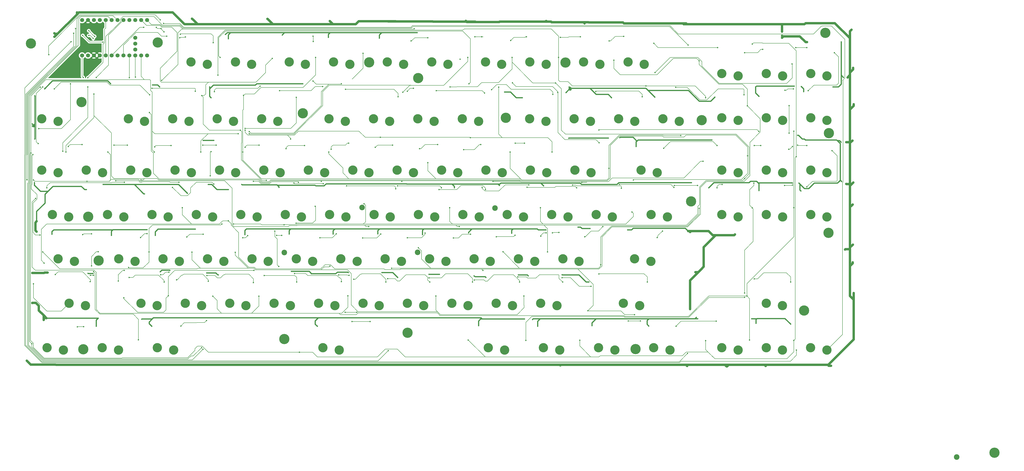
<source format=gbr>
%TF.GenerationSoftware,KiCad,Pcbnew,8.0.2-8.0.2-0~ubuntu22.04.1*%
%TF.CreationDate,2024-05-19T18:59:24-07:00*%
%TF.ProjectId,100kbd,3130306b-6264-42e6-9b69-6361645f7063,rev?*%
%TF.SameCoordinates,Original*%
%TF.FileFunction,Copper,L1,Top*%
%TF.FilePolarity,Positive*%
%FSLAX46Y46*%
G04 Gerber Fmt 4.6, Leading zero omitted, Abs format (unit mm)*
G04 Created by KiCad (PCBNEW 8.0.2-8.0.2-0~ubuntu22.04.1) date 2024-05-19 18:59:24*
%MOMM*%
%LPD*%
G01*
G04 APERTURE LIST*
%TA.AperFunction,ComponentPad*%
%ADD10C,0.700000*%
%TD*%
%TA.AperFunction,ComponentPad*%
%ADD11C,4.400000*%
%TD*%
%TA.AperFunction,ComponentPad*%
%ADD12C,2.400000*%
%TD*%
%TA.AperFunction,ComponentPad*%
%ADD13C,4.000000*%
%TD*%
%TA.AperFunction,ComponentPad*%
%ADD14C,1.752600*%
%TD*%
%TA.AperFunction,ViaPad*%
%ADD15C,0.600000*%
%TD*%
%TA.AperFunction,Conductor*%
%ADD16C,1.000000*%
%TD*%
%TA.AperFunction,Conductor*%
%ADD17C,0.500000*%
%TD*%
%TA.AperFunction,Conductor*%
%ADD18C,0.200000*%
%TD*%
G04 APERTURE END LIST*
D10*
%TO.P,H5,1*%
%TO.N,N/C*%
X-81250000Y423600000D03*
X-80766726Y424766726D03*
X-80766726Y422433274D03*
X-79600000Y425250000D03*
D11*
X-79600000Y423600000D03*
D10*
X-79600000Y421950000D03*
X-78433274Y424766726D03*
X-78433274Y422433274D03*
X-77950000Y423600000D03*
%TD*%
%TO.P,H5,1*%
%TO.N,N/C*%
X-172183274Y432166726D03*
X-171700000Y433333452D03*
X-171700000Y431000000D03*
X-170533274Y433816726D03*
D11*
X-170533274Y432166726D03*
D10*
X-170533274Y430516726D03*
X-169366548Y433333452D03*
X-169366548Y431000000D03*
X-168883274Y432166726D03*
%TD*%
%TO.P,H5,1*%
%TO.N,N/C*%
X3150000Y423500000D03*
X3633274Y424666726D03*
X3633274Y422333274D03*
X4800000Y425150000D03*
D11*
X4800000Y423500000D03*
D10*
X4800000Y421850000D03*
X5966726Y424666726D03*
X5966726Y422333274D03*
X6450000Y423500000D03*
%TD*%
%TO.P,H5,1*%
%TO.N,N/C*%
X33250000Y300200000D03*
X33733274Y301366726D03*
X33733274Y299033274D03*
X34900000Y301850000D03*
D11*
X34900000Y300200000D03*
D10*
X34900000Y298550000D03*
X36066726Y301366726D03*
X36066726Y299033274D03*
X36550000Y300200000D03*
%TD*%
D12*
%TO.P,,1*%
%TO.N,N/C*%
X-58800000Y341800000D03*
%TD*%
%TO.P,,1*%
%TO.N,N/C*%
X-116100000Y341700000D03*
%TD*%
%TO.P,,1*%
%TO.N,N/C*%
X-82700000Y361100000D03*
%TD*%
%TO.P,,1*%
%TO.N,N/C*%
X-25500000Y360900000D03*
%TD*%
%TO.P,,1*%
%TO.N,N/C*%
X173000000Y253700000D03*
%TD*%
D10*
%TO.P,H5,1*%
%TO.N,N/C*%
X-109850000Y401700000D03*
X-109366726Y402866726D03*
X-109366726Y400533274D03*
X-108200000Y403350000D03*
D11*
X-108200000Y401700000D03*
D10*
X-108200000Y400050000D03*
X-107033274Y402866726D03*
X-107033274Y400533274D03*
X-106550000Y401700000D03*
%TD*%
%TO.P,H5,1*%
%TO.N,N/C*%
X-22500000Y399700000D03*
X-22016726Y400866726D03*
X-22016726Y398533274D03*
X-20850000Y401350000D03*
D11*
X-20850000Y399700000D03*
D10*
X-20850000Y398050000D03*
X-19683274Y400866726D03*
X-19683274Y398533274D03*
X-19200000Y399700000D03*
%TD*%
%TO.P,H5,1*%
%TO.N,N/C*%
X-226783274Y431733274D03*
X-226300000Y432900000D03*
X-226300000Y430566548D03*
X-225133274Y433383274D03*
D11*
X-225133274Y431733274D03*
D10*
X-225133274Y430083274D03*
X-223966548Y432900000D03*
X-223966548Y430566548D03*
X-223483274Y431733274D03*
%TD*%
%TO.P,H5,1*%
%TO.N,N/C*%
X-60200000Y416800000D03*
X-59716726Y417966726D03*
X-59716726Y415633274D03*
X-58550000Y418450000D03*
D11*
X-58550000Y416800000D03*
D10*
X-58550000Y415150000D03*
X-57383274Y417966726D03*
X-57383274Y415633274D03*
X-56900000Y416800000D03*
%TD*%
%TO.P,H5,1*%
%TO.N,N/C*%
X114850000Y436350000D03*
X115333274Y437516726D03*
X115333274Y435183274D03*
X116500000Y438000000D03*
D11*
X116500000Y436350000D03*
D10*
X116500000Y434700000D03*
X117666726Y437516726D03*
X117666726Y435183274D03*
X118150000Y436350000D03*
%TD*%
%TO.P,H1,1*%
%TO.N,N/C*%
X116283274Y350233274D03*
X116766548Y351400000D03*
X116766548Y349066548D03*
X117933274Y351883274D03*
D11*
X117933274Y350233274D03*
D10*
X117933274Y348583274D03*
X119100000Y351400000D03*
X119100000Y349066548D03*
X119583274Y350233274D03*
%TD*%
%TO.P,H6,1*%
%TO.N,N/C*%
X-202083274Y357133274D03*
X-201600000Y358300000D03*
X-201600000Y355966548D03*
X-200433274Y358783274D03*
D11*
X-200433274Y357133274D03*
D10*
X-200433274Y355483274D03*
X-199266548Y358300000D03*
X-199266548Y355966548D03*
X-198783274Y357133274D03*
%TD*%
%TO.P,H3,1*%
%TO.N,N/C*%
X-205000000Y406500000D03*
X-204516726Y407666726D03*
X-204516726Y405333274D03*
X-203350000Y408150000D03*
D11*
X-203350000Y406500000D03*
D10*
X-203350000Y404850000D03*
X-202183274Y407666726D03*
X-202183274Y405333274D03*
X-201700000Y406500000D03*
%TD*%
%TO.P,H4,1*%
%TO.N,N/C*%
X-204200000Y300100000D03*
X-203716726Y301266726D03*
X-203716726Y298933274D03*
X-202550000Y301750000D03*
D11*
X-202550000Y300100000D03*
D10*
X-202550000Y298450000D03*
X-201383274Y301266726D03*
X-201383274Y298933274D03*
X-200900000Y300100000D03*
%TD*%
%TO.P,H5,1*%
%TO.N,N/C*%
X187650000Y255550000D03*
X188133274Y256716726D03*
X188133274Y254383274D03*
X189300000Y257200000D03*
D11*
X189300000Y255550000D03*
D10*
X189300000Y253900000D03*
X190466726Y256716726D03*
X190466726Y254383274D03*
X190950000Y255550000D03*
%TD*%
%TO.P,H2,1*%
%TO.N,N/C*%
X-197583274Y338233274D03*
X-197100000Y339400000D03*
X-197100000Y337066548D03*
X-195933274Y339883274D03*
D11*
X-195933274Y338233274D03*
D10*
X-195933274Y336583274D03*
X-194766548Y339400000D03*
X-194766548Y337066548D03*
X-194283274Y338233274D03*
%TD*%
%TO.P,H6,1*%
%TO.N,N/C*%
X61750000Y398750000D03*
X62233274Y399916726D03*
X62233274Y397583274D03*
X63400000Y400400000D03*
D11*
X63400000Y398750000D03*
D10*
X63400000Y397100000D03*
X64566726Y399916726D03*
X64566726Y397583274D03*
X65050000Y398750000D03*
%TD*%
%TO.P,H1,1*%
%TO.N,N/C*%
X-117800000Y304500000D03*
X-117316726Y305666726D03*
X-117316726Y303333274D03*
X-116150000Y306150000D03*
D11*
X-116150000Y304500000D03*
D10*
X-116150000Y302850000D03*
X-114983274Y305666726D03*
X-114983274Y303333274D03*
X-114500000Y304500000D03*
%TD*%
%TO.P,H3,1*%
%TO.N,N/C*%
X-64783274Y307233274D03*
X-64300000Y308400000D03*
X-64300000Y306066548D03*
X-63133274Y308883274D03*
D11*
X-63133274Y307233274D03*
D10*
X-63133274Y305583274D03*
X-61966548Y308400000D03*
X-61966548Y306066548D03*
X-61483274Y307233274D03*
%TD*%
%TO.P,H4,1*%
%TO.N,N/C*%
X116383274Y393133274D03*
X116866548Y394300000D03*
X116866548Y391966548D03*
X118033274Y394783274D03*
D11*
X118033274Y393133274D03*
D10*
X118033274Y391483274D03*
X119200000Y394300000D03*
X119200000Y391966548D03*
X119683274Y393133274D03*
%TD*%
%TO.P,H5,1*%
%TO.N,N/C*%
X105750000Y316800000D03*
X106233274Y317966726D03*
X106233274Y315633274D03*
X107400000Y318450000D03*
D11*
X107400000Y316800000D03*
D10*
X107400000Y315150000D03*
X108566726Y317966726D03*
X108566726Y315633274D03*
X109050000Y316800000D03*
%TD*%
%TO.P,H2,1*%
%TO.N,N/C*%
X57116726Y363733274D03*
X57600000Y364900000D03*
X57600000Y362566548D03*
X58766726Y365383274D03*
D11*
X58766726Y363733274D03*
D10*
X58766726Y362083274D03*
X59933452Y364900000D03*
X59933452Y362566548D03*
X60416726Y363733274D03*
%TD*%
D13*
%TO.P,SW53,1,1*%
%TO.N,Net-(D53-A)*%
X-4670000Y300800000D03*
X-4670000Y300800000D03*
X-4670000Y300800000D03*
X-4670000Y300800000D03*
X-4670000Y300800000D03*
%TO.P,SW53,2,2*%
%TO.N,COL_3*%
X2330000Y299750000D03*
X2330000Y299750000D03*
X2330000Y299750000D03*
X2330000Y299750000D03*
X2330000Y299750000D03*
%TD*%
%TO.P,SW38,1,1*%
%TO.N,Net-(D38-A)*%
X-77800000Y399300000D03*
X-77800000Y399300000D03*
X-77800000Y399300000D03*
%TO.P,SW38,2,2*%
%TO.N,COL_8*%
X-70800000Y398250000D03*
X-70800000Y398250000D03*
X-70800000Y398250000D03*
%TD*%
%TO.P,SW17,1,1*%
%TO.N,Net-(D17-A)*%
X8500000Y399300000D03*
X8500000Y399300000D03*
X8500000Y399300000D03*
%TO.P,SW17,2,2*%
%TO.N,COL_7*%
X15500000Y398250000D03*
X15500000Y398250000D03*
X15500000Y398250000D03*
%TD*%
%TO.P,SW56,1,1*%
%TO.N,Net-(D56-A)*%
X3660000Y339000000D03*
X3660000Y339000000D03*
X3660000Y339000000D03*
%TO.P,SW56,2,2*%
%TO.N,COL_6*%
X10660000Y337950000D03*
X10660000Y337950000D03*
X10660000Y337950000D03*
%TD*%
%TO.P,SW22,1,1*%
%TO.N,Net-(D22-A)*%
X-149140000Y339000000D03*
X-149140000Y339000000D03*
X-149140000Y339000000D03*
%TO.P,SW22,2,2*%
%TO.N,COL_2*%
X-142140000Y337950000D03*
X-142140000Y337950000D03*
X-142140000Y337950000D03*
%TD*%
%TO.P,SW74,1,1*%
%TO.N,Net-(D74-A)*%
X-77544000Y358100000D03*
X-77544000Y358100000D03*
X-77544000Y358100000D03*
%TO.P,SW74,2,2*%
%TO.N,COL_4*%
X-70544000Y357050000D03*
X-70544000Y357050000D03*
X-70544000Y357050000D03*
%TD*%
%TO.P,SW10,1,1*%
%TO.N,Net-(D10-A)*%
X110230000Y377200000D03*
X110230000Y377200000D03*
X110230000Y377200000D03*
%TO.P,SW10,2,2*%
%TO.N,COL_10*%
X117230000Y376150000D03*
X117230000Y376150000D03*
X117230000Y376150000D03*
%TD*%
%TO.P,SW44,1,1*%
%TO.N,Net-(D44-A)*%
X-63200000Y319900000D03*
X-63200000Y319900000D03*
X-63200000Y319900000D03*
%TO.P,SW44,2,2*%
%TO.N,COL_4*%
X-56200000Y318850000D03*
X-56200000Y318850000D03*
X-56200000Y318850000D03*
%TD*%
%TO.P,SW21,1,1*%
%TO.N,Net-(D21-A)*%
X-213420000Y339000000D03*
X-213420000Y339000000D03*
X-213420000Y339000000D03*
X-213420000Y339000000D03*
X-213420000Y339000000D03*
%TO.P,SW21,2,2*%
%TO.N,COL_1*%
X-206420000Y337950000D03*
X-206420000Y337950000D03*
X-206420000Y337950000D03*
X-206420000Y337950000D03*
X-206420000Y337950000D03*
%TD*%
%TO.P,SW66,1,1*%
%TO.N,Net-(D66-A)*%
X-20244000Y358100000D03*
X-20244000Y358100000D03*
X-20244000Y358100000D03*
%TO.P,SW66,2,2*%
%TO.N,COL_6*%
X-13244000Y357050000D03*
X-13244000Y357050000D03*
X-13244000Y357050000D03*
%TD*%
%TO.P,SW90,1,1*%
%TO.N,Net-(D90-A)*%
X110230000Y418800000D03*
X110230000Y418800000D03*
X110230000Y418800000D03*
%TO.P,SW90,2,2*%
%TO.N,COL_10*%
X117230000Y417750000D03*
X117230000Y417750000D03*
X117230000Y417750000D03*
%TD*%
%TO.P,SW76,1,1*%
%TO.N,Net-(D76-A)*%
X-1144000Y358100000D03*
X-1144000Y358100000D03*
X-1144000Y358100000D03*
%TO.P,SW76,2,2*%
%TO.N,COL_6*%
X5856000Y357050000D03*
X5856000Y357050000D03*
X5856000Y357050000D03*
%TD*%
%TO.P,SW28,1,1*%
%TO.N,Net-(D28-A)*%
X-96900000Y399300000D03*
X-96900000Y399300000D03*
X-96900000Y399300000D03*
%TO.P,SW28,2,2*%
%TO.N,COL_8*%
X-89900000Y398250000D03*
X-89900000Y398250000D03*
X-89900000Y398250000D03*
%TD*%
%TO.P,SW41,1,1*%
%TO.N,Net-(D41-A)*%
X-218125000Y300800000D03*
X-218125000Y300800000D03*
X-218125000Y300800000D03*
X-218125000Y300800000D03*
X-218125000Y300800000D03*
%TO.P,SW41,2,2*%
%TO.N,COL_1*%
X-211125000Y299750000D03*
X-211125000Y299750000D03*
X-211125000Y299750000D03*
X-211125000Y299750000D03*
X-211125000Y299750000D03*
%TD*%
%TO.P,SW27,1,1*%
%TO.N,Net-(D27-A)*%
X46700000Y399300000D03*
X46700000Y399300000D03*
X46700000Y399300000D03*
%TO.P,SW27,2,2*%
%TO.N,COL_7*%
X53700000Y398250000D03*
X53700000Y398250000D03*
X53700000Y398250000D03*
%TD*%
%TO.P,SW87,1,1*%
%TO.N,Net-(D87-A)*%
X8800000Y377200000D03*
X8800000Y377200000D03*
X8800000Y377200000D03*
%TO.P,SW87,2,2*%
%TO.N,COL_7*%
X15800000Y376150000D03*
X15800000Y376150000D03*
X15800000Y376150000D03*
%TD*%
%TO.P,SW94,1,1*%
%TO.N,Net-(D94-A)*%
X-86700000Y377200000D03*
X-86700000Y377200000D03*
X-86700000Y377200000D03*
%TO.P,SW94,2,2*%
%TO.N,COL_4*%
X-79700000Y376150000D03*
X-79700000Y376150000D03*
X-79700000Y376150000D03*
%TD*%
%TO.P,SW6,1,1*%
%TO.N,Net-(D6-A)*%
X110215000Y300800000D03*
X110215000Y300800000D03*
X110215000Y300800000D03*
%TO.P,SW6,2,2*%
%TO.N,COL_6*%
X117215000Y299750000D03*
X117215000Y299750000D03*
X117215000Y299750000D03*
%TD*%
%TO.P,SW26,1,1*%
%TO.N,Net-(D26-A)*%
X-5900000Y319900000D03*
X-5900000Y319900000D03*
X-5900000Y319900000D03*
%TO.P,SW26,2,2*%
%TO.N,COL_6*%
X1100000Y318850000D03*
X1100000Y318850000D03*
X1100000Y318850000D03*
%TD*%
%TO.P,SW15,1,1*%
%TO.N,Net-(D15-A)*%
X91120000Y300800000D03*
X91120000Y300800000D03*
X91120000Y300800000D03*
%TO.P,SW15,2,2*%
%TO.N,COL_5*%
X98120000Y299750000D03*
X98120000Y299750000D03*
X98120000Y299750000D03*
%TD*%
%TO.P,SW83,1,1*%
%TO.N,Net-(D83-A)*%
X-115744000Y358100000D03*
X-115744000Y358100000D03*
X-115744000Y358100000D03*
%TO.P,SW83,2,2*%
%TO.N,COL_3*%
X-108744000Y357050000D03*
X-108744000Y357050000D03*
X-108744000Y357050000D03*
%TD*%
%TO.P,SW40,1,1*%
%TO.N,Net-(D40-A)*%
X91135000Y399700000D03*
X91135000Y399700000D03*
X91135000Y399700000D03*
%TO.P,SW40,2,2*%
%TO.N,COL_10*%
X98135000Y398650000D03*
X98135000Y398650000D03*
X98135000Y398650000D03*
%TD*%
%TO.P,SW52,1,1*%
%TO.N,Net-(D52-A)*%
X-182200000Y377200000D03*
X-182200000Y377200000D03*
X-182200000Y377200000D03*
%TO.P,SW52,2,2*%
%TO.N,COL_2*%
X-175200000Y376150000D03*
X-175200000Y376150000D03*
X-175200000Y376150000D03*
%TD*%
%TO.P,SW85,1,1*%
%TO.N,Net-(D85-A)*%
X-67600000Y377200000D03*
X-67600000Y377200000D03*
X-67600000Y377200000D03*
%TO.P,SW85,2,2*%
%TO.N,COL_5*%
X-60600000Y376150000D03*
X-60600000Y376150000D03*
X-60600000Y376150000D03*
%TD*%
%TO.P,SW36,1,1*%
%TO.N,Net-(D36-A)*%
X29680000Y319900000D03*
X29680000Y319900000D03*
X29680000Y319900000D03*
X29680000Y319900000D03*
X29680000Y319900000D03*
%TO.P,SW36,2,2*%
%TO.N,COL_6*%
X36680000Y318850000D03*
X36680000Y318850000D03*
X36680000Y318850000D03*
X36680000Y318850000D03*
X36680000Y318850000D03*
%TD*%
%TO.P,SW12,1,1*%
%TO.N,Net-(D12-A)*%
X-139600000Y319900000D03*
X-139600000Y319900000D03*
X-139600000Y319900000D03*
%TO.P,SW12,2,2*%
%TO.N,COL_2*%
X-132600000Y318850000D03*
X-132600000Y318850000D03*
X-132600000Y318850000D03*
%TD*%
%TO.P,SW100,1,1*%
%TO.N,Net-(D100-A)*%
X110240000Y399700000D03*
X110240000Y399700000D03*
X110240000Y399700000D03*
%TO.P,SW100,2,2*%
%TO.N,COL_10*%
X117240000Y398650000D03*
X117240000Y398650000D03*
X117240000Y398650000D03*
%TD*%
%TO.P,SW25,1,1*%
%TO.N,Net-(D25-A)*%
X-44100000Y319900000D03*
X-44100000Y319900000D03*
X-44100000Y319900000D03*
%TO.P,SW25,2,2*%
%TO.N,COL_5*%
X-37100000Y318850000D03*
X-37100000Y318850000D03*
X-37100000Y318850000D03*
%TD*%
%TO.P,SW19,1,1*%
%TO.N,Net-(D19-A)*%
X-137150000Y423800000D03*
X-137150000Y423800000D03*
X-137150000Y423800000D03*
%TO.P,SW19,2,2*%
%TO.N,COL_9*%
X-130150000Y422750000D03*
X-130150000Y422750000D03*
X-130150000Y422750000D03*
%TD*%
%TO.P,SW70,1,1*%
%TO.N,Net-(D70-A)*%
X72020000Y377200000D03*
X72020000Y377200000D03*
X72020000Y377200000D03*
%TO.P,SW70,2,2*%
%TO.N,COL_10*%
X79020000Y376150000D03*
X79020000Y376150000D03*
X79020000Y376150000D03*
%TD*%
%TO.P,SW63,1,1*%
%TO.N,Net-(D63-A)*%
X-101400000Y319900000D03*
X-101400000Y319900000D03*
X-101400000Y319900000D03*
%TO.P,SW63,2,2*%
%TO.N,COL_3*%
X-94400000Y318850000D03*
X-94400000Y318850000D03*
X-94400000Y318850000D03*
%TD*%
%TO.P,SW3,1,1*%
%TO.N,Net-(D3-A)*%
X-28375000Y300800000D03*
X-28375000Y300800000D03*
X-28375000Y300800000D03*
X-28375000Y300800000D03*
X-28375000Y300800000D03*
%TO.P,SW3,2,2*%
%TO.N,COL_3*%
X-21375000Y299750000D03*
X-21375000Y299750000D03*
X-21375000Y299750000D03*
X-21375000Y299750000D03*
X-21375000Y299750000D03*
%TD*%
%TO.P,SW93,1,1*%
%TO.N,Net-(D93-A)*%
X-124900000Y377200000D03*
X-124900000Y377200000D03*
X-124900000Y377200000D03*
%TO.P,SW93,2,2*%
%TO.N,COL_3*%
X-117900000Y376150000D03*
X-117900000Y376150000D03*
X-117900000Y376150000D03*
%TD*%
%TO.P,SW29,1,1*%
%TO.N,Net-(D29-A)*%
X12570000Y423800000D03*
X12570000Y423800000D03*
X12570000Y423800000D03*
%TO.P,SW29,2,2*%
%TO.N,COL_9*%
X19570000Y422750000D03*
X19570000Y422750000D03*
X19570000Y422750000D03*
%TD*%
%TO.P,SW95,1,1*%
%TO.N,Net-(D95-A)*%
X-48500000Y377200000D03*
X-48500000Y377200000D03*
X-48500000Y377200000D03*
%TO.P,SW95,2,2*%
%TO.N,COL_5*%
X-41500000Y376150000D03*
X-41500000Y376150000D03*
X-41500000Y376150000D03*
%TD*%
%TO.P,SW49,1,1*%
%TO.N,Net-(D49-A)*%
X-29635518Y423800000D03*
X-29635518Y423800000D03*
X-29635518Y423800000D03*
%TO.P,SW49,2,2*%
%TO.N,COL_9*%
X-22635518Y422750000D03*
X-22635518Y422750000D03*
X-22635518Y422750000D03*
%TD*%
%TO.P,SW71,1,1*%
%TO.N,Net-(D71-A)*%
X-194420000Y300800000D03*
X-194420000Y300800000D03*
X-194420000Y300800000D03*
X-194420000Y300800000D03*
X-194420000Y300800000D03*
%TO.P,SW71,2,2*%
%TO.N,COL_1*%
X-187420000Y299750000D03*
X-187420000Y299750000D03*
X-187420000Y299750000D03*
X-187420000Y299750000D03*
X-187420000Y299750000D03*
%TD*%
%TO.P,SW14,1,1*%
%TO.N,Net-(D14-A)*%
X-82300000Y319900000D03*
X-82300000Y319900000D03*
X-82300000Y319900000D03*
%TO.P,SW14,2,2*%
%TO.N,COL_4*%
X-75300000Y318850000D03*
X-75300000Y318850000D03*
X-75300000Y318850000D03*
%TD*%
%TO.P,SW84,1,1*%
%TO.N,Net-(D84-A)*%
X-105800000Y377200000D03*
X-105800000Y377200000D03*
X-105800000Y377200000D03*
%TO.P,SW84,2,2*%
%TO.N,COL_4*%
X-98800000Y376150000D03*
X-98800000Y376150000D03*
X-98800000Y376150000D03*
%TD*%
%TO.P,SW45,1,1*%
%TO.N,Net-(D45-A)*%
X-53640000Y339000000D03*
X-53640000Y339000000D03*
X-53640000Y339000000D03*
%TO.P,SW45,2,2*%
%TO.N,COL_5*%
X-46640000Y337950000D03*
X-46640000Y337950000D03*
X-46640000Y337950000D03*
%TD*%
%TO.P,SW42,1,1*%
%TO.N,Net-(D42-A)*%
X-163100000Y377200000D03*
X-163100000Y377200000D03*
X-163100000Y377200000D03*
%TO.P,SW42,2,2*%
%TO.N,COL_2*%
X-156100000Y376150000D03*
X-156100000Y376150000D03*
X-156100000Y376150000D03*
%TD*%
%TO.P,SW72,1,1*%
%TO.N,Net-(D72-A)*%
X-168240000Y339000000D03*
X-168240000Y339000000D03*
X-168240000Y339000000D03*
%TO.P,SW72,2,2*%
%TO.N,COL_2*%
X-161240000Y337950000D03*
X-161240000Y337950000D03*
X-161240000Y337950000D03*
%TD*%
%TO.P,SW24,1,1*%
%TO.N,Net-(D24-A)*%
X-91840000Y339000000D03*
X-91840000Y339000000D03*
X-91840000Y339000000D03*
%TO.P,SW24,2,2*%
%TO.N,COL_4*%
X-84840000Y337950000D03*
X-84840000Y337950000D03*
X-84840000Y337950000D03*
%TD*%
%TO.P,SW20,1,1*%
%TO.N,Net-(D20-A)*%
X110230000Y358100000D03*
X110230000Y358100000D03*
X110230000Y358100000D03*
%TO.P,SW20,2,2*%
%TO.N,COL_10*%
X117230000Y357050000D03*
X117230000Y357050000D03*
X117230000Y357050000D03*
%TD*%
%TO.P,SW13,1,1*%
%TO.N,Net-(D13-A)*%
X-120500000Y319900000D03*
X-120500000Y319900000D03*
X-120500000Y319900000D03*
%TO.P,SW13,2,2*%
%TO.N,COL_3*%
X-113500000Y318850000D03*
X-113500000Y318850000D03*
X-113500000Y318850000D03*
%TD*%
%TO.P,SW55,1,1*%
%TO.N,Net-(D55-A)*%
X-34540000Y339000000D03*
X-34540000Y339000000D03*
X-34540000Y339000000D03*
%TO.P,SW55,2,2*%
%TO.N,COL_5*%
X-27540000Y337950000D03*
X-27540000Y337950000D03*
X-27540000Y337950000D03*
%TD*%
%TO.P,SW98,1,1*%
%TO.N,Net-(D98-A)*%
X-125900000Y399300000D03*
X-125900000Y399300000D03*
X-125900000Y399300000D03*
%TO.P,SW98,2,2*%
%TO.N,COL_8*%
X-118900000Y398250000D03*
X-118900000Y398250000D03*
X-118900000Y398250000D03*
%TD*%
%TO.P,SW39,1,1*%
%TO.N,Net-(D39-A)*%
X31670000Y423800000D03*
X31670000Y423800000D03*
X31670000Y423800000D03*
%TO.P,SW39,2,2*%
%TO.N,COL_9*%
X38670000Y422750000D03*
X38670000Y422750000D03*
X38670000Y422750000D03*
%TD*%
%TO.P,SW11,1,1*%
%TO.N,Net-(D11-A)*%
X-215822000Y358100000D03*
X-215822000Y358100000D03*
X-215822000Y358100000D03*
X-215822000Y358100000D03*
X-215822000Y358100000D03*
%TO.P,SW11,2,2*%
%TO.N,COL_1*%
X-208822000Y357050000D03*
X-208822000Y357050000D03*
X-208822000Y357050000D03*
X-208822000Y357050000D03*
X-208822000Y357050000D03*
%TD*%
%TO.P,SW31,1,1*%
%TO.N,Net-(D31-A)*%
X-208650000Y319900000D03*
X-208650000Y319900000D03*
X-208650000Y319900000D03*
X-208650000Y319900000D03*
X-208650000Y319900000D03*
%TO.P,SW31,2,2*%
%TO.N,COL_1*%
X-201650000Y318850000D03*
X-201650000Y318850000D03*
X-201650000Y318850000D03*
X-201650000Y318850000D03*
X-201650000Y318850000D03*
%TD*%
%TO.P,SW73,1,1*%
%TO.N,Net-(D73-A)*%
X-110940000Y339000000D03*
X-110940000Y339000000D03*
X-110940000Y339000000D03*
%TO.P,SW73,2,2*%
%TO.N,COL_3*%
X-103940000Y337950000D03*
X-103940000Y337950000D03*
X-103940000Y337950000D03*
%TD*%
%TO.P,SW35,1,1*%
%TO.N,Net-(D35-A)*%
X-25000000Y319900000D03*
X-25000000Y319900000D03*
X-25000000Y319900000D03*
%TO.P,SW35,2,2*%
%TO.N,COL_5*%
X-18000000Y318850000D03*
X-18000000Y318850000D03*
X-18000000Y318850000D03*
%TD*%
%TO.P,SW62,1,1*%
%TO.N,Net-(D62-A)*%
X-173044000Y358100000D03*
X-173044000Y358100000D03*
X-173044000Y358100000D03*
%TO.P,SW62,2,2*%
%TO.N,COL_2*%
X-166044000Y357050000D03*
X-166044000Y357050000D03*
X-166044000Y357050000D03*
%TD*%
%TO.P,SW79,1,1*%
%TO.N,Net-(D79-A)*%
X-52740000Y423800000D03*
X-52740000Y423800000D03*
X-52740000Y423800000D03*
%TO.P,SW79,2,2*%
%TO.N,COL_9*%
X-45740000Y422750000D03*
X-45740000Y422750000D03*
X-45740000Y422750000D03*
%TD*%
%TO.P,SW60,1,1*%
%TO.N,Net-(D60-A)*%
X91125000Y358100000D03*
X91125000Y358100000D03*
X91125000Y358100000D03*
%TO.P,SW60,2,2*%
%TO.N,COL_10*%
X98125000Y357050000D03*
X98125000Y357050000D03*
X98125000Y357050000D03*
%TD*%
%TO.P,SW91,1,1*%
%TO.N,Net-(D91-A)*%
X-187340000Y339000000D03*
X-187340000Y339000000D03*
X-187340000Y339000000D03*
%TO.P,SW91,2,2*%
%TO.N,COL_1*%
X-180340000Y337950000D03*
X-180340000Y337950000D03*
X-180340000Y337950000D03*
%TD*%
%TO.P,SW68,1,1*%
%TO.N,Net-(D68-A)*%
X-183200000Y399300000D03*
X-183200000Y399300000D03*
X-183200000Y399300000D03*
%TO.P,SW68,2,2*%
%TO.N,COL_8*%
X-176200000Y398250000D03*
X-176200000Y398250000D03*
X-176200000Y398250000D03*
%TD*%
%TO.P,SW61,1,1*%
%TO.N,Net-(D61-A)*%
X-201300000Y377200000D03*
X-201300000Y377200000D03*
X-201300000Y377200000D03*
%TO.P,SW61,2,2*%
%TO.N,COL_1*%
X-194300000Y376150000D03*
X-194300000Y376150000D03*
X-194300000Y376150000D03*
%TD*%
%TO.P,SW67,1,1*%
%TO.N,Net-(D67-A)*%
X17956000Y358100000D03*
X17956000Y358100000D03*
X17956000Y358100000D03*
%TO.P,SW67,2,2*%
%TO.N,COL_7*%
X24956000Y357050000D03*
X24956000Y357050000D03*
X24956000Y357050000D03*
%TD*%
%TO.P,SW75,1,1*%
%TO.N,Net-(D75-A)*%
X-39344000Y358100000D03*
X-39344000Y358100000D03*
X-39344000Y358100000D03*
%TO.P,SW75,2,2*%
%TO.N,COL_5*%
X-32344000Y357050000D03*
X-32344000Y357050000D03*
X-32344000Y357050000D03*
%TD*%
%TO.P,SW96,1,1*%
%TO.N,Net-(D96-A)*%
X-10300000Y377200000D03*
X-10300000Y377200000D03*
X-10300000Y377200000D03*
%TO.P,SW96,2,2*%
%TO.N,COL_6*%
X-3300000Y376150000D03*
X-3300000Y376150000D03*
X-3300000Y376150000D03*
%TD*%
%TO.P,SW80,1,1*%
%TO.N,Net-(D80-A)*%
X91125000Y377200000D03*
X91125000Y377200000D03*
X91125000Y377200000D03*
%TO.P,SW80,2,2*%
%TO.N,COL_10*%
X98125000Y376150000D03*
X98125000Y376150000D03*
X98125000Y376150000D03*
%TD*%
%TO.P,SW89,1,1*%
%TO.N,Net-(D89-A)*%
X-114040000Y423800000D03*
X-114040000Y423800000D03*
X-114040000Y423800000D03*
%TO.P,SW89,2,2*%
%TO.N,COL_9*%
X-107040000Y422750000D03*
X-107040000Y422750000D03*
X-107040000Y422750000D03*
%TD*%
%TO.P,SW92,1,1*%
%TO.N,Net-(D92-A)*%
X-170715000Y300800000D03*
X-170715000Y300800000D03*
X-170715000Y300800000D03*
X-170715000Y300800000D03*
X-170715000Y300800000D03*
%TO.P,SW92,2,2*%
%TO.N,COL_2*%
X-163715000Y299750000D03*
X-163715000Y299750000D03*
X-163715000Y299750000D03*
X-163715000Y299750000D03*
X-163715000Y299750000D03*
%TD*%
%TO.P,SW59,1,1*%
%TO.N,Net-(D59-A)*%
X-10535518Y423800000D03*
X-10535518Y423800000D03*
X-10535518Y423800000D03*
%TO.P,SW59,2,2*%
%TO.N,COL_9*%
X-3535518Y422750000D03*
X-3535518Y422750000D03*
X-3535518Y422750000D03*
%TD*%
%TO.P,SW58,1,1*%
%TO.N,Net-(D58-A)*%
X-39600000Y399300000D03*
X-39600000Y399300000D03*
X-39600000Y399300000D03*
%TO.P,SW58,2,2*%
%TO.N,COL_8*%
X-32600000Y398250000D03*
X-32600000Y398250000D03*
X-32600000Y398250000D03*
%TD*%
%TO.P,SW50,1,1*%
%TO.N,Net-(D50-A)*%
X72020000Y358100000D03*
X72020000Y358100000D03*
X72020000Y358100000D03*
%TO.P,SW50,2,2*%
%TO.N,COL_10*%
X79020000Y357050000D03*
X79020000Y357050000D03*
X79020000Y357050000D03*
%TD*%
%TO.P,SW43,1,1*%
%TO.N,Net-(D43-A)*%
X-144000000Y377200000D03*
X-144000000Y377200000D03*
X-144000000Y377200000D03*
%TO.P,SW43,2,2*%
%TO.N,COL_3*%
X-137000000Y376150000D03*
X-137000000Y376150000D03*
X-137000000Y376150000D03*
%TD*%
%TO.P,SW51,1,1*%
%TO.N,Net-(D51-A)*%
X-192144000Y358100000D03*
X-192144000Y358100000D03*
X-192144000Y358100000D03*
%TO.P,SW51,2,2*%
%TO.N,COL_1*%
X-185144000Y357050000D03*
X-185144000Y357050000D03*
X-185144000Y357050000D03*
%TD*%
%TO.P,SW82,1,1*%
%TO.N,Net-(D82-A)*%
X-158700000Y319900000D03*
X-158700000Y319900000D03*
X-158700000Y319900000D03*
%TO.P,SW82,2,2*%
%TO.N,COL_2*%
X-151700000Y318850000D03*
X-151700000Y318850000D03*
X-151700000Y318850000D03*
%TD*%
%TO.P,SW57,1,1*%
%TO.N,Net-(D57-A)*%
X27600000Y399300000D03*
X27600000Y399300000D03*
X27600000Y399300000D03*
%TO.P,SW57,2,2*%
%TO.N,COL_7*%
X34600000Y398250000D03*
X34600000Y398250000D03*
X34600000Y398250000D03*
%TD*%
%TO.P,SW86,1,1*%
%TO.N,Net-(D86-A)*%
X-29400000Y377200000D03*
X-29400000Y377200000D03*
X-29400000Y377200000D03*
%TO.P,SW86,2,2*%
%TO.N,COL_6*%
X-22400000Y376150000D03*
X-22400000Y376150000D03*
X-22400000Y376150000D03*
%TD*%
%TO.P,SW18,1,1*%
%TO.N,Net-(D18-A)*%
X-10600000Y399300000D03*
X-10600000Y399300000D03*
X-10600000Y399300000D03*
%TO.P,SW18,2,2*%
%TO.N,COL_8*%
X-3600000Y398250000D03*
X-3600000Y398250000D03*
X-3600000Y398250000D03*
%TD*%
%TO.P,SW47,1,1*%
%TO.N,Net-(D47-A)*%
X34510000Y339000000D03*
X34510000Y339000000D03*
X34510000Y339000000D03*
X34510000Y339000000D03*
X34510000Y339000000D03*
%TO.P,SW47,2,2*%
%TO.N,COL_7*%
X41510000Y337950000D03*
X41510000Y337950000D03*
X41510000Y337950000D03*
X41510000Y337950000D03*
X41510000Y337950000D03*
%TD*%
%TO.P,SW99,1,1*%
%TO.N,Net-(D99-A)*%
X-94940000Y423800000D03*
X-94940000Y423800000D03*
X-94940000Y423800000D03*
%TO.P,SW99,2,2*%
%TO.N,COL_9*%
X-87940000Y422750000D03*
X-87940000Y422750000D03*
X-87940000Y422750000D03*
%TD*%
%TO.P,SW88,1,1*%
%TO.N,Net-(D88-A)*%
X-145000000Y399300000D03*
X-145000000Y399300000D03*
X-145000000Y399300000D03*
%TO.P,SW88,2,2*%
%TO.N,COL_8*%
X-138000000Y398250000D03*
X-138000000Y398250000D03*
X-138000000Y398250000D03*
%TD*%
%TO.P,SW5,1,1*%
%TO.N,Net-(D5-A)*%
X72020000Y300800000D03*
X72020000Y300800000D03*
X72020000Y300800000D03*
%TO.P,SW5,2,2*%
%TO.N,COL_5*%
X79020000Y299750000D03*
X79020000Y299750000D03*
X79020000Y299750000D03*
%TD*%
%TO.P,SW34,1,1*%
%TO.N,Net-(D34-A)*%
X42740000Y300800000D03*
X42740000Y300800000D03*
X42740000Y300800000D03*
X42740000Y300800000D03*
X42740000Y300800000D03*
%TO.P,SW34,2,2*%
%TO.N,COL_4*%
X49740000Y299750000D03*
X49740000Y299750000D03*
X49740000Y299750000D03*
X49740000Y299750000D03*
X49740000Y299750000D03*
%TD*%
%TO.P,SW78,1,1*%
%TO.N,Net-(D78-A)*%
X-164100000Y399300000D03*
X-164100000Y399300000D03*
X-164100000Y399300000D03*
%TO.P,SW78,2,2*%
%TO.N,COL_8*%
X-157100000Y398250000D03*
X-157100000Y398250000D03*
X-157100000Y398250000D03*
%TD*%
%TO.P,SW1,1,1*%
%TO.N,Net-(D1-A)*%
X-220400000Y377200000D03*
X-220400000Y377200000D03*
X-220400000Y377200000D03*
%TO.P,SW1,2,2*%
%TO.N,COL_1*%
X-213400000Y376150000D03*
X-213400000Y376150000D03*
X-213400000Y376150000D03*
%TD*%
%TO.P,SW48,1,1*%
%TO.N,Net-(D48-A)*%
X-58700000Y399300000D03*
X-58700000Y399300000D03*
X-58700000Y399300000D03*
%TO.P,SW48,2,2*%
%TO.N,COL_8*%
X-51700000Y398250000D03*
X-51700000Y398250000D03*
X-51700000Y398250000D03*
%TD*%
%TO.P,SW9,1,1*%
%TO.N,Net-(D9-A)*%
X-156250000Y423800000D03*
X-156250000Y423800000D03*
X-156250000Y423800000D03*
%TO.P,SW9,2,2*%
%TO.N,COL_9*%
X-149250000Y422750000D03*
X-149250000Y422750000D03*
X-149250000Y422750000D03*
%TD*%
%TO.P,SW7,1,1*%
%TO.N,Net-(D7-A)*%
X91130000Y418800000D03*
X91130000Y418800000D03*
X91130000Y418800000D03*
%TO.P,SW7,2,2*%
%TO.N,COL_7*%
X98130000Y417750000D03*
X98130000Y417750000D03*
X98130000Y417750000D03*
%TD*%
%TO.P,SW8,1,1*%
%TO.N,Net-(D8-A)*%
X-220400000Y399300000D03*
X-220400000Y399300000D03*
X-220400000Y399300000D03*
%TO.P,SW8,2,2*%
%TO.N,COL_8*%
X-213400000Y398250000D03*
X-213400000Y398250000D03*
X-213400000Y398250000D03*
%TD*%
D14*
%TO.P,U1,1,P0.06*%
%TO.N,COL_8*%
X-203100000Y426560000D03*
%TO.P,U1,2,P0.08*%
%TO.N,COL_9*%
X-200560000Y426560000D03*
%TO.P,U1,3,GND*%
%TO.N,GND*%
X-198020000Y426560000D03*
%TO.P,U1,4,GND*%
X-195480000Y426560000D03*
%TO.P,U1,5,P0.17*%
%TO.N,COL_7*%
X-192940000Y426560000D03*
%TO.P,U1,6,P0.20*%
%TO.N,COL_6*%
X-190400000Y426560000D03*
%TO.P,U1,7,P0.22*%
%TO.N,ROW_1*%
X-187860000Y426560000D03*
%TO.P,U1,8,P0.24*%
%TO.N,ROW_2*%
X-185320000Y426560000D03*
%TO.P,U1,9,P1.00*%
%TO.N,ROW_3*%
X-182780000Y426560000D03*
%TO.P,U1,10,P0.11*%
%TO.N,ROW_4*%
X-180240000Y426560000D03*
%TO.P,U1,11,P1.04*%
%TO.N,ROW_5*%
X-177700000Y426560000D03*
%TO.P,U1,12,P1.06*%
%TO.N,COL_99*%
X-175160000Y426560000D03*
%TO.P,U1,13,P0.09*%
%TO.N,ROW_8*%
X-175160000Y441800000D03*
%TO.P,U1,14,P0.10*%
%TO.N,ROW_9*%
X-177700000Y441800000D03*
%TO.P,U1,15,P1.11*%
%TO.N,ROW_10*%
X-180240000Y441800000D03*
%TO.P,U1,16,P1.13*%
%TO.N,COL_10*%
X-182780000Y441800000D03*
%TO.P,U1,17,P1.15*%
%TO.N,ROW_7*%
X-185320000Y441800000D03*
%TO.P,U1,18,P0.02*%
%TO.N,COL_3*%
X-187860000Y441800000D03*
%TO.P,U1,19,P0.29*%
%TO.N,COL_2*%
X-190400000Y441800000D03*
%TO.P,U1,20,P0.31*%
%TO.N,COL_1*%
X-192940000Y441800000D03*
%TO.P,U1,21,3.3V/VCC*%
%TO.N,VCC_3.7V*%
X-195480000Y441800000D03*
%TO.P,U1,22,RESET*%
%TO.N,RESET*%
X-198020000Y441800000D03*
%TO.P,U1,23,GND*%
%TO.N,GND*%
X-200560000Y441800000D03*
%TO.P,U1,24,BTTR+*%
%TO.N,BTTR+*%
X-203100000Y441800000D03*
%TO.P,U1,25,P1.01*%
%TO.N,COL_5*%
X-180240000Y429100000D03*
%TO.P,U1,26,P1.02*%
%TO.N,COL_4*%
X-180240000Y431640000D03*
%TO.P,U1,27,P1.07*%
%TO.N,ROW_6*%
X-180240000Y434180000D03*
%TD*%
D13*
%TO.P,SW16,1,1*%
%TO.N,Net-(D16-A)*%
X91120000Y319900000D03*
X91120000Y319900000D03*
X91120000Y319900000D03*
%TO.P,SW16,2,2*%
%TO.N,COL_6*%
X98120000Y318850000D03*
X98120000Y318850000D03*
X98120000Y318850000D03*
%TD*%
%TO.P,SW65,1,1*%
%TO.N,Net-(D65-A)*%
X-58444000Y358100000D03*
X-58444000Y358100000D03*
X-58444000Y358100000D03*
%TO.P,SW65,2,2*%
%TO.N,COL_5*%
X-51444000Y357050000D03*
X-51444000Y357050000D03*
X-51444000Y357050000D03*
%TD*%
%TO.P,SW97,1,1*%
%TO.N,Net-(D97-A)*%
X37270000Y377200001D03*
X37270000Y377200001D03*
X37270000Y377200001D03*
X37270000Y377200000D03*
X37270000Y377200000D03*
%TO.P,SW97,2,2*%
%TO.N,COL_7*%
X44270000Y376150001D03*
X44270000Y376150001D03*
X44270000Y376150001D03*
X44270000Y376150000D03*
X44270000Y376150000D03*
%TD*%
%TO.P,SW37,1,1*%
%TO.N,Net-(D37-A)*%
X72030000Y418800000D03*
X72030000Y418800000D03*
X72030000Y418800000D03*
%TO.P,SW37,2,2*%
%TO.N,COL_7*%
X79030000Y417750000D03*
X79030000Y417750000D03*
X79030000Y417750000D03*
%TD*%
%TO.P,SW23,1,1*%
%TO.N,Net-(D23-A)*%
X-130040000Y339000000D03*
X-130040000Y339000000D03*
X-130040000Y339000000D03*
%TO.P,SW23,2,2*%
%TO.N,COL_3*%
X-123040000Y337950000D03*
X-123040000Y337950000D03*
X-123040000Y337950000D03*
%TD*%
%TO.P,SW33,1,1*%
%TO.N,Net-(D33-A)*%
X-134844000Y358100000D03*
X-134844000Y358100000D03*
X-134844000Y358100000D03*
%TO.P,SW33,2,2*%
%TO.N,COL_3*%
X-127844000Y357050000D03*
X-127844000Y357050000D03*
X-127844000Y357050000D03*
%TD*%
%TO.P,SW64,1,1*%
%TO.N,Net-(D64-A)*%
X-96644000Y358100000D03*
X-96644000Y358100000D03*
X-96644000Y358100000D03*
%TO.P,SW64,2,2*%
%TO.N,COL_4*%
X-89644000Y357050000D03*
X-89644000Y357050000D03*
X-89644000Y357050000D03*
%TD*%
%TO.P,SW81,1,1*%
%TO.N,Net-(D81-A)*%
X-177800000Y319900000D03*
X-177800000Y319900000D03*
X-177800000Y319900000D03*
%TO.P,SW81,2,2*%
%TO.N,COL_1*%
X-170800000Y318850000D03*
X-170800000Y318850000D03*
X-170800000Y318850000D03*
%TD*%
%TO.P,SW54,1,1*%
%TO.N,Net-(D54-A)*%
X-72740000Y339000000D03*
X-72740000Y339000000D03*
X-72740000Y339000000D03*
%TO.P,SW54,2,2*%
%TO.N,COL_4*%
X-65740000Y337950000D03*
X-65740000Y337950000D03*
X-65740000Y337950000D03*
%TD*%
%TO.P,SW46,1,1*%
%TO.N,Net-(D46-A)*%
X-15440000Y339000000D03*
X-15440000Y339000000D03*
X-15440000Y339000000D03*
%TO.P,SW46,2,2*%
%TO.N,COL_6*%
X-8440000Y337950000D03*
X-8440000Y337950000D03*
X-8440000Y337950000D03*
%TD*%
%TO.P,SW4,1,1*%
%TO.N,Net-(D4-A)*%
X19035000Y300800000D03*
X19035000Y300800000D03*
X19035000Y300800000D03*
X19035000Y300800000D03*
X19035000Y300800000D03*
%TO.P,SW4,2,2*%
%TO.N,COL_4*%
X26035000Y299750000D03*
X26035000Y299750000D03*
X26035000Y299750000D03*
X26035000Y299750000D03*
X26035000Y299750000D03*
%TD*%
%TO.P,SW69,1,1*%
%TO.N,Net-(D69-A)*%
X-71835518Y423800000D03*
X-71835518Y423800000D03*
X-71835518Y423800000D03*
%TO.P,SW69,2,2*%
%TO.N,COL_9*%
X-64835518Y422750000D03*
X-64835518Y422750000D03*
X-64835518Y422750000D03*
%TD*%
%TO.P,SW77,1,1*%
%TO.N,Net-(D77-A)*%
X41634000Y358100000D03*
X41634000Y358100000D03*
X41634000Y358100000D03*
X41634000Y358100000D03*
X41634000Y358100000D03*
%TO.P,SW77,2,2*%
%TO.N,COL_7*%
X48634000Y357050000D03*
X48634000Y357050000D03*
X48634000Y357050000D03*
X48634000Y357050000D03*
X48634000Y357050000D03*
%TD*%
%TO.P,SW32,1,1*%
%TO.N,Net-(D32-A)*%
X-153944000Y358100000D03*
X-153944000Y358100000D03*
X-153944000Y358100000D03*
%TO.P,SW32,2,2*%
%TO.N,COL_2*%
X-146944000Y357050000D03*
X-146944000Y357050000D03*
X-146944000Y357050000D03*
%TD*%
%TO.P,SW30,1,1*%
%TO.N,Net-(D30-A)*%
X72030000Y399700000D03*
X72030000Y399700000D03*
X72030000Y399700000D03*
%TO.P,SW30,2,2*%
%TO.N,COL_10*%
X79030000Y398650000D03*
X79030000Y398650000D03*
X79030000Y398650000D03*
%TD*%
%TO.P,SW2,1,1*%
%TO.N,Net-(D2-A)*%
X-99520000Y300800000D03*
X-99520000Y300800000D03*
X-99520000Y300800000D03*
X-99520000Y300800000D03*
X-99520000Y300800000D03*
%TO.P,SW2,2,2*%
%TO.N,COL_2*%
X-92520000Y299750000D03*
X-92520000Y299750000D03*
X-92520000Y299750000D03*
X-92520000Y299750000D03*
X-92520000Y299750000D03*
%TD*%
D15*
%TO.N,VCC_3.7V*%
X-84710000Y440690000D03*
X-95715000Y440515000D03*
X-111630000Y440000000D03*
X-122515000Y441515000D03*
X-139160000Y440000000D03*
X-155200000Y441800000D03*
X-205310000Y445100000D03*
X-215000000Y436100000D03*
X61080000Y313820000D03*
X58350000Y318050000D03*
X58350000Y317350000D03*
X61930000Y333300000D03*
X60670000Y333300000D03*
X77670000Y349520000D03*
X58360000Y350500000D03*
X76270000Y349210000D03*
X124990000Y343020000D03*
X126900000Y371210000D03*
X123570000Y372320000D03*
X125480000Y371300000D03*
X122650000Y372320000D03*
X126174367Y389171357D03*
X123330000Y389260000D03*
X125480000Y389260000D03*
X122435000Y389165000D03*
X126070000Y417120000D03*
X124360000Y417120000D03*
X123400000Y417160000D03*
X127100000Y417120000D03*
X97940000Y435040000D03*
X97920000Y437600000D03*
X108030000Y432300000D03*
X108700000Y432300000D03*
X97950000Y434210000D03*
X97940000Y436820000D03*
X-215930000Y415470000D03*
X-216875000Y414525000D03*
X-224500000Y397090000D03*
X-224120000Y396160000D03*
%TO.N,Net-(D201-DOUT)*%
X-208040000Y414400000D03*
X-221690000Y395040000D03*
%TO.N,ROW_3*%
X-224250000Y383870000D03*
%TO.N,VCC_3.7V*%
X-223559786Y371819379D03*
X-223560000Y370680000D03*
X-224500000Y332950000D03*
X-218890000Y333100000D03*
X-223830000Y332940000D03*
X-217860000Y333100000D03*
X-224606662Y319941700D03*
X-223910000Y320010000D03*
X-219600000Y314030000D03*
X-222650000Y350730000D03*
X2550000Y293100000D03*
X-216400000Y293400000D03*
X-140200000Y440000000D03*
X-112600000Y440000000D03*
X-85400000Y440000000D03*
X-55100000Y441200000D03*
X-23700000Y441000000D03*
X13000000Y440400000D03*
X41600000Y440400000D03*
X70700000Y440000000D03*
X107600000Y440000000D03*
X128500000Y421200000D03*
X128200000Y389900000D03*
X128300000Y362400000D03*
X128300000Y337500000D03*
X128700000Y307900000D03*
X105630000Y293380000D03*
X74900000Y293300000D03*
X29800000Y293400000D03*
X-22080000Y293380000D03*
X-63030000Y293370000D03*
X-101280000Y293390000D03*
X-133300000Y293400000D03*
X-165600000Y293400000D03*
X-215000000Y434600000D03*
X-204000000Y445100000D03*
X-155800000Y442400000D03*
X-123400000Y442300000D03*
X-96600000Y441400000D03*
X-71500000Y441200000D03*
X-38100000Y441500000D03*
X-3600000Y441400000D03*
X29500000Y440800000D03*
X55600000Y440000000D03*
%TO.N,underglow*%
X-217400000Y426900000D03*
X-169500000Y441900000D03*
X-171200000Y438700000D03*
X-169100000Y438200000D03*
X-167900000Y436700000D03*
X-161100000Y434200000D03*
X-158600000Y434500000D03*
%TO.N,VCC_3.7V*%
X85200000Y440000000D03*
X127800000Y437700000D03*
X128700000Y405600000D03*
X128600000Y371900000D03*
X128350000Y345150000D03*
X128700000Y324300000D03*
X119000000Y293000000D03*
X90900000Y292900000D03*
X57100000Y292900000D03*
X-46870000Y293370000D03*
X-84180000Y293390000D03*
X-121330000Y293390000D03*
X-152900000Y293400000D03*
X-205200000Y293400000D03*
X-226850000Y295150000D03*
%TO.N,ROW_2*%
X-146700000Y432100000D03*
X-166700000Y434900000D03*
X-160800000Y435700000D03*
%TO.N,COL_1*%
X-211400000Y385300000D03*
X-200600000Y417000000D03*
X-200600000Y413000000D03*
%TO.N,Net-(D31-A)*%
X-223970000Y328310000D03*
%TO.N,COL_2*%
X-151100000Y300100000D03*
%TO.N,COL_3*%
X-71387500Y299512500D03*
%TO.N,COL_4*%
X-206700000Y436100000D03*
X57300000Y298300000D03*
X-202800000Y435200000D03*
X-194100000Y432300000D03*
%TO.N,COL_5*%
X-200200000Y435200000D03*
X-198300000Y433900000D03*
X-207800000Y432500000D03*
X104100000Y299700000D03*
%TO.N,COL_6*%
X-176600000Y438700000D03*
X-168050000Y440350000D03*
%TO.N,COL_7*%
X57500000Y431100000D03*
%TO.N,COL_8*%
X-202600000Y417100000D03*
%TO.N,COL_9*%
X-40500000Y425000000D03*
%TO.N,ROW_1*%
X104000000Y383000000D03*
X-225100000Y384600000D03*
X-109600000Y298800000D03*
X102993656Y303860042D03*
X-37012206Y304088541D03*
X65062834Y303802918D03*
X85100000Y431500000D03*
X10915443Y303974292D03*
X-221000000Y412975000D03*
%TO.N,ROW_2*%
X82821350Y322991416D03*
X19150000Y394450000D03*
X83971120Y304088541D03*
X1500000Y410625000D03*
X87950000Y393900000D03*
X103000000Y361000000D03*
X-18000000Y414800000D03*
X-146852442Y322943812D03*
X-88794673Y323086624D03*
X-127049202Y322943812D03*
X19250000Y389000000D03*
X-223100000Y365000000D03*
X103000000Y394000000D03*
X-36700000Y414350000D03*
X-143700000Y425700000D03*
%TO.N,ROW_3*%
X-220000000Y342000000D03*
X-110975000Y408575000D03*
X65078409Y408400000D03*
X-13075840Y323039020D03*
X-221200000Y349300000D03*
X-144700000Y418100000D03*
X-133000000Y395200003D03*
X-96500000Y335900000D03*
X39400000Y413425000D03*
X-182800000Y417000000D03*
X-137188842Y341842578D03*
X1814482Y425700000D03*
X-155801983Y341937785D03*
X-50968579Y323039020D03*
%TO.N,ROW_4*%
X82977491Y404906378D03*
X14400000Y316700000D03*
X-30700000Y334000000D03*
X-147600000Y385200000D03*
X-91600000Y414400000D03*
X-131200000Y393800000D03*
X-180100000Y417300000D03*
X-103800000Y415600000D03*
X34500000Y315000000D03*
X-140200000Y355400000D03*
X62260000Y424300000D03*
X-219400000Y337200000D03*
X25600000Y424500000D03*
X-148000000Y374750000D03*
X-160000000Y361000000D03*
%TO.N,ROW_5*%
X-135900000Y392900000D03*
X-151724265Y300800000D03*
X-85000000Y316000000D03*
X-131200000Y392900000D03*
X-58500000Y343800000D03*
X-90000000Y316000000D03*
X62250000Y360750000D03*
X-172000000Y385000000D03*
X-37185518Y425700000D03*
X-70000000Y335000000D03*
X-22072986Y342032993D03*
X-152000000Y385000000D03*
X-65150000Y410750000D03*
X-224674265Y302425735D03*
X19900000Y336500000D03*
%TO.N,ROW_6*%
X-197700000Y434800000D03*
X-2936201Y341985389D03*
X-40900000Y352900000D03*
X-226800000Y373090000D03*
X-200200000Y437200000D03*
X-192000000Y385000000D03*
X-12277198Y303917167D03*
X85090000Y360950000D03*
X-79800000Y352900000D03*
X-18185518Y425700000D03*
X85800000Y371610736D03*
X551338Y414757241D03*
X-201000000Y372400000D03*
X81790000Y324320000D03*
X-205900000Y438200000D03*
X-224000000Y372991473D03*
X-44800000Y413000000D03*
X81790000Y322391416D03*
X81800000Y373600000D03*
%TO.N,ROW_7*%
X11800000Y372000000D03*
X-26400000Y372400000D03*
X-82300000Y427500000D03*
X-65600000Y372400000D03*
X-177800000Y373000000D03*
X-210000000Y385000000D03*
X-111044000Y354360000D03*
X-102800000Y361600000D03*
X-198000000Y410000000D03*
X64000000Y381000000D03*
X-197000000Y417100000D03*
X-100200000Y372400000D03*
%TO.N,ROW_8*%
X-185000000Y334000000D03*
X83080316Y383390000D03*
X-6000000Y361000000D03*
X-174300000Y342000000D03*
X-60250000Y438100000D03*
X34000000Y373000000D03*
X-116200000Y353700000D03*
X-174100000Y402000000D03*
X-143000000Y354000000D03*
X-138000000Y354000000D03*
X-187500000Y329500000D03*
X-168900000Y415800000D03*
X33400000Y359200000D03*
X-81819000Y362700000D03*
X-45000000Y361000000D03*
X-183100000Y335300000D03*
%TO.N,ROW_9*%
X-135000000Y394400000D03*
X-113400000Y390600000D03*
X-23900000Y412900000D03*
X-74810000Y391310000D03*
X-118500000Y335700000D03*
X-123800000Y372800000D03*
X102250000Y422960000D03*
X-121300000Y425300000D03*
X-129175000Y334000000D03*
X43300000Y419200000D03*
X-166036831Y323086624D03*
X-185100000Y322300000D03*
X-133000000Y394400000D03*
X-120200000Y351000000D03*
X-1000000Y385000000D03*
X-36100000Y391200000D03*
X-151612500Y409262500D03*
%TO.N,ROW_10*%
X-97000000Y385000000D03*
X54400000Y392075000D03*
X-102690000Y425700000D03*
X-199000000Y336000000D03*
X-198168480Y333489117D03*
X-178873481Y304145666D03*
X101000000Y393100000D03*
X-133625000Y409350000D03*
X-134000000Y385000000D03*
X-103700000Y432600000D03*
X-54400000Y380400000D03*
X-19000000Y385000000D03*
X23450000Y378000000D03*
X-196122523Y342032993D03*
X-103800000Y434900000D03*
X100924178Y405001585D03*
%TO.N,VCC_3.7V*%
X-9400000Y312900000D03*
X-190500000Y349100000D03*
X88000000Y368400000D03*
X103200000Y413400000D03*
X107200000Y411000000D03*
X84900000Y313200000D03*
X35200000Y387400000D03*
X-141400000Y435600000D03*
X-134400000Y371000000D03*
X14600000Y371000000D03*
X-128800000Y413800000D03*
X69000000Y408600000D03*
X-75900000Y349800000D03*
X-97200000Y434400000D03*
X-101900000Y309973913D03*
X-133100000Y349400000D03*
X-147600000Y408400000D03*
X-194000000Y371000000D03*
X-169500000Y333400000D03*
X-113100000Y333600000D03*
X-15500000Y332100000D03*
X23200000Y391000000D03*
X31500000Y351500000D03*
X3300000Y332200000D03*
X-196100000Y313500000D03*
X-173100000Y309973913D03*
X-169700000Y413000000D03*
X-12800000Y313100000D03*
X-75200000Y434000000D03*
X-82400000Y371250000D03*
X-34500000Y331700000D03*
X-56700000Y349400000D03*
X40600000Y310100000D03*
X14816578Y329016578D03*
X-99000000Y370400000D03*
X-88609265Y333090735D03*
X-165300000Y334000000D03*
X-218600000Y367200000D03*
X16200000Y310200000D03*
X102400000Y371600000D03*
X-222600000Y355200000D03*
X119800000Y413000000D03*
X5000000Y410600000D03*
X-157800000Y367200000D03*
X-149500000Y332900000D03*
X-67400000Y331000000D03*
X-53900000Y332300000D03*
X-63400000Y371200000D03*
X-140200000Y368800000D03*
X-18300000Y350000000D03*
X-140200000Y433800000D03*
X-175100000Y351600000D03*
X6400000Y413000000D03*
X-3600000Y351500000D03*
X-197000000Y310000000D03*
X10200000Y352700000D03*
X-176200000Y367000000D03*
X-13800000Y408400000D03*
X-148800000Y371000000D03*
X-146400000Y390000000D03*
X106000000Y368200000D03*
X-154400000Y351800000D03*
X6200000Y390950000D03*
X86750000Y311250000D03*
X-172800000Y413900000D03*
X-201200000Y368800000D03*
X-171600000Y349100000D03*
X-198300000Y332700000D03*
X-4600000Y370400000D03*
X-74100000Y333100000D03*
X-108200000Y414400000D03*
X24600000Y408400000D03*
X-148200000Y413000000D03*
X-200500000Y332800000D03*
X-150975735Y389975735D03*
X-223400000Y390600000D03*
X123400000Y432400000D03*
X-7200000Y310000000D03*
X-144500000Y332100000D03*
X-190800000Y414400000D03*
X88000000Y409000000D03*
X-59000000Y436400000D03*
X104600000Y392200000D03*
X66400000Y369600000D03*
X86600000Y413000000D03*
X59000000Y371800000D03*
X-219600000Y312700000D03*
X28168696Y391154480D03*
X-170400000Y351800000D03*
X101600000Y310900000D03*
X-216000000Y349600000D03*
X105200000Y371600000D03*
X-23600000Y370600000D03*
X-29400000Y331000000D03*
X-114000000Y349700000D03*
X-11200000Y331700000D03*
X-219200000Y412200000D03*
X-95100000Y349700000D03*
X57500000Y351000000D03*
X-223400000Y409200000D03*
X-104500000Y332600000D03*
X106200000Y413200000D03*
X15400000Y352100000D03*
X36600000Y371800000D03*
X-32600000Y310250000D03*
X-177400000Y313000000D03*
X67800000Y390200000D03*
X43200000Y408600000D03*
X-21400000Y410800000D03*
X108000000Y390200000D03*
X-36900000Y350200000D03*
X-118400000Y369800000D03*
X-43000000Y369600000D03*
X-49400000Y332300000D03*
X-117000000Y435400000D03*
X61700000Y313200000D03*
%TO.N,Net-(D103-DOUT)*%
X52400000Y310000000D03*
X69600000Y312200000D03*
%TO.N,Net-(D104-DOUT)*%
X31750000Y312250000D03*
X37000000Y312250000D03*
%TO.N,Net-(D107-DOUT)*%
X-79200000Y312000000D03*
X-87000000Y312000000D03*
%TO.N,Net-(D108-DOUT)*%
X-160600000Y310100000D03*
X-149557892Y312457892D03*
%TO.N,Net-(D110-DOUT)*%
X-205100000Y309700000D03*
X-202400000Y309800000D03*
%TO.N,Net-(D111-DOUT)*%
X-199600000Y329200000D03*
X-214600000Y332245663D03*
%TO.N,Net-(D112-DOUT)*%
X-198194269Y331907015D03*
X-182830331Y330969669D03*
X-199500000Y331950000D03*
X-167800000Y329000000D03*
%TO.N,Net-(D113-DOUT)*%
X-148800000Y329400000D03*
X-162400000Y330000000D03*
X-169300000Y332200000D03*
X-165700000Y333300000D03*
%TO.N,Net-(D114-DOUT)*%
X-129400000Y328800000D03*
X-149400000Y331800000D03*
%TO.N,Net-(D115-DOUT)*%
X-124800000Y331800000D03*
X-110800000Y329000000D03*
%TO.N,Net-(D116-DOUT)*%
X-91600000Y329200000D03*
X-111700000Y332700000D03*
%TO.N,Net-(D117-DOUT)*%
X-92800000Y332100000D03*
X-88300000Y331900000D03*
X-86200000Y330200000D03*
X-72400000Y329000000D03*
%TO.N,Net-(D118-DOUT)*%
X-71700000Y330500000D03*
X-53600000Y329000000D03*
%TO.N,Net-(D119-DOUT)*%
X-53900000Y330800000D03*
X-35200000Y329000000D03*
%TO.N,Net-(D120-DOUT)*%
X-34400000Y329900000D03*
X-14925000Y329000000D03*
%TO.N,Net-(D121-DOUT)*%
X-15700000Y331200000D03*
X3600000Y329000000D03*
%TO.N,Net-(D122-DOUT)*%
X15800000Y327200000D03*
X3300000Y330900000D03*
X40000000Y329000000D03*
X19200000Y332500000D03*
%TO.N,Net-(D123-DOUT)*%
X86000000Y330400000D03*
X101600000Y329000000D03*
%TO.N,Net-(D124-DOUT)*%
X44200000Y348200000D03*
X46500000Y351000000D03*
%TO.N,Net-(D125-DOUT)*%
X20900000Y352920000D03*
X13100000Y348500000D03*
%TO.N,Net-(D126-DOUT)*%
X-800000Y350200000D03*
X-3536201Y350200000D03*
X-5800000Y348800000D03*
X2000000Y350400000D03*
%TO.N,Net-(D127-DOUT)*%
X-24900000Y348500000D03*
X-16900000Y349200000D03*
%TO.N,Net-(D128-DOUT)*%
X-36000000Y349600000D03*
X-43400000Y348000000D03*
%TO.N,Net-(D129-DOUT)*%
X-63200000Y348100000D03*
X-55600000Y350100000D03*
%TO.N,Net-(D130-DOUT)*%
X-74600000Y349700000D03*
X-82400000Y348000000D03*
%TO.N,Net-(D131-DOUT)*%
X-100800000Y348100000D03*
X-93800000Y349800000D03*
%TO.N,Net-(D132-DOUT)*%
X-119400000Y349100000D03*
X-117200000Y349100000D03*
%TO.N,Net-(D133-DOUT)*%
X-134000000Y348100000D03*
X-131900000Y349000000D03*
%TO.N,Net-(D134-DOUT)*%
X-151000000Y349600000D03*
X-158000000Y348400000D03*
%TO.N,Net-(D135-DOUT)*%
X-175100000Y349900000D03*
X-177900000Y348200000D03*
%TO.N,Net-(D136-DOUT)*%
X-199000000Y349800000D03*
X-202800000Y349400000D03*
%TO.N,Net-(D138-DOUT)*%
X-184841422Y371958578D03*
X-218200000Y369600000D03*
%TO.N,Net-(D139-DOUT)*%
X-188600000Y372600000D03*
X-161400000Y372000000D03*
%TO.N,Net-(D140-DOUT)*%
X-146400000Y371200000D03*
X-164200000Y369800000D03*
%TO.N,Net-(D142-DOUT)*%
X-129400000Y372400000D03*
X-110000000Y372000000D03*
%TO.N,Net-(D143-DOUT)*%
X-99400000Y371400000D03*
X-112000000Y371600000D03*
%TO.N,Net-(D144-DOUT)*%
X-68200000Y369200000D03*
X-89400000Y370400000D03*
%TO.N,Net-(D145-DOUT)*%
X-48600000Y369600000D03*
X-67469000Y370400000D03*
%TO.N,Net-(D146-DOUT)*%
X-49600000Y368800000D03*
X-29600000Y368800000D03*
%TO.N,Net-(D147-DOUT)*%
X-11000000Y370850000D03*
X-31000000Y369800000D03*
%TO.N,Net-(D148-DOUT)*%
X9600000Y369600000D03*
X-11736657Y369868328D03*
%TO.N,Net-(D149-DOUT)*%
X7800000Y370800000D03*
X28800000Y369400000D03*
%TO.N,Net-(D150-DOUT)*%
X28000000Y371000000D03*
X51400000Y369800000D03*
%TO.N,Net-(D151-DOUT)*%
X61600000Y370600000D03*
X51600000Y370600000D03*
%TO.N,Net-(D152-DOUT)*%
X72200000Y371000000D03*
X70000000Y369600000D03*
%TO.N,Net-(D153-DOUT)*%
X102400000Y370800000D03*
X99000000Y370600000D03*
%TO.N,Net-(D154-DOUT)*%
X108600000Y370000000D03*
X119400000Y385600000D03*
%TO.N,Net-(D155-DOUT)*%
X104600000Y388000000D03*
X102400000Y387400000D03*
X100800000Y386200000D03*
X108600000Y387800000D03*
%TO.N,Net-(D156-DOUT)*%
X86000000Y387800000D03*
X88800000Y387800000D03*
%TO.N,Net-(D157-DOUT)*%
X47000000Y386600000D03*
X70000000Y387800000D03*
%TO.N,Net-(D160-DOUT)*%
X-12800000Y388800000D03*
X-16800000Y388800000D03*
%TO.N,Net-(D161-DOUT)*%
X-39000000Y386000000D03*
X-31600000Y388200000D03*
%TO.N,Net-(D162-DOUT)*%
X-58000000Y386400000D03*
X-50200000Y388200000D03*
%TO.N,Net-(D163-DOUT)*%
X-69600000Y388000000D03*
X-77000000Y387000000D03*
%TO.N,Net-(D164-DOUT)*%
X-96000000Y386200000D03*
X-88400000Y388800000D03*
%TO.N,Net-(D165-DOUT)*%
X-115400000Y386400000D03*
X-107400000Y387800000D03*
%TO.N,Net-(D166-DOUT)*%
X-127000000Y388000000D03*
X-133000000Y387000000D03*
%TO.N,Net-(D167-DOUT)*%
X-151200000Y388000000D03*
X-145400000Y388000000D03*
%TO.N,Net-(D168-DOUT)*%
X-171800000Y387200000D03*
X-164800000Y387800000D03*
%TO.N,Net-(D169-DOUT)*%
X-189400000Y388000000D03*
X-183600000Y388000000D03*
%TO.N,Net-(D170-DOUT)*%
X-209000000Y387400000D03*
X-203050000Y388200000D03*
%TO.N,Net-(D171-DOUT)*%
X-220000000Y413000000D03*
X-222000000Y388600000D03*
%TO.N,Net-(D188-DOUT)*%
X108600000Y430000000D03*
X103800000Y430000000D03*
%TO.N,Net-(D189-DOUT)*%
X89600000Y429200000D03*
X81800000Y427800000D03*
%TO.N,Net-(D190-DOUT)*%
X42800000Y431800000D03*
X70200000Y430000000D03*
%TO.N,Net-(D191-DOUT)*%
X29800000Y434800000D03*
X23600000Y432800000D03*
%TO.N,Net-(D192-DOUT)*%
X11200000Y434600000D03*
X2600000Y434400000D03*
%TO.N,Net-(D193-DOUT)*%
X-18800000Y433000000D03*
X-12000000Y434600000D03*
%TO.N,Net-(D194-DOUT)*%
X-31200000Y434600000D03*
X-34200000Y434600000D03*
%TO.N,Net-(D195-DOUT)*%
X-61600000Y432800000D03*
X-54400000Y434200000D03*
%TO.N,Net-(D172-DIN)*%
X99200000Y411600000D03*
X102800000Y412200000D03*
%TO.N,Net-(D172-DOUT)*%
X120400000Y427800000D03*
X109200000Y411400000D03*
%TO.N,Net-(D174-DIN)*%
X81600000Y409600000D03*
X52200000Y412825000D03*
%TO.N,Net-(D176-DIN)*%
X17850735Y411100735D03*
X37800000Y408800000D03*
%TO.N,Net-(D178-DIN)*%
X-600000Y409800000D03*
X-27000000Y411800000D03*
%TO.N,Net-(D179-DIN)*%
X-50800000Y411400000D03*
X-30000000Y410400000D03*
%TO.N,Net-(D180-DIN)*%
X-63200000Y411200000D03*
X-60600000Y412400000D03*
%TO.N,Net-(D181-DIN)*%
X-89800000Y412000000D03*
X-67200000Y408800000D03*
%TO.N,Net-(D182-DIN)*%
X-118200000Y411400000D03*
X-99600000Y413200000D03*
%TO.N,Net-(D183-DIN)*%
X-126524265Y413324265D03*
X-146200000Y411000000D03*
%TO.N,Net-(D185-DIN)*%
X-173000000Y412400000D03*
X-154400000Y411200000D03*
%TO.N,Net-(D186-DIN)*%
X-215000000Y412200000D03*
X-174000000Y409600000D03*
%TD*%
D16*
%TO.N,VCC_3.7V*%
X-84100000Y441300000D02*
X-84710000Y440690000D01*
X-84710000Y440690000D02*
X-85400000Y440000000D01*
X-95200000Y440000000D02*
X-95715000Y440515000D01*
X-95715000Y440515000D02*
X-96600000Y441400000D01*
X-111630000Y440000000D02*
X-112600000Y440000000D01*
X-93600000Y440000000D02*
X-111630000Y440000000D01*
X-121000000Y440000000D02*
X-122515000Y441515000D01*
X-122515000Y441515000D02*
X-123300000Y442300000D01*
X-121000000Y440000000D02*
X-139160000Y440000000D01*
X-139160000Y440000000D02*
X-140200000Y440000000D01*
X-153400000Y440000000D02*
X-155200000Y441800000D01*
X-155200000Y441800000D02*
X-155800000Y442400000D01*
X-205305000Y444195000D02*
X-213640000Y435860000D01*
X-204400000Y445100000D02*
X-205305000Y444195000D01*
X-205305000Y444195000D02*
X-205310000Y444200000D01*
X-205310000Y444200000D02*
X-205310000Y445100000D01*
X-213640000Y435860000D02*
X-214500000Y435000000D01*
X-213640000Y435860000D02*
X-214760000Y435860000D01*
X-214760000Y435860000D02*
X-215000000Y436100000D01*
D17*
X60660000Y313200000D02*
X41100000Y313200000D01*
X61700000Y313200000D02*
X60660000Y313200000D01*
X60660000Y313200000D02*
X60660000Y313400000D01*
X60660000Y313400000D02*
X61080000Y313820000D01*
D16*
X58350000Y329720000D02*
X58350000Y317350000D01*
X63005000Y334375000D02*
X58350000Y329720000D01*
X64230000Y335600000D02*
X63005000Y334375000D01*
X63005000Y334375000D02*
X61930000Y333300000D01*
D18*
%TO.N,ROW_2*%
X-92830000Y315610000D02*
X-92610000Y315610000D01*
X-92610000Y315610000D02*
X-92000000Y315000000D01*
X-85151471Y315000000D02*
X-84431471Y315720000D01*
X57684314Y314250000D02*
X66425730Y322991416D01*
X-92000000Y315000000D02*
X-85151471Y315000000D01*
X-84431471Y315720000D02*
X-50285686Y315720000D01*
X-50285686Y315720000D02*
X-49165686Y314600000D01*
X-49165686Y314600000D02*
X30034314Y314600000D01*
X66425730Y322991416D02*
X82821350Y322991416D01*
X30034314Y314600000D02*
X30384314Y314250000D01*
X30384314Y314250000D02*
X57684314Y314250000D01*
%TO.N,ROW_6*%
X81790000Y322391416D02*
X81788584Y322390000D01*
X30218628Y313850000D02*
X29868628Y314200000D01*
X81788584Y322390000D02*
X66390000Y322390000D01*
X66390000Y322390000D02*
X57850000Y313850000D01*
X57850000Y313850000D02*
X30218628Y313850000D01*
X29868628Y314200000D02*
X-9740000Y314200000D01*
X-9740000Y314200000D02*
X-12277198Y311662802D01*
X-12277198Y311662802D02*
X-12277198Y303917167D01*
X81790000Y324320000D02*
X81790000Y342790000D01*
X81790000Y342790000D02*
X85500000Y346500000D01*
X85500000Y346500000D02*
X85500000Y360540000D01*
X85500000Y360540000D02*
X85090000Y360950000D01*
D16*
%TO.N,VCC_3.7V*%
X69430000Y349210000D02*
X69400000Y349210000D01*
X69400000Y349210000D02*
X64230000Y344040000D01*
X64230000Y344040000D02*
X64230000Y335600000D01*
X69430000Y349210000D02*
X68160000Y349210000D01*
X75080000Y349210000D02*
X69430000Y349210000D01*
X61930000Y333300000D02*
X60670000Y333300000D01*
X76270000Y349210000D02*
X75080000Y349210000D01*
X75080000Y349210000D02*
X77360000Y349210000D01*
X77360000Y349210000D02*
X77670000Y349520000D01*
X58750000Y351000000D02*
X57500000Y351000000D01*
X66330000Y351000000D02*
X58750000Y351000000D01*
X58750000Y351000000D02*
X58750000Y350890000D01*
X58750000Y350890000D02*
X58360000Y350500000D01*
X68160000Y349210000D02*
X68140000Y349190000D01*
X68140000Y349190000D02*
X66330000Y351000000D01*
D18*
%TO.N,ROW_6*%
X85090000Y360950000D02*
X84000000Y362040000D01*
X84000000Y362040000D02*
X84000000Y368830000D01*
X84000000Y368830000D02*
X85800000Y370630000D01*
X85800000Y370630000D02*
X85800000Y371610736D01*
D16*
%TO.N,VCC_3.7V*%
X125160000Y343190000D02*
X124990000Y343020000D01*
X127100000Y343190000D02*
X125160000Y343190000D01*
X127100000Y343900000D02*
X127100000Y343190000D01*
X127100000Y343190000D02*
X127100000Y335900000D01*
D18*
%TO.N,COL_6*%
X124960000Y416871471D02*
X123950000Y415861471D01*
X119200000Y439300000D02*
X124960000Y433540000D01*
X114900000Y439300000D02*
X119200000Y439300000D01*
X111440000Y435840000D02*
X114900000Y439300000D01*
X49765686Y439400000D02*
X53325686Y435840000D01*
X-61014215Y439400000D02*
X49765686Y439400000D01*
X53325686Y435840000D02*
X111440000Y435840000D01*
X-61714215Y438700000D02*
X-61014215Y439400000D01*
X124960000Y433540000D02*
X124960000Y416871471D01*
X-160968628Y440300000D02*
X-159368628Y438700000D01*
X-159368628Y438700000D02*
X-61714215Y438700000D01*
X-168000000Y440300000D02*
X-160968628Y440300000D01*
X-168050000Y440350000D02*
X-168000000Y440300000D01*
X123950000Y415861471D02*
X124170000Y415641471D01*
X124170000Y415641471D02*
X124170000Y372071471D01*
X123920000Y371821471D02*
X123920000Y306455000D01*
X124170000Y372071471D02*
X123920000Y371821471D01*
X123920000Y306455000D02*
X117215000Y299750000D01*
D17*
%TO.N,VCC_3.7V*%
X123000000Y373390000D02*
X123000000Y388600000D01*
X123000000Y372800000D02*
X123000000Y373390000D01*
X123000000Y373390000D02*
X123000000Y372890000D01*
X123000000Y372890000D02*
X123570000Y372320000D01*
D16*
X127100000Y371210000D02*
X127100000Y389200000D01*
X127100000Y370400000D02*
X127100000Y371210000D01*
X127100000Y371210000D02*
X125570000Y371210000D01*
X125570000Y371210000D02*
X125480000Y371300000D01*
D17*
X121685000Y389915000D02*
X121400000Y390200000D01*
X121685000Y389915000D02*
X122675000Y389915000D01*
X122435000Y389165000D02*
X121685000Y389915000D01*
X122675000Y389915000D02*
X123330000Y389260000D01*
D16*
X125950000Y389200000D02*
X125540000Y389200000D01*
X125540000Y389200000D02*
X125480000Y389260000D01*
D17*
X123000000Y388600000D02*
X122435000Y389165000D01*
D16*
X125950000Y389200000D02*
X127100000Y389200000D01*
X127100000Y418110000D02*
X127060000Y418110000D01*
X127060000Y418110000D02*
X126070000Y417120000D01*
D17*
X123400000Y418070000D02*
X123400000Y417160000D01*
X123400000Y432400000D02*
X123400000Y418070000D01*
X123410000Y418070000D02*
X124360000Y417120000D01*
X123400000Y418070000D02*
X123410000Y418070000D01*
X123400000Y417160000D02*
X123400000Y414200000D01*
D16*
X127100000Y418110000D02*
X127100000Y403300000D01*
X127100000Y418700000D02*
X127100000Y418110000D01*
X127100000Y418110000D02*
X127100000Y417120000D01*
X98540000Y434800000D02*
X98180000Y434800000D01*
X98180000Y434800000D02*
X97940000Y435040000D01*
X97950000Y434210000D02*
X98540000Y434800000D01*
X98540000Y434800000D02*
X105530000Y434800000D01*
X105530000Y434800000D02*
X108030000Y432300000D01*
X108030000Y432300000D02*
X108700000Y432300000D01*
X97920000Y440000000D02*
X92400000Y440000000D01*
X107600000Y440000000D02*
X97920000Y440000000D01*
X97920000Y436840000D02*
X97940000Y436820000D01*
X97920000Y440000000D02*
X97920000Y436840000D01*
D17*
X88370000Y413400000D02*
X103200000Y413400000D01*
X88000000Y413400000D02*
X88370000Y413400000D01*
X88370000Y413400000D02*
X87000000Y413400000D01*
X87000000Y413400000D02*
X86600000Y413000000D01*
X-216875000Y414525000D02*
X-215930000Y415470000D01*
X-215930000Y415470000D02*
X-215750000Y415650000D01*
X-219200000Y412200000D02*
X-216875000Y414525000D01*
X-223350000Y397130000D02*
X-223350000Y409200000D01*
X-223350000Y390650000D02*
X-223350000Y397130000D01*
X-223350000Y397130000D02*
X-223805000Y396675000D01*
X-224085000Y396675000D02*
X-224500000Y397090000D01*
X-223805000Y396675000D02*
X-224085000Y396675000D01*
D16*
X-223600000Y396160000D02*
X-223600000Y396280000D01*
X-224120000Y396160000D02*
X-223600000Y396160000D01*
D18*
%TO.N,Net-(D201-DOUT)*%
X-208040000Y414400000D02*
X-208040000Y398990000D01*
X-208040000Y398990000D02*
X-211990000Y395040000D01*
X-211990000Y395040000D02*
X-221690000Y395040000D01*
%TO.N,Net-(D186-DIN)*%
X-215000000Y412200000D02*
X-212100000Y415100000D01*
X-212100000Y415100000D02*
X-192348529Y415100000D01*
X-192348529Y415100000D02*
X-191048529Y413800000D01*
X-191048529Y413800000D02*
X-178200000Y413800000D01*
X-178200000Y413800000D02*
X-174000000Y409600000D01*
D17*
%TO.N,VCC_3.7V*%
X-215750000Y415650000D02*
X-192050000Y415650000D01*
X-192050000Y415650000D02*
X-190800000Y414400000D01*
D18*
%TO.N,ROW_3*%
X-224250000Y383870000D02*
X-224250000Y383820000D01*
X-224600000Y371088728D02*
X-224600000Y383470000D01*
X-224250000Y383820000D02*
X-224600000Y383470000D01*
D17*
%TO.N,VCC_3.7V*%
X-223560000Y371830000D02*
X-223560000Y371819593D01*
X-223560000Y371819593D02*
X-223559786Y371819379D01*
X-223340000Y370460000D02*
X-223560000Y370680000D01*
X-220920000Y368040000D02*
X-223340000Y370460000D01*
X-223560000Y370680000D02*
X-223560000Y371830000D01*
X-223560000Y371830000D02*
X-223570000Y371840000D01*
D18*
%TO.N,ROW_6*%
X-226800000Y373090000D02*
X-226800000Y383754413D01*
X-226800000Y383754413D02*
X-226900000Y383854413D01*
X-226900000Y383854413D02*
X-226900000Y409722058D01*
X-226900000Y409722058D02*
X-205900000Y430722058D01*
X-205900000Y430722058D02*
X-205900000Y438200000D01*
X-224000000Y372991473D02*
X-223408527Y372400000D01*
X-223408527Y372400000D02*
X-200100000Y372400000D01*
%TO.N,ROW_3*%
X-221200000Y349300000D02*
X-223130000Y349300000D01*
X-222500000Y366675000D02*
X-224900000Y369075000D01*
X-223130000Y349300000D02*
X-224200000Y350370000D01*
X-224200000Y350370000D02*
X-224200000Y363051471D01*
X-224200000Y363051471D02*
X-222500000Y364751471D01*
X-222500000Y364751471D02*
X-222500000Y366675000D01*
X-224900000Y369075000D02*
X-224900000Y370788728D01*
X-224900000Y370788728D02*
X-224600000Y371088728D01*
D17*
%TO.N,VCC_3.7V*%
X-217760000Y368040000D02*
X-220920000Y368040000D01*
X-219000000Y366800000D02*
X-217760000Y368040000D01*
X-217760000Y368040000D02*
X-215600000Y370200000D01*
D16*
X-224500000Y332940000D02*
X-224500000Y332950000D01*
X-222720000Y332940000D02*
X-224500000Y332940000D01*
X-223830000Y332940000D02*
X-222720000Y332940000D01*
X-222720000Y332940000D02*
X-219400000Y332940000D01*
X-219400000Y332940000D02*
X-219240000Y333100000D01*
X-219240000Y333100000D02*
X-217860000Y333100000D01*
X-219630000Y314760000D02*
X-221670000Y316800000D01*
X-221670000Y316800000D02*
X-221670000Y318760000D01*
X-221670000Y318760000D02*
X-222940000Y320030000D01*
X-222940000Y320030000D02*
X-224500000Y320030000D01*
X-224500000Y320030000D02*
X-224500000Y319941700D01*
X-219600000Y314030000D02*
X-219600000Y312700000D01*
X-219600000Y314730000D02*
X-219600000Y314030000D01*
X-219630000Y314760000D02*
X-219600000Y314730000D01*
X-219630000Y314760000D02*
X-218370000Y313500000D01*
D17*
X-196100000Y313500000D02*
X-218370000Y313500000D01*
X-218370000Y313500000D02*
X-218800000Y313500000D01*
D18*
%TO.N,ROW_1*%
X-157665686Y296400000D02*
X-154532843Y299532843D01*
X-186000000Y296300000D02*
X-185900000Y296400000D01*
X-154532843Y299532843D02*
X-154532843Y300367157D01*
X-148800000Y298800000D02*
X-109600000Y298800000D01*
X-219434314Y296300000D02*
X-186000000Y296300000D01*
X-185900000Y296400000D02*
X-157665686Y296400000D01*
X-225300000Y370954414D02*
X-225300000Y303900000D01*
X-224000000Y302600000D02*
X-224000000Y300865686D01*
X-224000000Y300865686D02*
X-219434314Y296300000D01*
X-225300000Y303900000D02*
X-224000000Y302600000D01*
X-154532843Y300367157D02*
X-153500000Y301400000D01*
X-225000000Y371254414D02*
X-225300000Y370954414D01*
X-225000000Y384500000D02*
X-225000000Y371254414D01*
X-153500000Y301400000D02*
X-151400000Y301400000D01*
X-225100000Y384600000D02*
X-225000000Y384500000D01*
X-151400000Y301400000D02*
X-148800000Y298800000D01*
%TO.N,ROW_5*%
X-224674265Y302425735D02*
X-225700000Y303451470D01*
X-225700000Y371120099D02*
X-225400000Y371420099D01*
X-225700000Y303451470D02*
X-225700000Y371120099D01*
X-225400000Y371420099D02*
X-225400000Y384051471D01*
X-225700000Y384351471D02*
X-225700000Y409225000D01*
X-225400000Y384051471D02*
X-225700000Y384351471D01*
X-225700000Y409225000D02*
X-218725000Y416200000D01*
X-218725000Y416200000D02*
X-176300000Y416200000D01*
%TO.N,COL_2*%
X-151100000Y300100000D02*
X-155700000Y295500000D01*
X-204550000Y430940686D02*
X-204550000Y442350000D01*
X-155700000Y295500000D02*
X-219765686Y295500000D01*
X-226100000Y409390686D02*
X-204550000Y430940686D01*
X-219765686Y295500000D02*
X-226100000Y301834314D01*
X-226100000Y301834314D02*
X-226100000Y371285785D01*
X-203600000Y443300000D02*
X-191900000Y443300000D01*
X-226100000Y371285785D02*
X-225800000Y371585785D01*
X-226100000Y384185785D02*
X-226100000Y409390686D01*
X-225800000Y371585785D02*
X-225800000Y383885785D01*
X-225800000Y383885785D02*
X-226100000Y384185785D01*
X-204550000Y442350000D02*
X-203600000Y443300000D01*
X-191900000Y443300000D02*
X-190400000Y441800000D01*
%TO.N,COL_3*%
X-71387500Y299512500D02*
X-75800000Y295100000D01*
X-75800000Y295100000D02*
X-219931372Y295100000D01*
X-219931372Y295100000D02*
X-226500000Y301668628D01*
X-203900000Y443700000D02*
X-189760000Y443700000D01*
X-226500000Y301668628D02*
X-226500000Y371451471D01*
X-189760000Y443700000D02*
X-187860000Y441800000D01*
X-226500000Y371451471D02*
X-226200000Y371751471D01*
X-226200000Y371751471D02*
X-226200000Y383720098D01*
X-226500000Y409556372D02*
X-205300000Y430756372D01*
X-226200000Y383720098D02*
X-226500000Y384020098D01*
X-226500000Y384020098D02*
X-226500000Y409556372D01*
X-205300000Y430756372D02*
X-205300000Y442300000D01*
X-205300000Y442300000D02*
X-203900000Y443700000D01*
%TO.N,Net-(D31-A)*%
X-223970000Y328310000D02*
X-223970000Y322240000D01*
X-223970000Y322240000D02*
X-218230000Y316500000D01*
X-218230000Y316500000D02*
X-212050000Y316500000D01*
X-212050000Y316500000D02*
X-208650000Y319900000D01*
D16*
%TO.N,VCC_3.7V*%
X-222650000Y350730000D02*
X-223170000Y351250000D01*
X-223170000Y351250000D02*
X-223170000Y354630000D01*
X-223170000Y354630000D02*
X-222600000Y355200000D01*
X117810000Y293410000D02*
X117810000Y293190000D01*
X117810000Y293190000D02*
X118000000Y293000000D01*
X118000000Y293000000D02*
X119000000Y293000000D01*
X116660000Y293410000D02*
X117810000Y293410000D01*
X117810000Y293410000D02*
X128700000Y304300000D01*
X128700000Y304300000D02*
X128700000Y307900000D01*
X105630000Y293380000D02*
X105660000Y293410000D01*
X105660000Y293410000D02*
X116660000Y293410000D01*
X105630000Y293380000D02*
X90440000Y293380000D01*
X90440000Y293380000D02*
X90430000Y293370000D01*
X73370000Y293380000D02*
X73380000Y293370000D01*
X73380000Y293370000D02*
X90430000Y293370000D01*
X90430000Y293370000D02*
X90900000Y292900000D01*
X56650000Y293350000D02*
X56680000Y293380000D01*
X56680000Y293380000D02*
X73370000Y293380000D01*
X73370000Y293380000D02*
X74050000Y292700000D01*
X56650000Y293350000D02*
X29850000Y293350000D01*
X29850000Y293350000D02*
X29800000Y293400000D01*
X57100000Y292900000D02*
X56650000Y293350000D01*
D18*
%TO.N,COL_5*%
X104100000Y299700000D02*
X104100000Y297500000D01*
X-227800000Y383754413D02*
X-227700000Y383854413D01*
X104100000Y297500000D02*
X101550000Y294950000D01*
X101550000Y294950000D02*
X54515686Y294950000D01*
X-227700000Y383854413D02*
X-227700000Y412600000D01*
X54515686Y294950000D02*
X53865686Y294300000D01*
X53865686Y294300000D02*
X-220365686Y294300000D01*
X-220365686Y294300000D02*
X-227800000Y301734314D01*
X-227800000Y301734314D02*
X-227800000Y383754413D01*
X-227700000Y412600000D02*
X-207800000Y432500000D01*
D16*
%TO.N,VCC_3.7V*%
X4450000Y293350000D02*
X29750000Y293350000D01*
X29750000Y293350000D02*
X29800000Y293400000D01*
X1510000Y293370000D02*
X-22070000Y293370000D01*
X1510000Y293370000D02*
X2280000Y293370000D01*
X4430000Y293370000D02*
X1510000Y293370000D01*
X2280000Y293370000D02*
X2550000Y293100000D01*
X5360000Y293350000D02*
X4450000Y293350000D01*
X4430000Y293370000D02*
X4450000Y293350000D01*
X-22070000Y293370000D02*
X-22080000Y293380000D01*
X-46860000Y293380000D02*
X-46870000Y293370000D01*
X-22080000Y293380000D02*
X-46860000Y293380000D01*
X-46870000Y293370000D02*
X-63030000Y293370000D01*
X-63030000Y293370000D02*
X-63050000Y293390000D01*
X-63050000Y293390000D02*
X-64780000Y293390000D01*
X-86140000Y293390000D02*
X-61000000Y293390000D01*
X-61000000Y293390000D02*
X-60980000Y293370000D01*
X-84180000Y293390000D02*
X-84190000Y293400000D01*
X-84190000Y293400000D02*
X-86130000Y293400000D01*
X-86130000Y293400000D02*
X-86140000Y293390000D01*
X-101280000Y293390000D02*
X-101930000Y293390000D01*
X-133300000Y293400000D02*
X-133290000Y293390000D01*
X-133290000Y293390000D02*
X-86140000Y293390000D01*
X-133300000Y293400000D02*
X-165600000Y293400000D01*
X41600000Y440400000D02*
X29900000Y440400000D01*
X29900000Y440400000D02*
X29500000Y440800000D01*
X41600000Y440400000D02*
X56700000Y440400000D01*
X56700000Y440400000D02*
X57100000Y440000000D01*
X14700000Y440900000D02*
X12600000Y440900000D01*
X12600000Y440900000D02*
X13000000Y440500000D01*
X13000000Y440500000D02*
X13000000Y440400000D01*
X14800000Y440800000D02*
X14700000Y440900000D01*
X14700000Y440900000D02*
X-1200000Y440900000D01*
X-1200000Y440900000D02*
X-1400000Y441100000D01*
X-1400000Y441100000D02*
X-3100000Y441100000D01*
X-3100000Y441100000D02*
X-3400000Y441400000D01*
X-3400000Y441400000D02*
X-3600000Y441400000D01*
X-1400000Y441100000D02*
X-23600000Y441100000D01*
X-23600000Y441100000D02*
X-23700000Y441000000D01*
X-23700000Y441000000D02*
X-25800000Y441000000D01*
X-23700000Y441000000D02*
X-34100000Y441000000D01*
X-34100000Y441000000D02*
X-34000000Y441100000D01*
X-34000000Y441100000D02*
X-52200000Y441100000D01*
X-52200000Y441100000D02*
X-52300000Y441200000D01*
X-52300000Y441200000D02*
X-55100000Y441200000D01*
X-34100000Y441000000D02*
X-37600000Y441000000D01*
X-37600000Y441000000D02*
X-38100000Y441500000D01*
X-68300000Y441200000D02*
X-68200000Y441300000D01*
X-68200000Y441300000D02*
X-84100000Y441300000D01*
X-68300000Y441200000D02*
X-71500000Y441200000D01*
X-55100000Y441200000D02*
X-68300000Y441200000D01*
X29500000Y440800000D02*
X14800000Y440800000D01*
X127100000Y434000000D02*
X120600000Y440500000D01*
X120600000Y440500000D02*
X108100000Y440500000D01*
X108100000Y440500000D02*
X107600000Y440000000D01*
X127100000Y343900000D02*
X127100000Y361700000D01*
X127100000Y335900000D02*
X127100000Y323000000D01*
X127100000Y323000000D02*
X128700000Y321400000D01*
X74050000Y292700000D02*
X74300000Y292700000D01*
X74300000Y292700000D02*
X74900000Y293300000D01*
X-214350000Y293350000D02*
X-214300000Y293400000D01*
X-214350000Y293350000D02*
X-214500000Y293500000D01*
X-214300000Y293400000D02*
X-165700000Y293400000D01*
X-214500000Y293500000D02*
X-225200000Y293500000D01*
X-225200000Y293500000D02*
X-226850000Y295150000D01*
D18*
%TO.N,COL_4*%
X57300000Y298300000D02*
X53700000Y294700000D01*
X53700000Y294700000D02*
X-220200000Y294700000D01*
X-220200000Y294700000D02*
X-227400000Y301900000D01*
X-227400000Y301900000D02*
X-227400000Y383588727D01*
X-227400000Y383588727D02*
X-227300000Y383688727D01*
X-227300000Y383688727D02*
X-227300000Y409887744D01*
X-227300000Y409887744D02*
X-206700000Y430487744D01*
X-206700000Y430487744D02*
X-206700000Y436100000D01*
%TO.N,ROW_7*%
X-82300000Y427500000D02*
X-82300000Y421037308D01*
X-82300000Y421037308D02*
X-86937308Y416400000D01*
%TO.N,ROW_8*%
X-81819000Y362700000D02*
X-81200000Y362081000D01*
X-81200000Y362081000D02*
X-81200000Y354950000D01*
X-81200000Y354950000D02*
X-82150000Y354000000D01*
X-82150000Y354000000D02*
X-80400000Y354000000D01*
%TO.N,ROW_5*%
X-58500000Y343800000D02*
X-57100000Y342400000D01*
X-57100000Y342400000D02*
X-57100000Y338976852D01*
X-57100000Y338976852D02*
X-53123148Y335000000D01*
X-53123148Y335000000D02*
X-53000000Y335000000D01*
D16*
%TO.N,VCC_3.7V*%
X-140200000Y440000000D02*
X-152800000Y440000000D01*
X-112600000Y440000000D02*
X-121000000Y440000000D01*
X-85400000Y440000000D02*
X-93600000Y440000000D01*
X70700000Y440000000D02*
X57100000Y440000000D01*
X88000000Y440000000D02*
X70700000Y440000000D01*
X128300000Y420400000D02*
X128500000Y420600000D01*
X127100000Y434000000D02*
X127100000Y418700000D01*
X127100000Y418700000D02*
X127100000Y419200000D01*
X128500000Y420600000D02*
X128500000Y421200000D01*
X127100000Y419200000D02*
X128300000Y420400000D01*
X127500000Y389200000D02*
X128200000Y389900000D01*
X127100000Y389200000D02*
X127500000Y389200000D01*
X127100000Y389200000D02*
X127100000Y403300000D01*
X127600000Y361700000D02*
X128300000Y362400000D01*
X127100000Y361700000D02*
X127600000Y361700000D01*
X127100000Y361700000D02*
X127100000Y370400000D01*
X128300000Y337100000D02*
X128300000Y337500000D01*
X127100000Y335900000D02*
X128300000Y337100000D01*
X128700000Y321400000D02*
X128700000Y307900000D01*
X-214900000Y434600000D02*
X-215000000Y434600000D01*
X-201900000Y445100000D02*
X-202500000Y445100000D01*
X-214500000Y435000000D02*
X-214900000Y434600000D01*
X-164100000Y445100000D02*
X-201900000Y445100000D01*
X-201900000Y445100000D02*
X-204400000Y445100000D01*
X-202500000Y445100000D02*
X-204000000Y445100000D01*
X-159200000Y440200000D02*
X-164100000Y445100000D01*
X-152800000Y440000000D02*
X-153400000Y440000000D01*
X-152800000Y440000000D02*
X-159000000Y440000000D01*
X-123300000Y442300000D02*
X-123400000Y442300000D01*
X-93600000Y440000000D02*
X-95200000Y440000000D01*
X-159000000Y440000000D02*
X-159200000Y440200000D01*
X57100000Y440000000D02*
X55600000Y440000000D01*
X92400000Y440000000D02*
X88000000Y440000000D01*
X88000000Y440000000D02*
X85200000Y440000000D01*
X127100000Y343900000D02*
X128350000Y345150000D01*
D18*
%TO.N,underglow*%
X-217500000Y427000000D02*
X-217400000Y426900000D01*
X-217500000Y427200000D02*
X-217500000Y427000000D01*
X-169500000Y441900000D02*
X-171700000Y444100000D01*
X-171700000Y444100000D02*
X-204065686Y444100000D01*
X-204065686Y444100000D02*
X-217500000Y430665686D01*
X-217500000Y430665686D02*
X-217500000Y427200000D01*
X-169100000Y438200000D02*
X-170700000Y438200000D01*
X-170700000Y438200000D02*
X-171200000Y438700000D01*
%TO.N,ROW_9*%
X-147600000Y415100000D02*
X-169048529Y415100000D01*
X-175400000Y439500000D02*
X-177700000Y441800000D01*
X-169048529Y415100000D02*
X-169500000Y415551471D01*
X-169500000Y415551471D02*
X-169500000Y421100000D01*
X-164584314Y438800000D02*
X-168831372Y438800000D01*
X-169500000Y421100000D02*
X-162250000Y428350000D01*
X-162250000Y428350000D02*
X-162250000Y436465686D01*
X-162250000Y436465686D02*
X-164584314Y438800000D01*
X-168831372Y438800000D02*
X-169531372Y439500000D01*
X-169531372Y439500000D02*
X-175400000Y439500000D01*
%TO.N,ROW_8*%
X-159700000Y437900000D02*
X-161000000Y439200000D01*
X-168665686Y439200000D02*
X-169365686Y439900000D01*
X-161000000Y439200000D02*
X-168665686Y439200000D01*
X-169365686Y439900000D02*
X-173260000Y439900000D01*
X-173260000Y439900000D02*
X-175160000Y441800000D01*
%TO.N,underglow*%
X-169000000Y438100000D02*
X-169100000Y438200000D01*
X-160700000Y434400000D02*
X-160900000Y434400000D01*
X-159000000Y434500000D02*
X-159100000Y434400000D01*
X-159100000Y434400000D02*
X-160700000Y434400000D01*
X-160900000Y434400000D02*
X-161100000Y434200000D01*
X-167900000Y436700000D02*
X-169000000Y437800000D01*
X-158600000Y434500000D02*
X-159000000Y434500000D01*
X-169000000Y437800000D02*
X-169000000Y438100000D01*
D16*
%TO.N,VCC_3.7V*%
X127100000Y437000000D02*
X127100000Y434000000D01*
X127800000Y437700000D02*
X127100000Y437000000D01*
X128700000Y404900000D02*
X128700000Y405600000D01*
X127100000Y403300000D02*
X128700000Y404900000D01*
X127100000Y370400000D02*
X128600000Y371900000D01*
X128700000Y324300000D02*
X128700000Y321400000D01*
D18*
%TO.N,ROW_5*%
X-155324265Y297200000D02*
X-151724265Y300800000D01*
X-156300000Y297200000D02*
X-155324265Y297200000D01*
X-157600000Y295900000D02*
X-156300000Y297200000D01*
X-224674265Y300974265D02*
X-219600000Y295900000D01*
X-219600000Y295900000D02*
X-157600000Y295900000D01*
X-224674265Y302425735D02*
X-224674265Y300974265D01*
%TO.N,ROW_2*%
X-158700000Y435900000D02*
X-160600000Y435900000D01*
X-169000000Y434900000D02*
X-170600000Y436500000D01*
X-147600000Y435900000D02*
X-158700000Y435900000D01*
X-146700000Y432100000D02*
X-146700000Y435000000D01*
X-166700000Y434900000D02*
X-169000000Y434900000D01*
X-146700000Y435000000D02*
X-147600000Y435900000D01*
X-179850000Y436450000D02*
X-185320000Y430980000D01*
X-160600000Y435900000D02*
X-160800000Y435700000D01*
X-170600000Y436500000D02*
X-179800000Y436500000D01*
X-179800000Y436500000D02*
X-179850000Y436450000D01*
%TO.N,COL_7*%
X57500000Y431100000D02*
X49600000Y439000000D01*
X-185483540Y443300000D02*
X-186600000Y442183540D01*
X-186600000Y441085686D02*
X-192940000Y434745686D01*
X49600000Y439000000D02*
X-60848529Y439000000D01*
X-60848529Y439000000D02*
X-61548529Y438300000D01*
X-61548529Y438300000D02*
X-159534314Y438300000D01*
X-159534314Y438300000D02*
X-160834314Y439600000D01*
X-186600000Y442183540D02*
X-186600000Y441085686D01*
X-160834314Y439600000D02*
X-168500000Y439600000D01*
X-168500000Y439600000D02*
X-172200000Y443300000D01*
X-172200000Y443300000D02*
X-185483540Y443300000D01*
X-192940000Y434745686D02*
X-192940000Y426560000D01*
%TO.N,ROW_3*%
X1814482Y425700000D02*
X1814482Y434900000D01*
X1814482Y434900000D02*
X-1315518Y438030000D01*
X-1315518Y438030000D02*
X-38770000Y438030000D01*
X-39300000Y437500000D02*
X-64060167Y437500000D01*
X-38770000Y438030000D02*
X-39300000Y437500000D01*
%TO.N,ROW_8*%
X-60250000Y438100000D02*
X-60450000Y437900000D01*
X-60450000Y437900000D02*
X-68885518Y437900000D01*
%TO.N,ROW_2*%
X-143700000Y425700000D02*
X-144300000Y426300000D01*
X-144300000Y426300000D02*
X-144300000Y434284314D01*
X-39400000Y437100000D02*
X-38300000Y436000000D01*
X-144300000Y434284314D02*
X-141484314Y437100000D01*
X-141484314Y437100000D02*
X-39400000Y437100000D01*
%TO.N,ROW_1*%
X19700000Y297300000D02*
X55100000Y297300000D01*
X69000000Y296000000D02*
X66000000Y299000000D01*
X66000000Y299000000D02*
X65062834Y299937166D01*
X55100000Y297300000D02*
X56700000Y298900000D01*
X56700000Y298900000D02*
X65900000Y298900000D01*
X65900000Y298900000D02*
X66000000Y299000000D01*
X-109600000Y298800000D02*
X-103899622Y298800000D01*
X-103899622Y298800000D02*
X-101899622Y296800000D01*
X-72700000Y300200000D02*
X-67500000Y300200000D01*
X-101899622Y296800000D02*
X-76100000Y296800000D01*
X-64100000Y296800000D02*
X19200000Y296800000D01*
X-76100000Y296800000D02*
X-72700000Y300200000D01*
X-67500000Y300200000D02*
X-64100000Y296800000D01*
%TO.N,COL_1*%
X-200600000Y417000000D02*
X-194116300Y423483700D01*
X-194116300Y423483700D02*
X-194116300Y431383700D01*
X-194116300Y431383700D02*
X-193400000Y432100000D01*
X-193400000Y432100000D02*
X-193400000Y437900000D01*
X-193400000Y437900000D02*
X-192940000Y438360000D01*
X-192940000Y438360000D02*
X-192940000Y441800000D01*
X-211400000Y389000000D02*
X-202300000Y398100000D01*
X-200600000Y399800000D02*
X-200600000Y412600000D01*
X-211400000Y385300000D02*
X-211400000Y389000000D01*
X-200600000Y412600000D02*
X-200600000Y413000000D01*
X-202300000Y398100000D02*
X-200600000Y399800000D01*
D17*
%TO.N,VCC_3.7V*%
X-101900000Y309973913D02*
X-102800000Y310873913D01*
X-102800000Y310873913D02*
X-102800000Y312300000D01*
X-102800000Y312300000D02*
X-101500000Y313600000D01*
X-101500000Y313600000D02*
X-100600000Y313600000D01*
X-100600000Y313600000D02*
X-172400000Y313600000D01*
X-172400000Y313600000D02*
X-172900000Y313100000D01*
D18*
%TO.N,Net-(D108-DOUT)*%
X-149557892Y312457892D02*
X-150415784Y311600000D01*
X-150415784Y311600000D02*
X-153800000Y311600000D01*
X-153800000Y311600000D02*
X-153900000Y311500000D01*
X-153900000Y311500000D02*
X-159200000Y311500000D01*
X-159200000Y311500000D02*
X-160600000Y310100000D01*
D17*
%TO.N,VCC_3.7V*%
X-100600000Y313600000D02*
X-31500000Y313600000D01*
X-31500000Y313600000D02*
X-31000000Y313100000D01*
D18*
%TO.N,COL_4*%
X-199900000Y432300000D02*
X-194100000Y432300000D01*
X-202800000Y435200000D02*
X-199900000Y432300000D01*
%TO.N,COL_5*%
X-200200000Y435200000D02*
X-199600000Y435200000D01*
X-199600000Y435200000D02*
X-198300000Y433900000D01*
%TO.N,COL_6*%
X-176600000Y438700000D02*
X-178260000Y438700000D01*
X-178260000Y438700000D02*
X-190400000Y426560000D01*
%TO.N,COL_8*%
X-203100000Y417600000D02*
X-203100000Y426560000D01*
X-202600000Y417100000D02*
X-203100000Y417600000D01*
%TO.N,ROW_1*%
X89404230Y432000000D02*
X89574230Y431830000D01*
X-221000000Y412975000D02*
X-221000000Y413025000D01*
X-225100000Y409125000D02*
X-225100000Y384600000D01*
X67700000Y297300000D02*
X69000000Y296000000D01*
X103600000Y382600000D02*
X104000000Y383000000D01*
X-221000000Y412975000D02*
X-221250000Y412975000D01*
X65062834Y299937166D02*
X65062834Y303802918D01*
X10915443Y303974292D02*
X10915443Y301534557D01*
X102993656Y303860042D02*
X102993656Y298993656D01*
X102993656Y303860042D02*
X103600000Y304466386D01*
X100000000Y296000000D02*
X69000000Y296000000D01*
X103600000Y304466386D02*
X103600000Y382600000D01*
X85100000Y431500000D02*
X85600000Y432000000D01*
X15650000Y296800000D02*
X19200000Y296800000D01*
X-221250000Y412975000D02*
X-225100000Y409125000D01*
X10915443Y301534557D02*
X15650000Y296800000D01*
X100770000Y431830000D02*
X104000000Y428600000D01*
X-29723665Y296800000D02*
X-37012206Y304088541D01*
X89574230Y431830000D02*
X100770000Y431830000D01*
X85600000Y432000000D02*
X89404230Y432000000D01*
X104000000Y428600000D02*
X104000000Y383000000D01*
X19200000Y296800000D02*
X19700000Y297300000D01*
X102993656Y298993656D02*
X100000000Y296000000D01*
%TO.N,ROW_2*%
X-92830000Y315610000D02*
X-91390000Y315610000D01*
X-130150000Y315610000D02*
X-127049202Y318710798D01*
X-143110000Y315600000D02*
X-141720000Y315600000D01*
X103000000Y394000000D02*
X103000000Y361000000D01*
X-223100000Y365000000D02*
X-224600000Y363500000D01*
X-142150000Y315610000D02*
X-130610000Y315610000D01*
X-16475000Y413225000D02*
X-750000Y413225000D01*
X-224600000Y335454314D02*
X-223245686Y334100000D01*
X-88794673Y318205327D02*
X-88794673Y323086624D01*
X17900000Y390350000D02*
X19250000Y389000000D01*
X-196900000Y333069166D02*
X-196900000Y317165686D01*
X-130150000Y315610000D02*
X-92830000Y315610000D01*
X-18000000Y414800000D02*
X-18000000Y414750000D01*
X87200000Y394650000D02*
X19350000Y394650000D01*
X-91390000Y315610000D02*
X-88794673Y318205327D01*
X103000000Y348500000D02*
X103000000Y361000000D01*
X-127049202Y318710798D02*
X-127049202Y322943812D01*
X87950000Y393900000D02*
X87200000Y394650000D01*
X83971120Y304088541D02*
X83971120Y321841646D01*
X-224600000Y363500000D02*
X-224600000Y335454314D01*
X83971120Y321841646D02*
X82821350Y322991416D01*
X-131070000Y315610000D02*
X-130150000Y315610000D01*
X4550000Y390350000D02*
X17900000Y390350000D01*
X-146852442Y322943812D02*
X-145000000Y321091370D01*
X-197930834Y334100000D02*
X-196900000Y333069166D01*
X-142160000Y315600000D02*
X-142150000Y315610000D01*
X19350000Y394650000D02*
X19150000Y394450000D01*
X-145000000Y317490000D02*
X-143110000Y315600000D01*
X-18000000Y414750000D02*
X-16475000Y413225000D01*
X-38300000Y436000000D02*
X-36100000Y433800000D01*
X1500000Y410975000D02*
X1500000Y410625000D01*
X-223245686Y334100000D02*
X-197930834Y334100000D01*
X-36100000Y414950000D02*
X-36700000Y414350000D01*
X-750000Y413225000D02*
X1500000Y410975000D01*
X82821350Y328321350D02*
X103000000Y348500000D01*
X1550000Y393350000D02*
X4550000Y390350000D01*
X-36100000Y433800000D02*
X-36100000Y414950000D01*
X-145000000Y321091370D02*
X-145000000Y317490000D01*
X-185320000Y430980000D02*
X-185320000Y426560000D01*
X1500000Y410625000D02*
X1550000Y410575000D01*
X-196900000Y317165686D02*
X-195334314Y315600000D01*
X-195334314Y315600000D02*
X-141600000Y315600000D01*
X1550000Y410575000D02*
X1550000Y393350000D01*
X82821350Y322991416D02*
X82821350Y328321350D01*
%TO.N,ROW_3*%
X-129151471Y335000000D02*
X-130000000Y335000000D01*
X39375000Y413450000D02*
X7750000Y413450000D01*
X-110975000Y397550000D02*
X-110975000Y408575000D01*
X-88960000Y334290000D02*
X-102690000Y334290000D01*
X-13000000Y319000000D02*
X-13075840Y319075840D01*
X-16000000Y315000000D02*
X-13000000Y318000000D01*
X7750000Y413450000D02*
X5900000Y415300000D01*
X-130000000Y335000000D02*
X-131600000Y335000000D01*
X-96500000Y335900000D02*
X-96811917Y335588083D01*
X2414482Y415300000D02*
X1814482Y415900000D01*
X-182800000Y417000000D02*
X-182780000Y417020000D01*
X-131600000Y335000000D02*
X-137188842Y340588842D01*
X-212700000Y334700000D02*
X-220000000Y342000000D01*
X-13000000Y318000000D02*
X-13000000Y319000000D01*
X-144700000Y434450000D02*
X-141650000Y437500000D01*
X-87340000Y319188529D02*
X-87340000Y332670000D01*
X5900000Y415300000D02*
X2414482Y415300000D01*
X-84436471Y316285000D02*
X-87340000Y319188529D01*
X65078409Y408951591D02*
X60605000Y413425000D01*
X-141650000Y437500000D02*
X-64070167Y437500000D01*
X-49000000Y315000000D02*
X-16000000Y315000000D01*
X-113324997Y395200003D02*
X-110975000Y397550000D01*
X-102690000Y334290000D02*
X-102700000Y334300000D01*
X-130000000Y335000000D02*
X-148864198Y335000000D01*
X1814482Y415900000D02*
X1814482Y425700000D01*
X-133000000Y395200003D02*
X-113324997Y395200003D01*
X-152200000Y335000000D02*
X-155801983Y338601983D01*
X-153600000Y334700000D02*
X-212700000Y334700000D01*
X39400000Y413425000D02*
X39375000Y413450000D01*
X-148864198Y335000000D02*
X-152200000Y335000000D01*
X-144700000Y418100000D02*
X-144700000Y434450000D01*
X-102700000Y334300000D02*
X-128451471Y334300000D01*
X60605000Y413425000D02*
X39400000Y413425000D01*
X-153300000Y335000000D02*
X-153600000Y334700000D01*
X-13075840Y319075840D02*
X-13075840Y323039020D01*
X65078409Y408400000D02*
X65078409Y408951591D01*
X-100270000Y334300000D02*
X-102700000Y334300000D01*
X-50968579Y323039020D02*
X-50968579Y316968579D01*
X-137188842Y340588842D02*
X-137188842Y341842578D01*
X-98981917Y335588083D02*
X-100270000Y334300000D01*
X-182780000Y417020000D02*
X-182780000Y426560000D01*
X-128451471Y334300000D02*
X-129151471Y335000000D01*
X-148864198Y335000000D02*
X-153300000Y335000000D01*
X-50285000Y316285000D02*
X-84436471Y316285000D01*
X-87340000Y332670000D02*
X-88960000Y334290000D01*
X-50968579Y316968579D02*
X-50285000Y316285000D01*
X-155801983Y338601983D02*
X-155801983Y341937785D01*
X-96811917Y335588083D02*
X-98981917Y335588083D01*
X-50285000Y316285000D02*
X-49000000Y315000000D01*
%TO.N,ROW_4*%
X-139000000Y354200000D02*
X-140200000Y355400000D01*
X20500000Y335934314D02*
X20500000Y348434314D01*
X51165686Y425300000D02*
X61200000Y425300000D01*
X57285686Y352720000D02*
X62850000Y358284314D01*
X-218300000Y354000000D02*
X-155000000Y354000000D01*
X25600000Y424500000D02*
X25600000Y421000000D01*
X82977491Y412132509D02*
X82977491Y404906378D01*
X88550000Y399333869D02*
X82977491Y404906378D01*
X88550000Y393651471D02*
X88550000Y399333869D01*
X-147600000Y385200000D02*
X-148000000Y384800000D01*
X-160000000Y358000000D02*
X-160000000Y361000000D01*
X-102400000Y414200000D02*
X-103800000Y415600000D01*
X-142600000Y355400000D02*
X-144000000Y354000000D01*
X24785686Y352720000D02*
X57285686Y352720000D01*
X-219400000Y337200000D02*
X-220600000Y338400000D01*
X-100435686Y334700000D02*
X-128285785Y334700000D01*
X-156000000Y354000000D02*
X-160000000Y358000000D01*
X-31300000Y334600000D02*
X-36600000Y334600000D01*
X61802778Y424757222D02*
X62260000Y424300000D01*
X28300000Y418300000D02*
X44165686Y418300000D01*
X-112102692Y393100000D02*
X-130500000Y393100000D01*
X-180240000Y417440000D02*
X-180240000Y426560000D01*
X-96900000Y414200000D02*
X-96965686Y414200000D01*
X-139000000Y353585785D02*
X-139000000Y354200000D01*
X80920000Y414190000D02*
X82977491Y412132509D01*
X65425686Y372340000D02*
X81540000Y372340000D01*
X14485000Y316615000D02*
X28615000Y316615000D01*
X-155000000Y354000000D02*
X-156000000Y354000000D01*
X-130500000Y393100000D02*
X-131200000Y393800000D01*
X16700000Y327981686D02*
X10081686Y334600000D01*
X10081686Y334600000D02*
X-66154314Y334600000D01*
X16700000Y319000000D02*
X16700000Y327981686D01*
X-72870000Y334400000D02*
X-73190000Y334720000D01*
X-144000000Y354000000D02*
X-155000000Y354000000D01*
X61742778Y424757222D02*
X61802778Y424757222D01*
X81540000Y372340000D02*
X84080316Y374880316D01*
X-128985785Y335400000D02*
X-131434314Y335400000D01*
X-180100000Y417300000D02*
X-180240000Y417440000D01*
X62260000Y424300000D02*
X62260000Y422670000D01*
X-148000000Y384800000D02*
X-148000000Y374750000D01*
X-91600000Y414400000D02*
X-91800000Y414200000D01*
X-96900000Y414200000D02*
X-102400000Y414200000D01*
X-96965686Y414200000D02*
X-100200000Y410965686D01*
X62260000Y422670000D02*
X70740000Y414190000D01*
X70740000Y414190000D02*
X80920000Y414190000D01*
X-100200000Y405002692D02*
X-112102692Y393100000D01*
X-91800000Y414200000D02*
X-96900000Y414200000D01*
X-135740000Y339705686D02*
X-135740000Y350325785D01*
X-96251471Y336500000D02*
X-98635686Y336500000D01*
X-128285785Y334700000D02*
X-128985785Y335400000D01*
X-66154314Y334600000D02*
X-66354314Y334400000D01*
X62850000Y369764314D02*
X65425686Y372340000D01*
X84080316Y389181787D02*
X88550000Y393651471D01*
X-30700000Y334000000D02*
X-31300000Y334600000D01*
X-98635686Y336500000D02*
X-100435686Y334700000D01*
X61200000Y425300000D02*
X61742778Y424757222D01*
X19165686Y334600000D02*
X20500000Y335934314D01*
X-135740000Y350325785D02*
X-139000000Y353585785D01*
X25600000Y421000000D02*
X28300000Y418300000D01*
X-220600000Y351700000D02*
X-218300000Y354000000D01*
X28615000Y316615000D02*
X30230000Y315000000D01*
X10000000Y334600000D02*
X19165686Y334600000D01*
X14400000Y316700000D02*
X14485000Y316615000D01*
X-220600000Y338400000D02*
X-220600000Y351700000D01*
X84080316Y374880316D02*
X84080316Y389181787D01*
X-66354314Y334400000D02*
X-72870000Y334400000D01*
X20500000Y348434314D02*
X24785686Y352720000D01*
X44165686Y418300000D02*
X51165686Y425300000D01*
X-73190000Y334720000D02*
X-94471471Y334720000D01*
X62850000Y358284314D02*
X62850000Y369764314D01*
X-94471471Y334720000D02*
X-96251471Y336500000D01*
X-100200000Y410965686D02*
X-100200000Y405002692D01*
X14400000Y316700000D02*
X16700000Y319000000D01*
X30230000Y315000000D02*
X34500000Y315000000D01*
X-131434314Y335400000D02*
X-135740000Y339705686D01*
X-140200000Y355400000D02*
X-142600000Y355400000D01*
%TO.N,ROW_5*%
X24620000Y353120000D02*
X57120000Y353120000D01*
X-177700000Y426560000D02*
X-177700000Y417600000D01*
X-14000000Y335000000D02*
X-53000000Y335000000D01*
X-177700000Y417600000D02*
X-176300000Y416200000D01*
X-47532826Y413700000D02*
X-37185518Y424047308D01*
X-148800000Y392900000D02*
X-148900000Y392900000D01*
X-135900000Y392900000D02*
X-148800000Y392900000D01*
X-176300000Y416200000D02*
X-173951471Y416200000D01*
X62250000Y358250000D02*
X62250000Y360750000D01*
X-173600000Y415848529D02*
X-173600000Y411531372D01*
X-61700000Y413800000D02*
X-61600000Y413700000D01*
X-65000000Y413800000D02*
X-61700000Y413800000D01*
X-61600000Y413700000D02*
X-47532826Y413700000D01*
X-172900000Y410831372D02*
X-172900000Y394000000D01*
X-70000000Y335000000D02*
X-53000000Y335000000D01*
X19900000Y348400000D02*
X24620000Y353120000D01*
X-62200000Y413700000D02*
X-61600000Y413700000D01*
X-148800000Y392900000D02*
X-171800000Y392900000D01*
X-65150000Y410750000D02*
X-63400000Y412500000D01*
X-131000000Y392700000D02*
X-111937006Y392700000D01*
X-99618503Y410981497D02*
X-96800000Y413800000D01*
X19900000Y335900000D02*
X19900000Y348400000D01*
X-172900000Y385900000D02*
X-172900000Y394000000D01*
X-63400000Y412500000D02*
X-62200000Y413700000D01*
X19000000Y335000000D02*
X19900000Y335900000D01*
X-171800000Y392900000D02*
X-172900000Y394000000D01*
X-111937006Y392700000D02*
X-99618503Y405018503D01*
X-14000000Y335000000D02*
X19000000Y335000000D01*
X57120000Y353120000D02*
X62250000Y358250000D01*
X-37185518Y424047308D02*
X-37185518Y425700000D01*
X-99618503Y405018503D02*
X-99618503Y410981497D01*
X-148900000Y392900000D02*
X-152000000Y389800000D01*
X-173951471Y416200000D02*
X-173600000Y415848529D01*
X-85000000Y316000000D02*
X-90000000Y316000000D01*
X-15039993Y335000000D02*
X-22072986Y342032993D01*
X-172000000Y385000000D02*
X-172900000Y385900000D01*
X-96800000Y413800000D02*
X-65000000Y413800000D01*
X-65000000Y413800000D02*
X-64700000Y413800000D01*
X-173600000Y411531372D02*
X-172900000Y410831372D01*
X-14000000Y335000000D02*
X-15039993Y335000000D01*
X-131200000Y392900000D02*
X-131000000Y392700000D01*
X-152000000Y389800000D02*
X-152000000Y385000000D01*
%TO.N,ROW_6*%
X-2936201Y352016201D02*
X-4440000Y353520000D01*
X-177351471Y372600000D02*
X-177551471Y372400000D01*
X-197800000Y434800000D02*
X-197700000Y434800000D01*
X-40900000Y352900000D02*
X-41730000Y352900000D01*
X-200100000Y372400000D02*
X-191400000Y372400000D01*
X-200200000Y437200000D02*
X-197800000Y434800000D01*
X3008579Y412300000D02*
X3008579Y394416421D01*
X4750000Y392675000D02*
X78175000Y392675000D01*
X-190900000Y372800000D02*
X-190900000Y374534314D01*
X-80950000Y352900000D02*
X-81580000Y353530000D01*
X-4440000Y353520000D02*
X-5020000Y353520000D01*
X-113960000Y353360000D02*
X-114394264Y352925736D01*
X56810000Y353520000D02*
X-5020000Y353520000D01*
X-2936201Y341985389D02*
X-2936201Y352016201D01*
X-81580000Y353530000D02*
X-110459785Y353530000D01*
X-41730000Y352900000D02*
X-42350000Y353520000D01*
X81800000Y373600000D02*
X80940000Y372740000D01*
X-190900000Y383900000D02*
X-190900000Y374534314D01*
X-44800000Y413000000D02*
X-42050000Y413000000D01*
X-5020000Y353520000D02*
X-42350000Y353520000D01*
X-138600000Y353751471D02*
X-138600000Y369400000D01*
X551338Y414757241D02*
X3008579Y412300000D01*
X551338Y414757241D02*
X-9242759Y414757241D01*
X62450000Y362350000D02*
X61650000Y361550000D01*
X-191300000Y372400000D02*
X-190900000Y372800000D01*
X65260000Y372740000D02*
X62450000Y369930000D01*
X-23992759Y414892759D02*
X-18185518Y420700000D01*
X-138600000Y369400000D02*
X-141800000Y372600000D01*
X-178048529Y372400000D02*
X-178848529Y373200000D01*
X-31282241Y414892759D02*
X-23992759Y414892759D01*
X78175000Y392675000D02*
X83680316Y387169684D01*
X-81570000Y353520000D02*
X-81580000Y353530000D01*
X62450000Y369930000D02*
X62450000Y362350000D01*
X-137774264Y352925736D02*
X-138600000Y353751471D01*
X-191400000Y372400000D02*
X-191300000Y372400000D01*
X-178848529Y373200000D02*
X-190600000Y373200000D01*
X-42050000Y413000000D02*
X-41975000Y413075000D01*
X-190600000Y373200000D02*
X-191400000Y372400000D01*
X-2936201Y350433799D02*
X-2936201Y341985389D01*
X83680316Y387169684D02*
X83680316Y375480316D01*
X-201000000Y372400000D02*
X-200100000Y372400000D01*
X-33100000Y413075000D02*
X-31282241Y414892759D01*
X-141800000Y372600000D02*
X-177351471Y372600000D01*
X-79800000Y352900000D02*
X-80950000Y352900000D01*
X-110459785Y353530000D02*
X-110629785Y353360000D01*
X3008579Y394416421D02*
X4750000Y392675000D01*
X-18185518Y423700000D02*
X-18185518Y425700000D01*
X-9242759Y414757241D02*
X-18185518Y423700000D01*
X83680316Y375480316D02*
X81800000Y373600000D01*
X-42350000Y353520000D02*
X-81570000Y353520000D01*
X-110629785Y353360000D02*
X-113960000Y353360000D01*
X61650000Y358360000D02*
X56810000Y353520000D01*
X80940000Y372740000D02*
X65260000Y372740000D01*
X-177551471Y372400000D02*
X-178048529Y372400000D01*
X-114394264Y352925736D02*
X-137774264Y352925736D01*
X61650000Y361550000D02*
X61650000Y358360000D01*
X-192000000Y385000000D02*
X-190900000Y383900000D01*
X-41975000Y413075000D02*
X-33100000Y413075000D01*
X-18185518Y420700000D02*
X-18185518Y423700000D01*
%TO.N,ROW_7*%
X-65800000Y372600000D02*
X-65600000Y372400000D01*
X24850000Y373850000D02*
X23200000Y372200000D01*
X-189400000Y373600000D02*
X-190500000Y374700000D01*
X-176000000Y373600000D02*
X-189400000Y373600000D01*
X-191700000Y435420000D02*
X-185320000Y441800000D01*
X-170731372Y373600000D02*
X-170131372Y373000000D01*
X55715000Y373850000D02*
X24850000Y373850000D01*
X-190500000Y393200000D02*
X-198000000Y400700000D01*
X-210000000Y385000000D02*
X-210000000Y387800000D01*
X-65600000Y372400000D02*
X-65400000Y372600000D01*
X-111004000Y354400000D02*
X-111044000Y354360000D01*
X-102700000Y360800000D02*
X-102700000Y361500000D01*
X-122634314Y371800000D02*
X-121834314Y372600000D01*
X14000000Y372200000D02*
X23200000Y372200000D01*
X-198000000Y399800000D02*
X-198000000Y400700000D01*
X-210000000Y387800000D02*
X-198000000Y399800000D01*
X-26400000Y372400000D02*
X-14550000Y372400000D01*
X62865000Y381000000D02*
X55715000Y373850000D01*
X-121834314Y372600000D02*
X-66200000Y372600000D01*
X-191700000Y422400000D02*
X-191700000Y435420000D01*
X-65400000Y372600000D02*
X-64800000Y372600000D01*
X-14750000Y372600000D02*
X-64800000Y372600000D01*
X-125931372Y371800000D02*
X-122634314Y371800000D01*
X-170131372Y373000000D02*
X-127131372Y373000000D01*
X-14350000Y372200000D02*
X-14750000Y372600000D01*
X11800000Y372000000D02*
X13800000Y372000000D01*
X-176800000Y373000000D02*
X-176200000Y373600000D01*
X-197000000Y417100000D02*
X-191700000Y422400000D01*
X-103900000Y354400000D02*
X-111004000Y354400000D01*
X-177800000Y373000000D02*
X-176800000Y373000000D01*
X64000000Y381000000D02*
X62865000Y381000000D01*
X-102700000Y361500000D02*
X-102800000Y361600000D01*
X-176200000Y373600000D02*
X-176000000Y373600000D01*
X22600000Y372200000D02*
X23200000Y372200000D01*
X-98470000Y372600000D02*
X-91550000Y372600000D01*
X13800000Y372000000D02*
X14000000Y372200000D01*
X-127131372Y373000000D02*
X-125931372Y371800000D01*
X-66200000Y372600000D02*
X-65800000Y372600000D01*
X-102700000Y355600000D02*
X-103900000Y354400000D01*
X-13650000Y372200000D02*
X22600000Y372200000D01*
X-198000000Y400700000D02*
X-198000000Y410000000D01*
X-102700000Y360800000D02*
X-102700000Y355600000D01*
X-176000000Y373600000D02*
X-170731372Y373600000D01*
X-64800000Y372600000D02*
X-66200000Y372600000D01*
X-13650000Y372200000D02*
X-14350000Y372200000D01*
X-190500000Y374700000D02*
X-190500000Y393200000D01*
%TO.N,ROW_8*%
X-13900000Y354000000D02*
X-2330000Y354000000D01*
X46959314Y391475000D02*
X55785000Y391475000D01*
X34000000Y358600000D02*
X33400000Y359200000D01*
X83080316Y387203998D02*
X83080316Y383390000D01*
X-161850000Y422707285D02*
X-161850000Y436300000D01*
X-43850000Y354000000D02*
X-45000000Y355150000D01*
X-187550000Y332050000D02*
X-187500000Y332000000D01*
X-173400000Y385551471D02*
X-172400000Y384551471D01*
X83070000Y375760000D02*
X83070000Y383379684D01*
X80450000Y373140000D02*
X83070000Y375760000D01*
X-116200000Y353700000D02*
X-125900000Y353700000D01*
X-126965686Y373400000D02*
X-125765686Y372200000D01*
X-143400000Y353600000D02*
X-143000000Y354000000D01*
X-174300000Y342000000D02*
X-174300000Y352100000D01*
X-110555471Y354000000D02*
X-110795471Y353760000D01*
X34000000Y357250000D02*
X34000000Y358600000D01*
X-14165686Y372600000D02*
X22800000Y372600000D01*
X-159700000Y437900000D02*
X-63904482Y437900000D01*
X34000000Y357250000D02*
X30750000Y354000000D01*
X-80400000Y354000000D02*
X-110555471Y354000000D01*
X-176800000Y335100000D02*
X-182900000Y335100000D01*
X-172800000Y353600000D02*
X-143400000Y353600000D01*
X-122800000Y372200000D02*
X-122000000Y373000000D01*
X46559314Y391875000D02*
X46959314Y391475000D01*
X28040686Y391875000D02*
X46559314Y391875000D01*
X-168757285Y415800000D02*
X-161850000Y422707285D01*
X-174100000Y401900000D02*
X-174100000Y402000000D01*
X-168900000Y415800000D02*
X-168757285Y415800000D01*
X34000000Y373000000D02*
X34140000Y373140000D01*
X-125900000Y353700000D02*
X-126200000Y354000000D01*
X-45000000Y361000000D02*
X-45000000Y360241308D01*
X-161850000Y436300000D02*
X-160250000Y437900000D01*
X-13800000Y354000000D02*
X-40700000Y354000000D01*
X-185600000Y334000000D02*
X-185000000Y334000000D01*
X-173400000Y401200000D02*
X-174100000Y401900000D01*
X83070000Y383379684D02*
X83080316Y383390000D01*
X22800000Y372600000D02*
X24050000Y373850000D01*
X-174300000Y342000000D02*
X-174300000Y337600000D01*
X-169965686Y373400000D02*
X-126965686Y373400000D01*
X-125765686Y372200000D02*
X-122800000Y372200000D01*
X-172400000Y384551471D02*
X-172400000Y375834314D01*
X-174300000Y337600000D02*
X-176800000Y335100000D01*
X24050000Y373850000D02*
X24050000Y387884314D01*
X56585000Y392275000D02*
X78009314Y392275000D01*
X-6000000Y355100000D02*
X-6000000Y361000000D01*
X34140000Y373140000D02*
X80450000Y373140000D01*
X-172400000Y375834314D02*
X-169965686Y373400000D01*
X-45000000Y355150000D02*
X-45000000Y361000000D01*
X-187550000Y332050000D02*
X-185600000Y334000000D01*
X-122000000Y373000000D02*
X-14565686Y373000000D01*
X-173400000Y401200000D02*
X-173400000Y385551471D01*
X-14565686Y373000000D02*
X-14165686Y372600000D01*
X-4900000Y354000000D02*
X-6000000Y355100000D01*
X-110795471Y353760000D02*
X-116140000Y353760000D01*
X-40500000Y354000000D02*
X-80400000Y354000000D01*
X-160250000Y437900000D02*
X-159700000Y437900000D01*
X-174300000Y352100000D02*
X-172800000Y353600000D01*
X-126200000Y354000000D02*
X-138000000Y354000000D01*
X78009314Y392275000D02*
X83080316Y387203998D01*
X30750000Y354000000D02*
X-2550000Y354000000D01*
X-187500000Y332000000D02*
X-187500000Y329500000D01*
X55785000Y391475000D02*
X56585000Y392275000D01*
X-182900000Y335100000D02*
X-183100000Y335300000D01*
X24050000Y387884314D02*
X28040686Y391875000D01*
X-116140000Y353760000D02*
X-116200000Y353700000D01*
%TO.N,ROW_9*%
X-167000000Y322123455D02*
X-166036831Y323086624D01*
X70905686Y414590000D02*
X81550000Y414590000D01*
X-185100000Y322300000D02*
X-185100000Y321870513D01*
X-125800000Y372800000D02*
X-134600000Y381600000D01*
X-151612500Y409262500D02*
X-150637500Y409262500D01*
X-23900000Y412900000D02*
X-23900000Y392700000D01*
X-81310000Y391310000D02*
X-84000000Y394000000D01*
X102290000Y416960000D02*
X102290000Y422920000D01*
X-1000000Y389400000D02*
X-1000000Y385000000D01*
X-117200000Y392300000D02*
X-116100000Y392300000D01*
X-147600000Y415100000D02*
X-148750000Y415100000D01*
X-21400000Y391200000D02*
X-2800000Y391200000D01*
X-150975000Y408625000D02*
X-150975000Y397017715D01*
X-151612500Y409262500D02*
X-150975000Y408625000D01*
X-124180000Y422420000D02*
X-124180000Y419220000D01*
X-22400000Y391200000D02*
X-21400000Y391200000D01*
X-36100000Y391200000D02*
X-36210000Y391310000D01*
X-185100000Y321870513D02*
X-179229487Y316000000D01*
X-149900000Y410000000D02*
X-149900000Y413950000D01*
X-134600000Y388800000D02*
X-134400000Y389000000D01*
X-110071320Y394000000D02*
X-111771320Y392300000D01*
X-133000000Y394400000D02*
X-133000000Y393500000D01*
X-134400000Y393800000D02*
X-135000000Y394400000D01*
X-124180000Y419220000D02*
X-128300000Y415100000D01*
X-166036831Y331283169D02*
X-166036831Y323086624D01*
X-36100000Y391200000D02*
X-22400000Y391200000D01*
X63488627Y422007059D02*
X70905686Y414590000D01*
X-163320000Y334000000D02*
X-166036831Y331283169D01*
X-133000000Y393500000D02*
X-131800000Y392300000D01*
X-129175000Y334000000D02*
X-163320000Y334000000D01*
X81550000Y414590000D02*
X81560000Y414580000D01*
X-148357285Y394400000D02*
X-135000000Y394400000D01*
X-23900000Y392700000D02*
X-22400000Y391200000D01*
X-148750000Y415100000D02*
X-149900000Y413950000D01*
X-74810000Y391310000D02*
X-81310000Y391310000D01*
X-119200000Y347600000D02*
X-119200000Y336400000D01*
X43300000Y419200000D02*
X49800000Y425700000D01*
X-128300000Y415100000D02*
X-147600000Y415100000D01*
X63488627Y423919902D02*
X63488627Y422007059D01*
X-36210000Y391310000D02*
X-74810000Y391310000D01*
X-120200000Y348600000D02*
X-119200000Y347600000D01*
X61708529Y425700000D02*
X63488627Y423919902D01*
X-167000000Y317000000D02*
X-167000000Y322123455D01*
X-150975000Y397017715D02*
X-148357285Y394400000D01*
X81560000Y414580000D02*
X99910000Y414580000D01*
X-150637500Y409262500D02*
X-149900000Y410000000D01*
X-131800000Y392300000D02*
X-117200000Y392300000D01*
X-113400000Y390900000D02*
X-114800000Y392300000D01*
X-119200000Y336400000D02*
X-118500000Y335700000D01*
X-179229487Y316000000D02*
X-168000000Y316000000D01*
X99910000Y414580000D02*
X102290000Y416960000D01*
X102290000Y422920000D02*
X102250000Y422960000D01*
X-21400000Y391200000D02*
X-21300000Y391200000D01*
X-114800000Y392300000D02*
X-117200000Y392300000D01*
X-2800000Y391200000D02*
X-1000000Y389400000D01*
X-134400000Y389000000D02*
X-134400000Y393800000D01*
X-134600000Y381600000D02*
X-134600000Y388800000D01*
X-111771320Y392300000D02*
X-122400000Y392300000D01*
X49800000Y425700000D02*
X61708529Y425700000D01*
X-124180000Y422420000D02*
X-121300000Y425300000D01*
X-123800000Y372800000D02*
X-125800000Y372800000D01*
X-168000000Y316000000D02*
X-167000000Y317000000D01*
X-84000000Y394000000D02*
X-110071320Y394000000D01*
X-113400000Y390600000D02*
X-113400000Y390900000D01*
X-120200000Y351000000D02*
X-120200000Y348600000D01*
%TO.N,ROW_10*%
X54400000Y392075000D02*
X46925000Y392075000D01*
X-195500000Y315200000D02*
X-181100000Y315200000D01*
X-14500000Y373500000D02*
X-48052692Y373500000D01*
X-19000000Y378000000D02*
X-19000000Y385000000D01*
X-134000000Y403000000D02*
X-134000000Y385000000D01*
X-50900000Y373500000D02*
X-86252692Y373500000D01*
X-178873481Y312973481D02*
X-178873481Y304145666D01*
X22634314Y373000000D02*
X-14000000Y373000000D01*
X46925000Y392075000D02*
X46725000Y392275000D01*
X-197500000Y317200000D02*
X-195500000Y315200000D01*
X-102690000Y425700000D02*
X-102690000Y418210000D01*
X-90926346Y376026346D02*
X-88400000Y373500000D01*
X-126200000Y412800000D02*
X-129000000Y410000000D01*
X-129000000Y410000000D02*
X-132975000Y410000000D01*
X-108100000Y412800000D02*
X-126200000Y412800000D01*
X-133625000Y403375000D02*
X-134000000Y403000000D01*
X-48052692Y373500000D02*
X-50900000Y373500000D01*
X23500000Y373865686D02*
X22634314Y373000000D01*
X-54400000Y380400000D02*
X-54400000Y377000000D01*
X-14000000Y373000000D02*
X-19000000Y378000000D01*
X-103700000Y434600000D02*
X-103600000Y434700000D01*
X101000000Y397448356D02*
X100924178Y397524178D01*
X-181100000Y315200000D02*
X-178873481Y312973481D01*
X-102690000Y418210000D02*
X-108100000Y412800000D01*
X-54400000Y377000000D02*
X-50900000Y373500000D01*
X-90976346Y378223654D02*
X-90926346Y378173654D01*
X46725000Y392275000D02*
X27875000Y392275000D01*
X-90926346Y378173654D02*
X-90926346Y376026346D01*
X-97000000Y384247308D02*
X-97000000Y385000000D01*
X-196967007Y342032993D02*
X-199000000Y340000000D01*
X27875000Y392275000D02*
X23500000Y387900000D01*
X-125934314Y373500000D02*
X-134000000Y381565686D01*
X-198168480Y333489117D02*
X-197500000Y332820637D01*
X100924178Y397524178D02*
X100924178Y405001585D01*
X-90976346Y378223654D02*
X-97000000Y384247308D01*
X-197500000Y332820637D02*
X-197500000Y317200000D01*
X23500000Y387900000D02*
X23500000Y373865686D01*
X-196122523Y342032993D02*
X-196967007Y342032993D01*
X-88400000Y373500000D02*
X-125934314Y373500000D01*
X-86252692Y373500000D02*
X-88400000Y373500000D01*
X101000000Y393100000D02*
X101000000Y397448356D01*
X-103600000Y434700000D02*
X-103800000Y434900000D01*
X-103700000Y432600000D02*
X-103700000Y434600000D01*
X-134000000Y381565686D02*
X-134000000Y385000000D01*
X-199000000Y340000000D02*
X-199000000Y336000000D01*
X-14000000Y373000000D02*
X-14500000Y373500000D01*
X-132975000Y410000000D02*
X-133625000Y409350000D01*
X-133625000Y409350000D02*
X-133625000Y403375000D01*
D17*
%TO.N,VCC_3.7V*%
X-219000000Y366800000D02*
X-218600000Y367200000D01*
X-169700000Y413000000D02*
X-170600000Y413900000D01*
X-73800000Y436400000D02*
X-96000000Y436400000D01*
X86600000Y410400000D02*
X88000000Y409000000D01*
X14600000Y371000000D02*
X26939339Y371000000D01*
X-172900000Y313100000D02*
X-174200000Y311800000D01*
X6400000Y412400000D02*
X6400000Y412000000D01*
X15400000Y412400000D02*
X39400000Y412400000D01*
X-180600000Y371000000D02*
X-161600000Y371000000D01*
X-145300000Y332700000D02*
X-144700000Y332100000D01*
X28339216Y391325000D02*
X33875000Y391325000D01*
X40300000Y411500000D02*
X43200000Y408600000D01*
X-82400000Y371300000D02*
X-82400000Y371250000D01*
X-56700000Y351300000D02*
X-56700000Y349400000D01*
X-74600000Y351900000D02*
X-75100000Y351900000D01*
X-94000000Y332600000D02*
X-93300000Y333300000D01*
X-35400000Y351900000D02*
X-36100000Y351200000D01*
X109450000Y369250000D02*
X111800000Y371600000D01*
X66400000Y369600000D02*
X68590000Y371790000D01*
X27739339Y371800000D02*
X36600000Y371800000D01*
X-34500000Y331700000D02*
X-34100000Y331300000D01*
X-75900000Y351100000D02*
X-75900000Y349800000D01*
X-32600000Y312200000D02*
X-31700000Y313100000D01*
X-219000000Y363000000D02*
X-219000000Y365800000D01*
X-32600000Y310250000D02*
X-32600000Y312200000D01*
X-102600000Y370400000D02*
X-99000000Y370400000D01*
X-16400000Y408400000D02*
X-13800000Y408400000D01*
X107550000Y369250000D02*
X109450000Y369250000D01*
X13683422Y329016578D02*
X10600000Y332100000D01*
X18500000Y313200000D02*
X18000000Y313200000D01*
X59000000Y371800000D02*
X36600000Y371800000D01*
X-23000000Y371600000D02*
X-5800000Y371600000D01*
X-53900000Y332300000D02*
X-50100000Y332300000D01*
X-44000000Y371200000D02*
X-24200000Y371200000D01*
X107600000Y390600000D02*
X106600000Y390600000D01*
X-44000000Y371200000D02*
X-43000000Y370200000D01*
X-132400000Y351900000D02*
X-133100000Y351200000D01*
X-222600000Y359400000D02*
X-219000000Y363000000D01*
X-177300000Y313100000D02*
X-177400000Y313000000D01*
X-6100000Y313200000D02*
X-9100000Y313200000D01*
X-29700000Y331300000D02*
X-29400000Y331000000D01*
X121200000Y390200000D02*
X108000000Y390200000D01*
X-115400000Y436400000D02*
X-116000000Y436400000D01*
X101600000Y310900000D02*
X99200000Y313300000D01*
X-74100000Y333100000D02*
X-69500000Y333100000D01*
X-216000000Y350800000D02*
X-216000000Y349600000D01*
X-3600000Y351500000D02*
X-6900000Y351500000D01*
X-35400000Y351900000D02*
X-56100000Y351900000D01*
X-82400000Y371250000D02*
X-63450000Y371250000D01*
X-18300000Y351300000D02*
X-18300000Y350000000D01*
X-75200000Y435400000D02*
X-75200000Y434000000D01*
X-96000000Y436400000D02*
X-115400000Y436400000D01*
X16200000Y311400000D02*
X16200000Y310200000D01*
X18000000Y313200000D02*
X16300000Y311500000D01*
X-172900000Y313100000D02*
X-177300000Y313100000D01*
X-133100000Y351200000D02*
X-133100000Y349400000D01*
X-7200000Y312100000D02*
X-7200000Y310000000D01*
X87200000Y313300000D02*
X86750000Y312850000D01*
X-165400000Y334100000D02*
X-165300000Y334000000D01*
X11300000Y352700000D02*
X10200000Y352700000D01*
X-67600000Y331200000D02*
X-67400000Y331000000D01*
X-119100000Y370700000D02*
X-102900000Y370700000D01*
X-113300000Y351900000D02*
X-114000000Y351200000D01*
X-134400000Y371000000D02*
X-134250000Y370850000D01*
X-148200000Y413000000D02*
X-148200000Y412200000D01*
X-9100000Y313200000D02*
X-9400000Y312900000D01*
X15400000Y352100000D02*
X11900000Y352100000D01*
X-215800000Y351000000D02*
X-216000000Y350800000D01*
X108000000Y390200000D02*
X107600000Y390600000D01*
X-30300000Y331300000D02*
X-29700000Y331300000D01*
X6672956Y412400000D02*
X7225293Y411847663D01*
X-118400000Y370000000D02*
X-118400000Y369800000D01*
X-18800000Y410800000D02*
X-18600000Y410600000D01*
X-198300000Y332700000D02*
X-200400000Y332700000D01*
X-189800000Y351600000D02*
X-189900000Y351500000D01*
X-128800000Y413800000D02*
X-128600000Y413800000D01*
X40200000Y312700000D02*
X39900000Y312400000D01*
X-56100000Y351900000D02*
X-74600000Y351900000D01*
X26939339Y371000000D02*
X27739339Y371800000D01*
X-148800000Y371000000D02*
X-147300000Y371000000D01*
X6672956Y411727044D02*
X6800000Y411600000D01*
X-222600000Y355200000D02*
X-222600000Y359400000D01*
X-43000000Y370200000D02*
X-43000000Y369600000D01*
X-219000000Y365800000D02*
X-219000000Y366800000D01*
X111800000Y371600000D02*
X121800000Y371600000D01*
X-223350000Y409200000D02*
X-223400000Y409200000D01*
X6250000Y391000000D02*
X6200000Y390950000D01*
X-23400000Y371200000D02*
X-23000000Y371600000D01*
X-145100000Y368800000D02*
X-140200000Y368800000D01*
X-102900000Y370700000D02*
X-102600000Y370400000D01*
X-218800000Y313500000D02*
X-219600000Y312700000D01*
X84900000Y313200000D02*
X87100000Y313200000D01*
X-116000000Y436400000D02*
X-117000000Y435400000D01*
X105600000Y368600000D02*
X106000000Y368200000D01*
X36000000Y390200000D02*
X35500000Y389700000D01*
X-168800000Y334100000D02*
X-166400000Y334100000D01*
X40700000Y313200000D02*
X40200000Y312700000D01*
X18000000Y409800000D02*
X23200000Y409800000D01*
X28168696Y391154480D02*
X28339216Y391325000D01*
X-99000000Y370400000D02*
X-98900000Y370500000D01*
X-147300000Y371000000D02*
X-145100000Y368800000D01*
X-73800000Y436400000D02*
X-74200000Y436400000D01*
X-148200000Y412200000D02*
X-148200000Y409000000D01*
X-148200000Y409000000D02*
X-147600000Y408400000D01*
X-31000000Y313100000D02*
X-12800000Y313100000D01*
X-140600000Y436400000D02*
X-141400000Y435600000D01*
X87000000Y372400000D02*
X87700000Y371700000D01*
X-189900000Y351500000D02*
X-215300000Y351500000D01*
X87700000Y371700000D02*
X102300000Y371700000D01*
X-215600000Y370200000D02*
X-203400000Y370200000D01*
X35500000Y389700000D02*
X35200000Y389400000D01*
X-18600000Y410600000D02*
X-16400000Y408400000D01*
X31500000Y351500000D02*
X33250000Y351500000D01*
X-134250000Y370850000D02*
X-119250000Y370850000D01*
X-98900000Y370500000D02*
X-98100000Y371300000D01*
X86750000Y312850000D02*
X86750000Y311250000D01*
X-148200000Y412200000D02*
X-146600000Y413800000D01*
X39400000Y412400000D02*
X40300000Y411500000D01*
X41100000Y313200000D02*
X40700000Y313200000D01*
X-112900000Y351900000D02*
X-113300000Y351900000D01*
X-6900000Y351500000D02*
X-7300000Y351900000D01*
X6400000Y412400000D02*
X15400000Y412400000D01*
X23200000Y391000000D02*
X6250000Y391000000D01*
X-96400000Y436400000D02*
X-97200000Y435600000D01*
X68590000Y371790000D02*
X83790000Y371790000D01*
X-146400000Y390000000D02*
X-150400000Y390000000D01*
X-98100000Y371300000D02*
X-82400000Y371300000D01*
X105600000Y371200000D02*
X105600000Y368600000D01*
X67800000Y390200000D02*
X36000000Y390200000D01*
X-138600000Y436400000D02*
X-139200000Y436400000D01*
X18500000Y313200000D02*
X-6100000Y313200000D01*
X-176800000Y367200000D02*
X-176600000Y367000000D01*
X-139200000Y436400000D02*
X-140200000Y435400000D01*
X-189800000Y351600000D02*
X-190500000Y350900000D01*
X11139339Y371600000D02*
X11739339Y371000000D01*
X-180600000Y371000000D02*
X-176800000Y367200000D01*
X3400000Y332100000D02*
X3300000Y332200000D01*
X-75000000Y435600000D02*
X-75200000Y435400000D01*
X-88818530Y333300000D02*
X-88609265Y333090735D01*
X-119100000Y370700000D02*
X-118400000Y370000000D01*
X-176600000Y367000000D02*
X-176200000Y367000000D01*
X106700000Y412700000D02*
X107200000Y412200000D01*
X-190500000Y350900000D02*
X-190500000Y349100000D01*
X-200400000Y332700000D02*
X-200500000Y332800000D01*
X6400000Y412400000D02*
X6502760Y412400000D01*
X105000000Y392200000D02*
X104600000Y392200000D01*
X40300000Y411500000D02*
X57722182Y411500000D01*
X41100000Y313200000D02*
X18500000Y313200000D01*
X84400000Y372400000D02*
X87000000Y372400000D01*
X57722182Y411500000D02*
X62372182Y406850000D01*
X6502760Y412400000D02*
X6987660Y412884900D01*
X67250000Y406850000D02*
X69000000Y408600000D01*
X88000000Y371400000D02*
X88000000Y368400000D01*
X-96000000Y436400000D02*
X-96400000Y436400000D01*
X-21400000Y410800000D02*
X-18800000Y410800000D01*
X-140200000Y435400000D02*
X-140200000Y433800000D01*
X-112900000Y351900000D02*
X-132400000Y351900000D01*
X16300000Y311500000D02*
X16200000Y311400000D01*
X-113100000Y333600000D02*
X-105400000Y333600000D01*
X14816578Y329016578D02*
X13683422Y329016578D01*
X-75100000Y351900000D02*
X-75900000Y351100000D01*
X-63400000Y371200000D02*
X-44000000Y371200000D01*
X-17700000Y351900000D02*
X-18300000Y351300000D01*
X-93300000Y333300000D02*
X-89500000Y333300000D01*
X23200000Y409800000D02*
X24600000Y408400000D01*
X-128000000Y414400000D02*
X-108200000Y414400000D01*
X-50100000Y332300000D02*
X-49400000Y332300000D01*
X-145500000Y332900000D02*
X-145300000Y332700000D01*
X10600000Y332100000D02*
X3400000Y332100000D01*
X-197000000Y312600000D02*
X-197000000Y310000000D01*
X15400000Y412400000D02*
X18000000Y409800000D01*
X-154400000Y351800000D02*
X-170400000Y351800000D01*
X99200000Y313300000D02*
X87200000Y313300000D01*
X-63450000Y371250000D02*
X-63400000Y371200000D01*
X-24200000Y371200000D02*
X-23400000Y371200000D01*
X-144700000Y332100000D02*
X-144500000Y332100000D01*
X-5800000Y371600000D02*
X11139339Y371600000D01*
X-128600000Y413800000D02*
X-128000000Y414400000D01*
X-166400000Y334100000D02*
X-165400000Y334100000D01*
X-89500000Y333300000D02*
X-88818530Y333300000D01*
X-161600000Y371000000D02*
X-157800000Y367200000D01*
X-36900000Y350400000D02*
X-36900000Y350200000D01*
X121400000Y390200000D02*
X121200000Y390200000D01*
X-169500000Y333400000D02*
X-168800000Y334100000D01*
X-36100000Y351200000D02*
X-36900000Y350400000D01*
X-104800000Y333000000D02*
X-104500000Y332700000D01*
X-202000000Y368800000D02*
X-201200000Y368800000D01*
X-5800000Y371600000D02*
X-4600000Y370400000D01*
X-34100000Y331300000D02*
X-30300000Y331300000D01*
X-7300000Y351900000D02*
X-17700000Y351900000D01*
X-6100000Y313200000D02*
X-7200000Y312100000D01*
X-17700000Y351900000D02*
X-35400000Y351900000D01*
X102300000Y371700000D02*
X102400000Y371600000D01*
X-119250000Y370850000D02*
X-119100000Y370700000D01*
X-174200000Y311800000D02*
X-174200000Y311073913D01*
X-94000000Y351900000D02*
X-94300000Y351900000D01*
X-174200000Y311073913D02*
X-173100000Y309973913D01*
X11900000Y352100000D02*
X11300000Y352700000D01*
X-56500000Y351500000D02*
X-56700000Y351300000D01*
X39900000Y312400000D02*
X39900000Y310800000D01*
X-11600000Y332100000D02*
X-11200000Y331700000D01*
X-69500000Y333100000D02*
X-67600000Y331200000D01*
X105200000Y371600000D02*
X107550000Y369250000D01*
X6400000Y412000000D02*
X5000000Y410600000D01*
X-150400000Y390000000D02*
X-150951470Y390000000D01*
X33250000Y351500000D02*
X33920000Y352170000D01*
X62372182Y406850000D02*
X67250000Y406850000D01*
X-115400000Y436400000D02*
X-138600000Y436400000D01*
X-74200000Y436400000D02*
X-75000000Y435600000D01*
X-95100000Y351100000D02*
X-95100000Y349700000D01*
X123400000Y414200000D02*
X122200000Y413000000D01*
X-31700000Y313100000D02*
X-31000000Y313100000D01*
X86600000Y413000000D02*
X86600000Y412600000D01*
X106200000Y413200000D02*
X106700000Y412700000D01*
X105200000Y371600000D02*
X105600000Y371200000D01*
X11739339Y371000000D02*
X14600000Y371000000D01*
X-94000000Y351900000D02*
X-112900000Y351900000D01*
X-114000000Y351200000D02*
X-114000000Y349700000D01*
X-215300000Y351500000D02*
X-215800000Y351000000D01*
X-138600000Y436400000D02*
X-140600000Y436400000D01*
X-202600000Y369400000D02*
X-202000000Y368800000D01*
X121800000Y371600000D02*
X123000000Y372800000D01*
X-171600000Y350600000D02*
X-171600000Y349100000D01*
X-105400000Y333600000D02*
X-104800000Y333000000D01*
X106600000Y390600000D02*
X105000000Y392200000D01*
X39900000Y310800000D02*
X40600000Y310100000D01*
X83790000Y371790000D02*
X84400000Y372400000D01*
X86600000Y412600000D02*
X86600000Y412400000D01*
X-223400000Y390600000D02*
X-223350000Y390650000D01*
X-59000000Y436400000D02*
X-73800000Y436400000D01*
X107200000Y412200000D02*
X107200000Y411000000D01*
X-97200000Y435600000D02*
X-97200000Y434400000D01*
X-149500000Y332900000D02*
X-145500000Y332900000D01*
X122200000Y413000000D02*
X119800000Y413000000D01*
X-150951470Y390000000D02*
X-150975735Y389975735D01*
X-194000000Y371000000D02*
X-180600000Y371000000D01*
X33920000Y352170000D02*
X56330000Y352170000D01*
X-104500000Y332700000D02*
X-104500000Y332600000D01*
X-170600000Y413900000D02*
X-172800000Y413900000D01*
X-104500000Y332600000D02*
X-94000000Y332600000D01*
X-94300000Y351900000D02*
X-95100000Y351100000D01*
X-74600000Y351900000D02*
X-94000000Y351900000D01*
X87700000Y371700000D02*
X88000000Y371400000D01*
X-196100000Y313500000D02*
X-197000000Y312600000D01*
X56330000Y352170000D02*
X57500000Y351000000D01*
X86600000Y412600000D02*
X86600000Y410400000D01*
X6400000Y413000000D02*
X6400000Y412400000D01*
X-203400000Y370200000D02*
X-202600000Y369400000D01*
X6672956Y412400000D02*
X6672956Y411727044D01*
X87100000Y313200000D02*
X87200000Y313300000D01*
X-15500000Y332100000D02*
X-11600000Y332100000D01*
X-56100000Y351900000D02*
X-56500000Y351500000D01*
X6502760Y412400000D02*
X6672956Y412400000D01*
X-146600000Y413800000D02*
X-128800000Y413800000D01*
X-175100000Y351600000D02*
X-189800000Y351600000D01*
X-24200000Y371200000D02*
X-23600000Y370600000D01*
X35200000Y389400000D02*
X35200000Y387400000D01*
X33875000Y391325000D02*
X35500000Y389700000D01*
X-170400000Y351800000D02*
X-171600000Y350600000D01*
D18*
%TO.N,Net-(D103-DOUT)*%
X52500000Y310200000D02*
X52500000Y310100000D01*
X54500000Y312200000D02*
X52500000Y310200000D01*
X52500000Y310100000D02*
X52400000Y310000000D01*
X69600000Y312200000D02*
X54500000Y312200000D01*
%TO.N,Net-(D104-DOUT)*%
X37000000Y312250000D02*
X31750000Y312250000D01*
%TO.N,Net-(D107-DOUT)*%
X-79200000Y312000000D02*
X-85000000Y312000000D01*
X-85000000Y312000000D02*
X-87000000Y312000000D01*
%TO.N,Net-(D110-DOUT)*%
X-205000000Y309800000D02*
X-205100000Y309700000D01*
X-202400000Y309800000D02*
X-204800000Y309800000D01*
X-204800000Y309800000D02*
X-205000000Y309800000D01*
%TO.N,Net-(D111-DOUT)*%
X-199400000Y329400000D02*
X-199600000Y329200000D01*
X-214600000Y332245663D02*
X-213445663Y333400000D01*
X-202848530Y333400000D02*
X-199400000Y329951470D01*
X-199400000Y329951470D02*
X-199400000Y329400000D01*
X-213445663Y333400000D02*
X-202848530Y333400000D01*
%TO.N,Net-(D112-DOUT)*%
X-170200000Y332000000D02*
X-167800000Y329600000D01*
X-181230331Y330969669D02*
X-180200000Y332000000D01*
X-198237254Y331950000D02*
X-199500000Y331950000D01*
X-180200000Y332000000D02*
X-170800000Y332000000D01*
X-170800000Y332000000D02*
X-170200000Y332000000D01*
X-167800000Y329600000D02*
X-167800000Y329000000D01*
X-198194269Y331907015D02*
X-198237254Y331950000D01*
X-182830331Y330969669D02*
X-181230331Y330969669D01*
%TO.N,Net-(D113-DOUT)*%
X-162200000Y330000000D02*
X-160200000Y332000000D01*
X-151200000Y332400000D02*
X-148800000Y330000000D01*
X-159400000Y332400000D02*
X-151200000Y332400000D01*
X-162400000Y330000000D02*
X-162200000Y330000000D01*
X-167800000Y332700000D02*
X-167200000Y333300000D01*
X-168300000Y332200000D02*
X-167800000Y332700000D01*
X-159800000Y332000000D02*
X-159400000Y332400000D01*
X-167200000Y333300000D02*
X-165700000Y333300000D01*
X-148800000Y330000000D02*
X-148800000Y329400000D01*
X-169300000Y332200000D02*
X-168300000Y332200000D01*
X-160200000Y332000000D02*
X-159800000Y332000000D01*
%TO.N,Net-(D114-DOUT)*%
X-144900000Y330800000D02*
X-143600000Y330800000D01*
X-145600000Y331500000D02*
X-144900000Y330800000D01*
X-141600000Y332400000D02*
X-131400000Y332400000D01*
X-141800000Y332200000D02*
X-141600000Y332400000D01*
X-149400000Y331800000D02*
X-145900000Y331800000D01*
X-145900000Y331800000D02*
X-145600000Y331500000D01*
X-142200000Y332200000D02*
X-141800000Y332200000D01*
X-129400000Y330400000D02*
X-129400000Y328800000D01*
X-143600000Y330800000D02*
X-142200000Y332200000D01*
X-131400000Y332400000D02*
X-129400000Y330400000D01*
%TO.N,Net-(D115-DOUT)*%
X-124800000Y331800000D02*
X-124200000Y331800000D01*
X-111000000Y331200000D02*
X-110800000Y331000000D01*
X-111650000Y331850000D02*
X-111000000Y331200000D01*
X-110800000Y331000000D02*
X-110800000Y329600000D01*
X-124200000Y331800000D02*
X-124150000Y331850000D01*
X-124150000Y331850000D02*
X-111650000Y331850000D01*
X-110800000Y329600000D02*
X-110800000Y329000000D01*
%TO.N,Net-(D116-DOUT)*%
X-92348529Y330800000D02*
X-92200000Y330800000D01*
X-111700000Y332700000D02*
X-106900000Y332700000D01*
X-106050000Y331850000D02*
X-93398529Y331850000D01*
X-92200000Y330800000D02*
X-91600000Y330200000D01*
X-91600000Y330200000D02*
X-91600000Y329200000D01*
X-106900000Y332700000D02*
X-106050000Y331850000D01*
X-93398529Y331850000D02*
X-92348529Y330800000D01*
%TO.N,Net-(D117-DOUT)*%
X-83400000Y332400000D02*
X-83000000Y332400000D01*
X-92800000Y332100000D02*
X-89000000Y332100000D01*
X-86200000Y330200000D02*
X-85600000Y330200000D01*
X-85600000Y330200000D02*
X-83400000Y332400000D01*
X-88800000Y331900000D02*
X-88300000Y331900000D01*
X-88900000Y332000000D02*
X-88800000Y331900000D01*
X-83000000Y332400000D02*
X-82800000Y332600000D01*
X-89000000Y332100000D02*
X-88900000Y332000000D01*
X-74800000Y332600000D02*
X-72400000Y330200000D01*
X-72400000Y330200000D02*
X-72400000Y329000000D01*
X-82800000Y332600000D02*
X-74800000Y332600000D01*
%TO.N,Net-(D118-DOUT)*%
X-68500000Y330500000D02*
X-67500000Y329500000D01*
X-54500000Y329900000D02*
X-53600000Y329000000D01*
X-63800000Y332200000D02*
X-55600000Y332200000D01*
X-71700000Y330500000D02*
X-68500000Y330500000D01*
X-66500000Y329500000D02*
X-63800000Y332200000D01*
X-54500000Y331100000D02*
X-54500000Y329900000D01*
X-55600000Y332200000D02*
X-54500000Y331100000D01*
X-67500000Y329500000D02*
X-66500000Y329500000D01*
%TO.N,Net-(D119-DOUT)*%
X-53900000Y330800000D02*
X-50700000Y330800000D01*
X-37200000Y332600000D02*
X-35200000Y330600000D01*
X-35200000Y330600000D02*
X-35200000Y329400000D01*
X-50700000Y330800000D02*
X-50000000Y330800000D01*
X-46800000Y332600000D02*
X-37200000Y332600000D01*
X-50000000Y330800000D02*
X-48600000Y330800000D01*
X-48600000Y330800000D02*
X-46800000Y332600000D01*
X-35200000Y329400000D02*
X-35200000Y329000000D01*
%TO.N,Net-(D120-DOUT)*%
X-30300000Y330000000D02*
X-29650000Y329350000D01*
X-26000000Y332200000D02*
X-17548529Y332200000D01*
X-28850000Y329350000D02*
X-26000000Y332200000D01*
X-34400000Y329900000D02*
X-34300000Y330000000D01*
X-34300000Y330000000D02*
X-30300000Y330000000D01*
X-17548529Y332200000D02*
X-15474265Y330125735D01*
X-14962500Y329613970D02*
X-15474265Y330125735D01*
X-14962500Y329037500D02*
X-14962500Y329613970D01*
X-29650000Y329350000D02*
X-28850000Y329350000D01*
X-14925000Y329000000D02*
X-14962500Y329037500D01*
%TO.N,Net-(D121-DOUT)*%
X2000000Y330600000D02*
X3600000Y329000000D01*
X-6400000Y332200000D02*
X1800000Y332200000D01*
X1800000Y332200000D02*
X2000000Y332000000D01*
X-15700000Y331200000D02*
X-12000000Y331200000D01*
X-7900000Y330700000D02*
X-6400000Y332200000D01*
X-11500000Y330700000D02*
X-7900000Y330700000D01*
X2000000Y332000000D02*
X2000000Y330600000D01*
X-12000000Y331200000D02*
X-11500000Y330700000D01*
%TO.N,Net-(D122-DOUT)*%
X10700000Y327200000D02*
X15800000Y327200000D01*
X19300000Y332600000D02*
X38600000Y332600000D01*
X40000000Y331200000D02*
X40000000Y329000000D01*
X7000000Y330900000D02*
X10700000Y327200000D01*
X38600000Y332600000D02*
X40000000Y331200000D01*
X3300000Y330900000D02*
X7000000Y330900000D01*
X19200000Y332500000D02*
X19300000Y332600000D01*
%TO.N,Net-(D123-DOUT)*%
X90000000Y333000000D02*
X99800000Y333000000D01*
X86000000Y330400000D02*
X87400000Y330400000D01*
X87400000Y330400000D02*
X90000000Y333000000D01*
X99800000Y333000000D02*
X101600000Y331200000D01*
X101600000Y331200000D02*
X101600000Y329000000D01*
%TO.N,Net-(D124-DOUT)*%
X46500000Y351000000D02*
X44500000Y349000000D01*
X44500000Y349000000D02*
X44500000Y348500000D01*
X44500000Y348500000D02*
X44200000Y348200000D01*
%TO.N,Net-(D125-DOUT)*%
X18980000Y351000000D02*
X15800000Y351000000D01*
X13300000Y348500000D02*
X13100000Y348500000D01*
X15800000Y351000000D02*
X13300000Y348500000D01*
X20900000Y352920000D02*
X18980000Y351000000D01*
%TO.N,Net-(D126-DOUT)*%
X-5900000Y348900000D02*
X-5800000Y348800000D01*
X-4700000Y350200000D02*
X-5800000Y349100000D01*
X-5800000Y349100000D02*
X-5900000Y349000000D01*
X2000000Y350400000D02*
X-400000Y350400000D01*
X-3536201Y350200000D02*
X-4700000Y350200000D01*
X-5900000Y349000000D02*
X-5900000Y348900000D01*
X-400000Y350400000D02*
X-500000Y350300000D01*
X-700000Y350300000D02*
X-800000Y350200000D01*
X-500000Y350300000D02*
X-700000Y350300000D01*
%TO.N,Net-(D127-DOUT)*%
X-16900000Y349200000D02*
X-17500000Y348600000D01*
X-24800000Y348600000D02*
X-24900000Y348500000D01*
X-17500000Y348600000D02*
X-24700000Y348600000D01*
X-24700000Y348600000D02*
X-24800000Y348600000D01*
%TO.N,Net-(D128-DOUT)*%
X-39600000Y349600000D02*
X-39900000Y349300000D01*
X-36000000Y349600000D02*
X-39600000Y349600000D01*
X-39900000Y349300000D02*
X-41200000Y348000000D01*
X-41200000Y348000000D02*
X-43400000Y348000000D01*
%TO.N,Net-(D129-DOUT)*%
X-55600000Y350100000D02*
X-55600000Y349651471D01*
X-62900000Y348100000D02*
X-63200000Y348100000D01*
X-57151471Y348100000D02*
X-62900000Y348100000D01*
X-55600000Y349651471D02*
X-57151471Y348100000D01*
%TO.N,Net-(D130-DOUT)*%
X-76300000Y348000000D02*
X-82400000Y348000000D01*
X-74600000Y349700000D02*
X-76300000Y348000000D01*
%TO.N,Net-(D131-DOUT)*%
X-100500000Y348100000D02*
X-100800000Y348100000D01*
X-95500000Y348100000D02*
X-100500000Y348100000D01*
X-93800000Y349800000D02*
X-95500000Y348100000D01*
%TO.N,Net-(D132-DOUT)*%
X-119400000Y349100000D02*
X-117200000Y349100000D01*
%TO.N,Net-(D133-DOUT)*%
X-134000000Y348100000D02*
X-132800000Y348100000D01*
X-132800000Y348100000D02*
X-131900000Y349000000D01*
%TO.N,Net-(D134-DOUT)*%
X-151000000Y349600000D02*
X-156800000Y349600000D01*
X-156800000Y349600000D02*
X-158000000Y348400000D01*
%TO.N,Net-(D135-DOUT)*%
X-175100000Y349900000D02*
X-176200000Y349900000D01*
X-177700000Y348400000D02*
X-177900000Y348200000D01*
X-176200000Y349900000D02*
X-177700000Y348400000D01*
%TO.N,Net-(D136-DOUT)*%
X-202400000Y349800000D02*
X-202600000Y349600000D01*
X-202600000Y349600000D02*
X-202800000Y349400000D01*
X-199000000Y349800000D02*
X-202400000Y349800000D01*
%TO.N,Net-(D138-DOUT)*%
X-184841422Y371958578D02*
X-184882844Y372000000D01*
X-190200000Y372000000D02*
X-190400000Y371800000D01*
X-190400000Y371800000D02*
X-216800000Y371800000D01*
X-184882844Y372000000D02*
X-190200000Y372000000D01*
X-216800000Y371800000D02*
X-218200000Y370400000D01*
X-218200000Y370400000D02*
X-218200000Y369600000D01*
%TO.N,Net-(D139-DOUT)*%
X-178814215Y372600000D02*
X-188600000Y372600000D01*
X-178214215Y372000000D02*
X-178814215Y372600000D01*
X-165400000Y372200000D02*
X-177185786Y372200000D01*
X-177385785Y372000000D02*
X-178214215Y372000000D01*
X-165200000Y372000000D02*
X-165400000Y372200000D01*
X-177185786Y372200000D02*
X-177385785Y372000000D01*
X-161400000Y372000000D02*
X-165200000Y372000000D01*
%TO.N,Net-(D140-DOUT)*%
X-160600000Y366200000D02*
X-157800000Y366200000D01*
X-147200000Y372000000D02*
X-146400000Y371200000D01*
X-164200000Y369800000D02*
X-160600000Y366200000D01*
X-154000000Y372000000D02*
X-147200000Y372000000D01*
X-157800000Y366200000D02*
X-156400000Y367600000D01*
X-156400000Y369600000D02*
X-154000000Y372000000D01*
X-156400000Y367600000D02*
X-156400000Y369600000D01*
%TO.N,Net-(D142-DOUT)*%
X-122468628Y371400000D02*
X-126097058Y371400000D01*
X-121668628Y372200000D02*
X-122468628Y371400000D01*
X-110000000Y372000000D02*
X-110200000Y372200000D01*
X-127097058Y372400000D02*
X-129400000Y372400000D01*
X-126097058Y371400000D02*
X-127097058Y372400000D01*
X-110200000Y372200000D02*
X-121668628Y372200000D01*
%TO.N,Net-(D143-DOUT)*%
X-111800000Y371400000D02*
X-112000000Y371600000D01*
X-99400000Y371400000D02*
X-111800000Y371400000D01*
%TO.N,Net-(D144-DOUT)*%
X-68200000Y369800000D02*
X-68200000Y369200000D01*
X-89400000Y370400000D02*
X-68800000Y370400000D01*
X-68800000Y370400000D02*
X-68200000Y369800000D01*
%TO.N,Net-(D145-DOUT)*%
X-48600000Y369800000D02*
X-48600000Y369600000D01*
X-67469000Y370400000D02*
X-49200000Y370400000D01*
X-48800000Y370000000D02*
X-48600000Y369800000D01*
X-49200000Y370400000D02*
X-48800000Y370000000D01*
%TO.N,Net-(D146-DOUT)*%
X-49600000Y368800000D02*
X-42000000Y368800000D01*
X-40200000Y370600000D02*
X-30800000Y370600000D01*
X-42000000Y368800000D02*
X-40200000Y370600000D01*
X-30800000Y370600000D02*
X-29800000Y369600000D01*
X-29600000Y369400000D02*
X-29600000Y368800000D01*
X-29800000Y369600000D02*
X-29600000Y369400000D01*
%TO.N,Net-(D147-DOUT)*%
X-23800000Y368200000D02*
X-29848529Y368200000D01*
X-11000000Y370850000D02*
X-21150000Y370850000D01*
X-21150000Y370850000D02*
X-23800000Y368200000D01*
X-29848529Y368200000D02*
X-31000000Y369351471D01*
X-31000000Y369351471D02*
X-31000000Y369800000D01*
%TO.N,Net-(D148-DOUT)*%
X7200000Y370200000D02*
X9000000Y370200000D01*
X600000Y370200000D02*
X7200000Y370200000D01*
X9000000Y370200000D02*
X9600000Y369600000D01*
X-11736657Y369868328D02*
X-11668329Y369800000D01*
X200000Y369800000D02*
X600000Y370200000D01*
X-11668329Y369800000D02*
X200000Y369800000D01*
%TO.N,Net-(D149-DOUT)*%
X9600000Y370400000D02*
X28600000Y370400000D01*
X7800000Y370800000D02*
X9200000Y370800000D01*
X28600000Y370400000D02*
X28800000Y370200000D01*
X9200000Y370800000D02*
X9600000Y370400000D01*
X28800000Y370200000D02*
X28800000Y369400000D01*
%TO.N,Net-(D150-DOUT)*%
X50200000Y371000000D02*
X51400000Y369800000D01*
X28000000Y371000000D02*
X50200000Y371000000D01*
%TO.N,Net-(D151-DOUT)*%
X61000000Y370600000D02*
X61600000Y370600000D01*
X51600000Y370600000D02*
X61000000Y370600000D01*
%TO.N,Net-(D152-DOUT)*%
X70000000Y370200000D02*
X70000000Y369600000D01*
X72200000Y371000000D02*
X70800000Y371000000D01*
X70800000Y371000000D02*
X70000000Y370200000D01*
%TO.N,Net-(D153-DOUT)*%
X99000000Y370600000D02*
X102200000Y370600000D01*
X102200000Y370600000D02*
X102400000Y370800000D01*
%TO.N,Net-(D154-DOUT)*%
X121600000Y383400000D02*
X119400000Y385600000D01*
X121400000Y372400000D02*
X121600000Y372600000D01*
X108600000Y370000000D02*
X111000000Y372400000D01*
X111000000Y372400000D02*
X121400000Y372400000D01*
X121600000Y372600000D02*
X121600000Y383400000D01*
%TO.N,Net-(D155-DOUT)*%
X108600000Y387800000D02*
X104800000Y387800000D01*
X101200000Y386200000D02*
X100800000Y386200000D01*
X104800000Y387800000D02*
X104600000Y388000000D01*
X102400000Y387400000D02*
X101200000Y386200000D01*
%TO.N,Net-(D156-DOUT)*%
X87200000Y387800000D02*
X86000000Y387800000D01*
X88800000Y387800000D02*
X87200000Y387800000D01*
%TO.N,Net-(D157-DOUT)*%
X49900000Y389500000D02*
X47000000Y386600000D01*
X68300000Y389500000D02*
X49900000Y389500000D01*
X70000000Y387800000D02*
X68300000Y389500000D01*
%TO.N,Net-(D160-DOUT)*%
X-16400000Y388800000D02*
X-16800000Y388800000D01*
X-12800000Y388800000D02*
X-16400000Y388800000D01*
%TO.N,Net-(D161-DOUT)*%
X-38600000Y386000000D02*
X-39000000Y386000000D01*
X-34400000Y386000000D02*
X-38600000Y386000000D01*
X-32200000Y388200000D02*
X-34400000Y386000000D01*
X-31600000Y388200000D02*
X-32200000Y388200000D01*
%TO.N,Net-(D162-DOUT)*%
X-57400000Y386400000D02*
X-58000000Y386400000D01*
X-50200000Y388200000D02*
X-55600000Y388200000D01*
X-55600000Y388200000D02*
X-57400000Y386400000D01*
%TO.N,Net-(D163-DOUT)*%
X-76000000Y388000000D02*
X-76600000Y387400000D01*
X-69600000Y388000000D02*
X-76000000Y388000000D01*
X-76600000Y387400000D02*
X-77000000Y387000000D01*
%TO.N,Net-(D164-DOUT)*%
X-95200000Y388000000D02*
X-96000000Y387200000D01*
X-88400000Y388800000D02*
X-89000000Y388800000D01*
X-89800000Y388000000D02*
X-95200000Y388000000D01*
X-96000000Y387200000D02*
X-96000000Y386200000D01*
X-89000000Y388800000D02*
X-89800000Y388000000D01*
%TO.N,Net-(D165-DOUT)*%
X-115200000Y387000000D02*
X-115400000Y386800000D01*
X-107400000Y387800000D02*
X-111000000Y387800000D01*
X-111000000Y387800000D02*
X-114400000Y387800000D01*
X-115400000Y386800000D02*
X-115400000Y386400000D01*
X-114400000Y387800000D02*
X-115200000Y387000000D01*
%TO.N,Net-(D166-DOUT)*%
X-133000000Y387200000D02*
X-133000000Y387000000D01*
X-132200000Y388000000D02*
X-132800000Y387400000D01*
X-127000000Y388000000D02*
X-132200000Y388000000D01*
X-132800000Y387400000D02*
X-133000000Y387200000D01*
%TO.N,Net-(D167-DOUT)*%
X-150800000Y388000000D02*
X-151200000Y388000000D01*
X-145400000Y388000000D02*
X-150800000Y388000000D01*
%TO.N,Net-(D168-DOUT)*%
X-171400000Y387800000D02*
X-171600000Y387600000D01*
X-164800000Y387800000D02*
X-171400000Y387800000D01*
X-171800000Y387400000D02*
X-171800000Y387200000D01*
X-171600000Y387600000D02*
X-171800000Y387400000D01*
%TO.N,Net-(D169-DOUT)*%
X-183600000Y388000000D02*
X-189400000Y388000000D01*
%TO.N,Net-(D170-DOUT)*%
X-203050000Y388200000D02*
X-208200000Y388200000D01*
X-208200000Y388200000D02*
X-208800000Y387600000D01*
X-208800000Y387600000D02*
X-209000000Y387400000D01*
%TO.N,Net-(D171-DOUT)*%
X-222800000Y410200000D02*
X-222800000Y389400000D01*
X-220000000Y413000000D02*
X-222800000Y410200000D01*
X-222800000Y389400000D02*
X-222000000Y388600000D01*
%TO.N,Net-(D188-DOUT)*%
X104400000Y430000000D02*
X103800000Y430000000D01*
X108600000Y430000000D02*
X104400000Y430000000D01*
%TO.N,Net-(D189-DOUT)*%
X88800000Y429200000D02*
X87900000Y428300000D01*
X89600000Y429200000D02*
X88800000Y429200000D01*
X87400000Y427800000D02*
X81800000Y427800000D01*
X87900000Y428300000D02*
X87400000Y427800000D01*
%TO.N,Net-(D190-DOUT)*%
X44600000Y430000000D02*
X42800000Y431800000D01*
X70200000Y430000000D02*
X44600000Y430000000D01*
%TO.N,Net-(D191-DOUT)*%
X24200000Y432800000D02*
X23600000Y432800000D01*
X25800000Y434400000D02*
X24200000Y432800000D01*
X26200000Y434800000D02*
X25800000Y434400000D01*
X29800000Y434800000D02*
X26200000Y434800000D01*
%TO.N,Net-(D192-DOUT)*%
X6200000Y434600000D02*
X6000000Y434400000D01*
X11200000Y434600000D02*
X6200000Y434600000D01*
X6000000Y434400000D02*
X2600000Y434400000D01*
%TO.N,Net-(D193-DOUT)*%
X-12400000Y434600000D02*
X-12600000Y434400000D01*
X-17400000Y434400000D02*
X-18800000Y433000000D01*
X-14400000Y434400000D02*
X-17400000Y434400000D01*
X-12600000Y434400000D02*
X-14600000Y434400000D01*
X-12000000Y434600000D02*
X-12400000Y434600000D01*
X-14600000Y434400000D02*
X-14400000Y434400000D01*
%TO.N,Net-(D194-DOUT)*%
X-31200000Y434600000D02*
X-30600000Y434600000D01*
X-33800000Y434600000D02*
X-34200000Y434600000D01*
X-30600000Y434600000D02*
X-33800000Y434600000D01*
%TO.N,Net-(D195-DOUT)*%
X-60800000Y433400000D02*
X-61400000Y432800000D01*
X-54400000Y434200000D02*
X-60000000Y434200000D01*
X-60000000Y434200000D02*
X-60800000Y433400000D01*
X-61400000Y432800000D02*
X-61600000Y432800000D01*
%TO.N,Net-(D172-DIN)*%
X99800000Y411600000D02*
X100400000Y412200000D01*
X100400000Y412200000D02*
X102800000Y412200000D01*
X99200000Y411600000D02*
X99800000Y411600000D01*
%TO.N,Net-(D172-DOUT)*%
X111600000Y413800000D02*
X121400000Y413800000D01*
X122200000Y426000000D02*
X120400000Y427800000D01*
X109200000Y411400000D02*
X111600000Y413800000D01*
X121400000Y413800000D02*
X122200000Y414600000D01*
X122200000Y414600000D02*
X122200000Y426000000D01*
%TO.N,Net-(D174-DIN)*%
X70400000Y412200000D02*
X80200000Y412200000D01*
X80222325Y412177675D02*
X81274437Y412177675D01*
X65600000Y407400000D02*
X70400000Y412200000D01*
X52200000Y412825000D02*
X52225000Y412800000D01*
X62600000Y407400000D02*
X65600000Y407400000D01*
X80200000Y412200000D02*
X80222325Y412177675D01*
X57200000Y412800000D02*
X62600000Y407400000D01*
X52225000Y412800000D02*
X57200000Y412800000D01*
X81274437Y412177675D02*
X81600000Y411852112D01*
X81600000Y411852112D02*
X81600000Y409600000D01*
%TO.N,Net-(D176-DIN)*%
X18000000Y411250000D02*
X36350000Y411250000D01*
X36350000Y411250000D02*
X37800000Y409800000D01*
X17850735Y411100735D02*
X18000000Y411250000D01*
X37800000Y409800000D02*
X37800000Y408800000D01*
%TO.N,Net-(D178-DIN)*%
X-1800000Y412000000D02*
X-600000Y410800000D01*
X-24800000Y414000000D02*
X-20600000Y414000000D01*
X-27000000Y411800000D02*
X-24800000Y414000000D01*
X-20600000Y414000000D02*
X-18600000Y412000000D01*
X-18600000Y412000000D02*
X-1800000Y412000000D01*
X-600000Y410800000D02*
X-600000Y409800000D01*
%TO.N,Net-(D179-DIN)*%
X-45400000Y411400000D02*
X-31000000Y411400000D01*
X-50800000Y411400000D02*
X-45400000Y411400000D01*
X-31000000Y411400000D02*
X-30000000Y410400000D01*
%TO.N,Net-(D180-DIN)*%
X-63200000Y411200000D02*
X-62000000Y412400000D01*
X-62000000Y412400000D02*
X-60600000Y412400000D01*
%TO.N,Net-(D181-DIN)*%
X-67400000Y410400000D02*
X-67200000Y410200000D01*
X-89800000Y412000000D02*
X-69000000Y412000000D01*
X-69000000Y412000000D02*
X-67400000Y410400000D01*
X-67200000Y410200000D02*
X-67200000Y408800000D01*
%TO.N,Net-(D182-DIN)*%
X-104600000Y411400000D02*
X-102800000Y413200000D01*
X-118200000Y411400000D02*
X-104600000Y411400000D01*
X-102800000Y413200000D02*
X-99600000Y413200000D01*
%TO.N,Net-(D183-DIN)*%
X-126524265Y413324265D02*
X-127448530Y412400000D01*
X-127448530Y412400000D02*
X-145400000Y412400000D01*
X-146200000Y411600000D02*
X-146200000Y411000000D01*
X-145400000Y412400000D02*
X-146200000Y411600000D01*
%TO.N,Net-(D185-DIN)*%
X-154400000Y412200000D02*
X-154400000Y411200000D01*
X-173000000Y412400000D02*
X-154600000Y412400000D01*
X-154600000Y412400000D02*
X-154400000Y412200000D01*
%TD*%
%TA.AperFunction,Conductor*%
%TO.N,GND*%
G36*
X-199425934Y441019487D02*
G01*
X-199394108Y441068203D01*
X-199340962Y441113560D01*
X-199271730Y441122984D01*
X-199208394Y441093482D01*
X-199186490Y441068204D01*
X-199110214Y440951454D01*
X-199110210Y440951449D01*
X-198955680Y440783586D01*
X-198955677Y440783583D01*
X-198775619Y440643439D01*
X-198711765Y440608883D01*
X-198574950Y440534842D01*
X-198574942Y440534839D01*
X-198359145Y440460755D01*
X-198134085Y440423200D01*
X-197905915Y440423200D01*
X-197680854Y440460755D01*
X-197465057Y440534839D01*
X-197465049Y440534842D01*
X-197264379Y440643440D01*
X-197084323Y440783582D01*
X-197084319Y440783586D01*
X-196929787Y440951451D01*
X-196853809Y441067746D01*
X-196800663Y441113103D01*
X-196731431Y441122527D01*
X-196668095Y441093025D01*
X-196646191Y441067746D01*
X-196570212Y440951451D01*
X-196415680Y440783586D01*
X-196415677Y440783583D01*
X-196235619Y440643439D01*
X-196171765Y440608883D01*
X-196034950Y440534842D01*
X-196034942Y440534839D01*
X-195819145Y440460755D01*
X-195594085Y440423200D01*
X-195365915Y440423200D01*
X-195140854Y440460755D01*
X-194925057Y440534839D01*
X-194925049Y440534842D01*
X-194724379Y440643440D01*
X-194544323Y440783582D01*
X-194544319Y440783586D01*
X-194389787Y440951451D01*
X-194313809Y441067746D01*
X-194260663Y441113103D01*
X-194191431Y441122527D01*
X-194128095Y441093025D01*
X-194106191Y441067746D01*
X-194030212Y440951451D01*
X-193875680Y440783586D01*
X-193875676Y440783582D01*
X-193695620Y440643439D01*
X-193695616Y440643437D01*
X-193605481Y440594657D01*
X-193555891Y440545437D01*
X-193540500Y440485603D01*
X-193540500Y438660096D01*
X-193560185Y438593057D01*
X-193576815Y438572419D01*
X-193758506Y438390727D01*
X-193758511Y438390724D01*
X-193768714Y438380520D01*
X-193768716Y438380520D01*
X-193880520Y438268716D01*
X-193880524Y438268709D01*
X-193921499Y438197739D01*
X-193921499Y438197738D01*
X-193959577Y438131785D01*
X-194000501Y437979057D01*
X-194000501Y437979054D01*
X-194000501Y437813348D01*
X-194000500Y437813330D01*
X-194000500Y433227589D01*
X-194020185Y433160550D01*
X-194072989Y433114795D01*
X-194110617Y433104369D01*
X-194279249Y433085369D01*
X-194279252Y433085368D01*
X-194279255Y433085368D01*
X-194449522Y433025789D01*
X-194602262Y432929816D01*
X-194602267Y432929810D01*
X-194605097Y432927555D01*
X-194607275Y432926665D01*
X-194608158Y432926111D01*
X-194608255Y432926265D01*
X-194669783Y432901145D01*
X-194682412Y432900500D01*
X-198002886Y432900500D01*
X-198069925Y432920185D01*
X-198115680Y432972989D01*
X-198125624Y433042147D01*
X-198096599Y433105703D01*
X-198043840Y433141542D01*
X-197950478Y433174210D01*
X-197797737Y433270184D01*
X-197670184Y433397737D01*
X-197574211Y433550476D01*
X-197514631Y433720745D01*
X-197514630Y433720750D01*
X-197494435Y433899996D01*
X-197494435Y433899998D01*
X-197496787Y433920879D01*
X-197484730Y433989701D01*
X-197437379Y434041079D01*
X-197414523Y434051800D01*
X-197350474Y434074212D01*
X-197197737Y434170184D01*
X-197070184Y434297737D01*
X-196974211Y434450476D01*
X-196914631Y434620745D01*
X-196914630Y434620750D01*
X-196894435Y434799996D01*
X-196894435Y434800003D01*
X-196914630Y434979249D01*
X-196914631Y434979254D01*
X-196974211Y435149523D01*
X-197070184Y435302262D01*
X-197197737Y435429815D01*
X-197197738Y435429816D01*
X-197289685Y435487590D01*
X-197350476Y435525788D01*
X-197350478Y435525789D01*
X-197520745Y435585368D01*
X-197520750Y435585369D01*
X-197699997Y435605565D01*
X-197704968Y435605565D01*
X-197772007Y435625250D01*
X-197792649Y435641884D01*
X-199369298Y437218533D01*
X-199402783Y437279856D01*
X-199404837Y437292330D01*
X-199414630Y437379249D01*
X-199474210Y437549521D01*
X-199570184Y437702262D01*
X-199697737Y437829815D01*
X-199697738Y437829816D01*
X-199817133Y437904837D01*
X-199850476Y437925788D01*
X-199850478Y437925789D01*
X-200020745Y437985368D01*
X-200020750Y437985369D01*
X-200199996Y438005565D01*
X-200200004Y438005565D01*
X-200379249Y437985369D01*
X-200379252Y437985368D01*
X-200379255Y437985368D01*
X-200549522Y437925789D01*
X-200702262Y437829816D01*
X-200829816Y437702262D01*
X-200925789Y437549522D01*
X-200980495Y437393181D01*
X-200985368Y437379254D01*
X-200985369Y437379249D01*
X-201005565Y437200003D01*
X-201005565Y437199996D01*
X-200986645Y437032078D01*
X-200985368Y437020745D01*
X-200925789Y436850478D01*
X-200829817Y436697739D01*
X-200829815Y436697737D01*
X-200702262Y436570184D01*
X-200549521Y436474210D01*
X-200379249Y436414630D01*
X-200292330Y436404837D01*
X-200227916Y436377770D01*
X-200218533Y436369298D01*
X-200061544Y436212309D01*
X-200028059Y436150986D01*
X-200033043Y436081294D01*
X-200074915Y436025361D01*
X-200140379Y436000944D01*
X-200163104Y436001407D01*
X-200193570Y436004840D01*
X-200199999Y436005565D01*
X-200200004Y436005565D01*
X-200379249Y435985369D01*
X-200379252Y435985368D01*
X-200379255Y435985368D01*
X-200549522Y435925789D01*
X-200702262Y435829816D01*
X-200829816Y435702262D01*
X-200925789Y435549522D01*
X-200983229Y435385368D01*
X-200985368Y435379254D01*
X-200985369Y435379249D01*
X-201005565Y435200003D01*
X-201005565Y435199996D01*
X-200985369Y435020750D01*
X-200985368Y435020745D01*
X-200926138Y434851474D01*
X-200925788Y434850476D01*
X-200903265Y434814631D01*
X-200830321Y434698541D01*
X-200829815Y434697737D01*
X-200702262Y434570184D01*
X-200549523Y434474211D01*
X-200379254Y434414631D01*
X-200379249Y434414630D01*
X-200200004Y434394435D01*
X-200200000Y434394435D01*
X-200199996Y434394435D01*
X-200020750Y434414630D01*
X-200020737Y434414633D01*
X-199850478Y434474210D01*
X-199844206Y434477231D01*
X-199842866Y434474448D01*
X-199788598Y434489614D01*
X-199721822Y434469054D01*
X-199702545Y434453309D01*
X-199429240Y434180005D01*
X-199130700Y433881465D01*
X-199097215Y433820142D01*
X-199095163Y433807686D01*
X-199085368Y433720745D01*
X-199025789Y433550478D01*
X-198940431Y433414631D01*
X-198929815Y433397737D01*
X-198802262Y433270184D01*
X-198649521Y433174210D01*
X-198556160Y433141542D01*
X-198499383Y433100820D01*
X-198473636Y433035867D01*
X-198487092Y432967306D01*
X-198535479Y432916903D01*
X-198597114Y432900500D01*
X-199599903Y432900500D01*
X-199666942Y432920185D01*
X-199687584Y432936819D01*
X-201969298Y435218533D01*
X-202002783Y435279856D01*
X-202004837Y435292330D01*
X-202014630Y435379249D01*
X-202018617Y435390642D01*
X-202031028Y435426111D01*
X-202074210Y435549521D01*
X-202170184Y435702262D01*
X-202297737Y435829815D01*
X-202297738Y435829816D01*
X-202404129Y435896666D01*
X-202450476Y435925788D01*
X-202450478Y435925789D01*
X-202620745Y435985368D01*
X-202620750Y435985369D01*
X-202799996Y436005565D01*
X-202800004Y436005565D01*
X-202979249Y435985369D01*
X-202979252Y435985368D01*
X-202979255Y435985368D01*
X-203149522Y435925789D01*
X-203302262Y435829816D01*
X-203429816Y435702262D01*
X-203525789Y435549522D01*
X-203583229Y435385368D01*
X-203585368Y435379254D01*
X-203585369Y435379249D01*
X-203605565Y435200003D01*
X-203605565Y435199996D01*
X-203585369Y435020750D01*
X-203585368Y435020745D01*
X-203526138Y434851474D01*
X-203525788Y434850476D01*
X-203503265Y434814631D01*
X-203430321Y434698541D01*
X-203429815Y434697737D01*
X-203302262Y434570184D01*
X-203149521Y434474210D01*
X-202979249Y434414630D01*
X-202892330Y434404837D01*
X-202827916Y434377770D01*
X-202818533Y434369298D01*
X-200387590Y431938355D01*
X-200387588Y431938352D01*
X-200268717Y431819481D01*
X-200268709Y431819475D01*
X-200131790Y431740426D01*
X-200131785Y431740423D01*
X-200092198Y431729816D01*
X-200035530Y431714632D01*
X-200035528Y431714631D01*
X-199999727Y431705038D01*
X-199979058Y431699500D01*
X-199979057Y431699500D01*
X-194814965Y431699500D01*
X-194747926Y431679815D01*
X-194702171Y431627011D01*
X-194692227Y431557853D01*
X-194695187Y431543419D01*
X-194716801Y431462757D01*
X-194716801Y431462754D01*
X-194716801Y431297048D01*
X-194716800Y431297030D01*
X-194716800Y427919989D01*
X-194736485Y427852950D01*
X-194789289Y427807195D01*
X-194858447Y427797251D01*
X-194899819Y427810935D01*
X-194925247Y427824696D01*
X-194925255Y427824700D01*
X-195140976Y427898757D01*
X-195365958Y427936300D01*
X-195594042Y427936300D01*
X-195819023Y427898757D01*
X-196034744Y427824700D01*
X-196034749Y427824698D01*
X-196235346Y427716139D01*
X-196235349Y427716137D01*
X-196261910Y427695463D01*
X-195647050Y427080603D01*
X-195690787Y427068884D01*
X-195815313Y426996989D01*
X-195916989Y426895313D01*
X-195988884Y426770787D01*
X-196000603Y426727050D01*
X-196614063Y427340511D01*
X-196646190Y427291337D01*
X-196699336Y427245980D01*
X-196768567Y427236556D01*
X-196831903Y427266057D01*
X-196853808Y427291337D01*
X-196885934Y427340510D01*
X-197499396Y426727049D01*
X-197511116Y426770787D01*
X-197583011Y426895313D01*
X-197684687Y426996989D01*
X-197809213Y427068884D01*
X-197852949Y427080603D01*
X-197238088Y427695462D01*
X-197238089Y427695463D01*
X-197264651Y427716137D01*
X-197264652Y427716139D01*
X-197465250Y427824698D01*
X-197465255Y427824700D01*
X-197680976Y427898757D01*
X-197905958Y427936300D01*
X-198134042Y427936300D01*
X-198359023Y427898757D01*
X-198574744Y427824700D01*
X-198574749Y427824698D01*
X-198775346Y427716139D01*
X-198775349Y427716137D01*
X-198801910Y427695463D01*
X-198187050Y427080603D01*
X-198230787Y427068884D01*
X-198355313Y426996989D01*
X-198456989Y426895313D01*
X-198528884Y426770787D01*
X-198540603Y426727050D01*
X-199154063Y427340511D01*
X-199185891Y427291795D01*
X-199239037Y427246438D01*
X-199308268Y427237014D01*
X-199371604Y427266515D01*
X-199393509Y427291795D01*
X-199469787Y427408548D01*
X-199624319Y427576413D01*
X-199624323Y427576417D01*
X-199681276Y427620745D01*
X-199804381Y427716561D01*
X-200005050Y427825158D01*
X-200205950Y427894127D01*
X-200220854Y427899244D01*
X-200220857Y427899245D01*
X-200445915Y427936800D01*
X-200674085Y427936800D01*
X-200899143Y427899245D01*
X-201114950Y427825158D01*
X-201315619Y427716561D01*
X-201495677Y427576417D01*
X-201650213Y427408547D01*
X-201722608Y427297737D01*
X-201726191Y427292253D01*
X-201779337Y427246896D01*
X-201848568Y427237472D01*
X-201911904Y427266973D01*
X-201933809Y427292253D01*
X-202009787Y427408548D01*
X-202164319Y427576413D01*
X-202164323Y427576417D01*
X-202221276Y427620745D01*
X-202344381Y427716561D01*
X-202545050Y427825158D01*
X-202745950Y427894127D01*
X-202760854Y427899244D01*
X-202760857Y427899245D01*
X-202985915Y427936800D01*
X-203214085Y427936800D01*
X-203439143Y427899245D01*
X-203654950Y427825158D01*
X-203855619Y427716561D01*
X-204035677Y427576417D01*
X-204190213Y427408547D01*
X-204315010Y427217530D01*
X-204406664Y427008578D01*
X-204462677Y426787391D01*
X-204462677Y426787385D01*
X-204462678Y426787383D01*
X-204481519Y426560005D01*
X-204481519Y426559994D01*
X-204463235Y426339340D01*
X-204462677Y426332609D01*
X-204419169Y426160804D01*
X-204406664Y426111422D01*
X-204315010Y425902470D01*
X-204190212Y425711451D01*
X-204035680Y425543586D01*
X-204035676Y425543582D01*
X-203855620Y425403439D01*
X-203855616Y425403437D01*
X-203765481Y425354657D01*
X-203715891Y425305437D01*
X-203700500Y425245603D01*
X-203700500Y417689059D01*
X-203700501Y417689046D01*
X-203700501Y417679057D01*
X-203700501Y417520943D01*
X-203659577Y417368215D01*
X-203639165Y417332861D01*
X-203608215Y417279254D01*
X-203580520Y417231284D01*
X-203468716Y417119480D01*
X-203468714Y417119477D01*
X-203430700Y417081463D01*
X-203397215Y417020140D01*
X-203395162Y417007676D01*
X-203390405Y416965454D01*
X-203387355Y416938381D01*
X-203399411Y416869560D01*
X-203446761Y416818181D01*
X-203510576Y416800500D01*
X-217541589Y416800500D01*
X-217608628Y416820185D01*
X-217654383Y416872989D01*
X-217664327Y416942147D01*
X-217635302Y417005703D01*
X-217629270Y417012181D01*
X-210979965Y423661485D01*
X-204181286Y430460164D01*
X-204181284Y430460166D01*
X-204139188Y430502262D01*
X-204069481Y430571968D01*
X-204013928Y430668189D01*
X-203990424Y430708898D01*
X-203990423Y430708901D01*
X-203949500Y430861628D01*
X-203949500Y440486145D01*
X-203929815Y440553184D01*
X-203877011Y440598939D01*
X-203807853Y440608883D01*
X-203766483Y440595200D01*
X-203654956Y440534845D01*
X-203654950Y440534842D01*
X-203654944Y440534840D01*
X-203654942Y440534839D01*
X-203439145Y440460755D01*
X-203214085Y440423200D01*
X-202985915Y440423200D01*
X-202760854Y440460755D01*
X-202545057Y440534839D01*
X-202545049Y440534842D01*
X-202344379Y440643440D01*
X-202164323Y440783582D01*
X-202164319Y440783586D01*
X-202009787Y440951452D01*
X-202009784Y440951454D01*
X-201933508Y441068204D01*
X-201880362Y441113561D01*
X-201811130Y441122984D01*
X-201747795Y441093482D01*
X-201725891Y441068203D01*
X-201694063Y441019487D01*
X-201080602Y441632947D01*
X-201068884Y441589213D01*
X-200996989Y441464687D01*
X-200895313Y441363011D01*
X-200770787Y441291116D01*
X-200727050Y441279396D01*
X-201341910Y440664537D01*
X-201341909Y440664535D01*
X-201315349Y440643862D01*
X-201315348Y440643861D01*
X-201114749Y440535301D01*
X-201114744Y440535299D01*
X-200899023Y440461242D01*
X-200674042Y440423700D01*
X-200445958Y440423700D01*
X-200220976Y440461242D01*
X-200005255Y440535299D01*
X-200005250Y440535301D01*
X-199804652Y440643860D01*
X-199804646Y440643864D01*
X-199778089Y440664534D01*
X-199778089Y440664536D01*
X-200392949Y441279396D01*
X-200349213Y441291116D01*
X-200224687Y441363011D01*
X-200123011Y441464687D01*
X-200051116Y441589213D01*
X-200039396Y441632949D01*
X-199425934Y441019487D01*
G37*
%TD.AperFunction*%
%TA.AperFunction,Conductor*%
G36*
X-196885934Y425779487D02*
G01*
X-196853807Y425828662D01*
X-196800661Y425874018D01*
X-196731430Y425883442D01*
X-196668094Y425853940D01*
X-196646190Y425828661D01*
X-196614063Y425779487D01*
X-196000602Y426392948D01*
X-195988884Y426349213D01*
X-195916989Y426224687D01*
X-195815313Y426123011D01*
X-195690787Y426051116D01*
X-195647049Y426039396D01*
X-196261910Y425424536D01*
X-196261909Y425424535D01*
X-196235349Y425403862D01*
X-196235348Y425403861D01*
X-196034749Y425295301D01*
X-196034744Y425295299D01*
X-195819023Y425221242D01*
X-195594042Y425183700D01*
X-195365958Y425183700D01*
X-195140976Y425221242D01*
X-194925255Y425295299D01*
X-194925239Y425295306D01*
X-194899816Y425309065D01*
X-194831488Y425323660D01*
X-194766116Y425298996D01*
X-194724456Y425242905D01*
X-194716800Y425200010D01*
X-194716800Y423783796D01*
X-194736485Y423716757D01*
X-194753114Y423696120D01*
X-200618535Y417830698D01*
X-200679856Y417797215D01*
X-200692311Y417795163D01*
X-200779255Y417785368D01*
X-200949522Y417725789D01*
X-201102262Y417629816D01*
X-201229816Y417502262D01*
X-201325789Y417349522D01*
X-201380538Y417193058D01*
X-201385368Y417179254D01*
X-201385369Y417179249D01*
X-201405565Y417000003D01*
X-201405565Y416999996D01*
X-201398623Y416938383D01*
X-201410678Y416869561D01*
X-201458027Y416818182D01*
X-201521843Y416800500D01*
X-201689424Y416800500D01*
X-201756463Y416820185D01*
X-201802218Y416872989D01*
X-201812644Y416938383D01*
X-201794435Y417099996D01*
X-201794435Y417100003D01*
X-201814630Y417279249D01*
X-201814631Y417279254D01*
X-201874211Y417449523D01*
X-201970184Y417602262D01*
X-202097737Y417729815D01*
X-202097738Y417729816D01*
X-202250478Y417825789D01*
X-202416455Y417883867D01*
X-202473230Y417924588D01*
X-202498978Y417989540D01*
X-202499500Y418000908D01*
X-202499500Y425245603D01*
X-202479815Y425312642D01*
X-202434519Y425354657D01*
X-202344383Y425403437D01*
X-202344379Y425403439D01*
X-202164323Y425543582D01*
X-202164319Y425543586D01*
X-202009787Y425711451D01*
X-201933809Y425827746D01*
X-201880663Y425873103D01*
X-201811431Y425882527D01*
X-201748095Y425853025D01*
X-201726191Y425827746D01*
X-201650212Y425711451D01*
X-201495680Y425543586D01*
X-201495676Y425543582D01*
X-201436830Y425497781D01*
X-201315619Y425403439D01*
X-201225478Y425354657D01*
X-201114950Y425294842D01*
X-201114942Y425294839D01*
X-200899145Y425220755D01*
X-200674085Y425183200D01*
X-200445915Y425183200D01*
X-200220854Y425220755D01*
X-200005057Y425294839D01*
X-200005049Y425294842D01*
X-199804379Y425403440D01*
X-199624323Y425543582D01*
X-199624319Y425543586D01*
X-199469787Y425711452D01*
X-199469784Y425711454D01*
X-199393508Y425828204D01*
X-199340362Y425873561D01*
X-199271130Y425882984D01*
X-199207795Y425853482D01*
X-199185891Y425828203D01*
X-199154063Y425779487D01*
X-198540602Y426392948D01*
X-198528884Y426349213D01*
X-198456989Y426224687D01*
X-198355313Y426123011D01*
X-198230787Y426051116D01*
X-198187050Y426039396D01*
X-198801910Y425424537D01*
X-198801909Y425424535D01*
X-198775349Y425403862D01*
X-198775348Y425403861D01*
X-198574749Y425295301D01*
X-198574744Y425295299D01*
X-198359023Y425221242D01*
X-198134042Y425183700D01*
X-197905958Y425183700D01*
X-197680976Y425221242D01*
X-197465255Y425295299D01*
X-197465250Y425295301D01*
X-197264652Y425403860D01*
X-197264646Y425403864D01*
X-197238089Y425424534D01*
X-197238089Y425424536D01*
X-197852949Y426039396D01*
X-197809213Y426051116D01*
X-197684687Y426123011D01*
X-197583011Y426224687D01*
X-197511116Y426349213D01*
X-197499396Y426392949D01*
X-196885934Y425779487D01*
G37*
%TD.AperFunction*%
%TD*%
%TA.AperFunction,Conductor*%
%TO.N,VCC_3.7V*%
G36*
X-218944900Y412793427D02*
G01*
X-218606572Y412455099D01*
X-218603145Y412446826D01*
X-218605911Y412439271D01*
X-218979683Y411997540D01*
X-218987641Y411993440D01*
X-218996171Y411996168D01*
X-218996859Y411996799D01*
X-219200707Y412199293D01*
X-219200762Y412199348D01*
X-219403200Y412403140D01*
X-219406599Y412411425D01*
X-219403145Y412419687D01*
X-219402457Y412420318D01*
X-218960731Y412794086D01*
X-218952201Y412796814D01*
X-218944900Y412793427D01*
G37*
%TD.AperFunction*%
%TD*%
M02*

</source>
